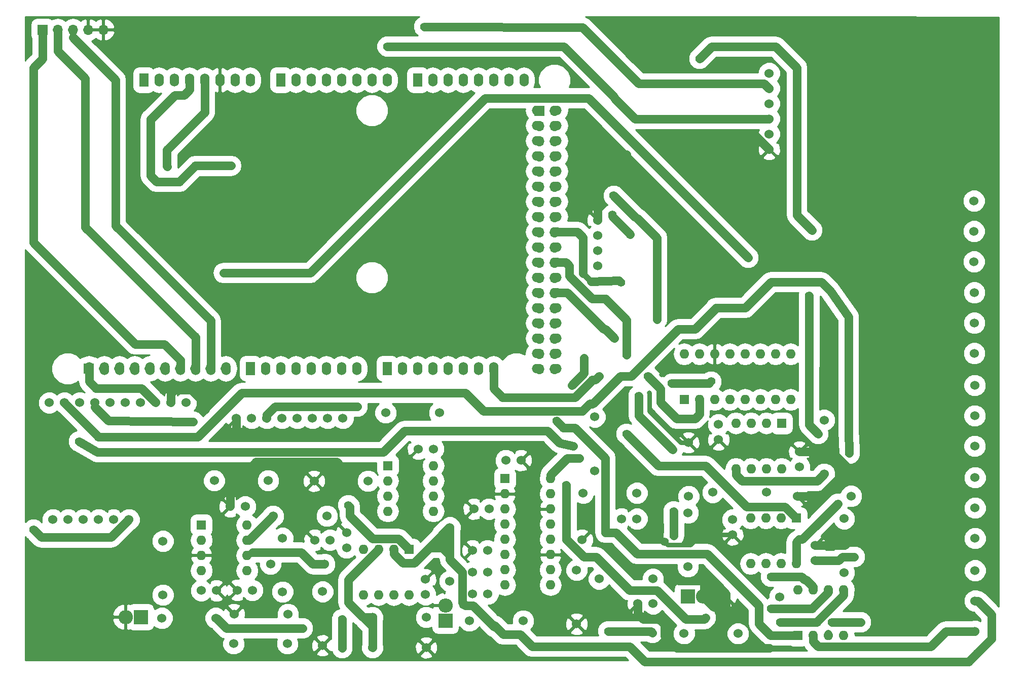
<source format=gbr>
G04 #@! TF.FileFunction,Copper,L1,Top,Signal*
%FSLAX46Y46*%
G04 Gerber Fmt 4.6, Leading zero omitted, Abs format (unit mm)*
G04 Created by KiCad (PCBNEW 4.0.7) date 06/05/18 15:50:16*
%MOMM*%
%LPD*%
G01*
G04 APERTURE LIST*
%ADD10C,0.100000*%
%ADD11C,1.524000*%
%ADD12O,1.524000X2.199640*%
%ADD13O,1.524000X2.197100*%
%ADD14O,1.998980X1.539240*%
%ADD15O,1.998980X1.536700*%
%ADD16R,1.700000X1.700000*%
%ADD17O,1.700000X1.700000*%
%ADD18R,1.524000X2.199640*%
%ADD19R,2.400000X2.400000*%
%ADD20O,2.400000X2.400000*%
%ADD21R,1.600000X1.600000*%
%ADD22O,1.600000X1.600000*%
%ADD23C,0.600000*%
%ADD24C,1.400000*%
%ADD25C,0.800000*%
%ADD26C,1.400000*%
%ADD27C,1.000000*%
%ADD28C,0.800000*%
%ADD29C,0.254000*%
G04 APERTURE END LIST*
D10*
D11*
X146862800Y-85170100D03*
X146862800Y-87710100D03*
X146862800Y-90250100D03*
X146862800Y-92790100D03*
D12*
X71019200Y-61748800D03*
X73559200Y-61748800D03*
X76099200Y-61748800D03*
X78639200Y-61748800D03*
X81179200Y-61748800D03*
X83719200Y-61748800D03*
X86259200Y-61748800D03*
X88799200Y-61748800D03*
X93879200Y-61748800D03*
X96419200Y-61748800D03*
X98959200Y-61748800D03*
X101499200Y-61748800D03*
X104039200Y-61748800D03*
X106579200Y-61748800D03*
X109119200Y-61748800D03*
X111659200Y-61748800D03*
X116739200Y-61748800D03*
X119279200Y-61748800D03*
X121819200Y-61748800D03*
D13*
X124359200Y-61748800D03*
X126899200Y-61748800D03*
X129439200Y-61748800D03*
X131979200Y-61748800D03*
X134519200Y-61748800D03*
D14*
X136810280Y-66828800D03*
X136810280Y-69368800D03*
X136810280Y-71908800D03*
X136810280Y-74448800D03*
X136810280Y-76988800D03*
X136810280Y-79528800D03*
X136810280Y-82068800D03*
X136810280Y-84608800D03*
X136810280Y-87148800D03*
X136810280Y-89688800D03*
X136810280Y-92228800D03*
X136810280Y-94768800D03*
X136810280Y-97308800D03*
X136810280Y-99848800D03*
X136810280Y-102388800D03*
X136810280Y-104928800D03*
X136810280Y-107468800D03*
X136810280Y-110008800D03*
D15*
X139845580Y-66828800D03*
X139845580Y-69368800D03*
X139845580Y-71908800D03*
X139845580Y-74448800D03*
X139845580Y-76988800D03*
X139845580Y-79528800D03*
X139845580Y-82068800D03*
X139845580Y-84608800D03*
X139845580Y-87148800D03*
X139845580Y-89688800D03*
X139845580Y-92228800D03*
X139845580Y-94768800D03*
X139845580Y-97308800D03*
X139845580Y-99848800D03*
X139845580Y-102388800D03*
X139845580Y-104928800D03*
X139845580Y-107468800D03*
X139845580Y-110008800D03*
D13*
X129439200Y-110008800D03*
X126899200Y-110008800D03*
X124359200Y-110008800D03*
X121819200Y-110008800D03*
X119279200Y-110008800D03*
X116739200Y-110008800D03*
X114199200Y-110008800D03*
X111659200Y-110008800D03*
X106579200Y-110008800D03*
X104039200Y-110008800D03*
X101499200Y-110008800D03*
X98959200Y-110008800D03*
X96419200Y-110008800D03*
X93879200Y-110008800D03*
X91339200Y-110008800D03*
X88799200Y-110008800D03*
X84735200Y-110008800D03*
X82195200Y-110008800D03*
X79655200Y-110008800D03*
X77115200Y-110008800D03*
X74575200Y-110008800D03*
X72035200Y-110008800D03*
X69495200Y-110008800D03*
X66955200Y-110008800D03*
X64415200Y-110008800D03*
X61875200Y-110008800D03*
D11*
X55231540Y-115721640D03*
X57771540Y-115721640D03*
X60311540Y-115721640D03*
X62851540Y-115721640D03*
X65391540Y-115721640D03*
X67931540Y-115721640D03*
X70471540Y-115721640D03*
X73011540Y-115721640D03*
X75551540Y-115721640D03*
X78091540Y-115721640D03*
D16*
X61870000Y-109970000D03*
D17*
X64410000Y-109970000D03*
X66950000Y-109970000D03*
X69490000Y-109970000D03*
X72030000Y-109970000D03*
X74570000Y-109970000D03*
X77110000Y-109970000D03*
X79650000Y-109970000D03*
X82190000Y-109970000D03*
X84730000Y-109970000D03*
D18*
X88809200Y-109998800D03*
D12*
X91349200Y-109998800D03*
X93889200Y-109998800D03*
X96429200Y-109998800D03*
X98969200Y-109998800D03*
X101509200Y-109998800D03*
X104049200Y-109998800D03*
X106589200Y-109998800D03*
D18*
X111669200Y-110008800D03*
D12*
X114209200Y-110008800D03*
X116749200Y-110008800D03*
X119289200Y-110008800D03*
X121829200Y-110008800D03*
X124369200Y-110008800D03*
X126909200Y-110008800D03*
X129449200Y-110008800D03*
D16*
X137079200Y-66898800D03*
D17*
X139619200Y-66898800D03*
X137079200Y-69438800D03*
X139619200Y-69438800D03*
X137079200Y-71978800D03*
X139619200Y-71978800D03*
X137079200Y-74518800D03*
X139619200Y-74518800D03*
X137079200Y-77058800D03*
X139619200Y-77058800D03*
X137079200Y-79598800D03*
X139619200Y-79598800D03*
X137079200Y-82138800D03*
X139619200Y-82138800D03*
X137079200Y-84678800D03*
X139619200Y-84678800D03*
X137079200Y-87218800D03*
X139619200Y-87218800D03*
X137079200Y-89758800D03*
X139619200Y-89758800D03*
X137079200Y-92298800D03*
X139619200Y-92298800D03*
X137079200Y-94838800D03*
X139619200Y-94838800D03*
X137079200Y-97378800D03*
X139619200Y-97378800D03*
X137079200Y-99918800D03*
X139619200Y-99918800D03*
X137079200Y-102458800D03*
X139619200Y-102458800D03*
X137079200Y-104998800D03*
X139619200Y-104998800D03*
X137079200Y-107538800D03*
X139619200Y-107538800D03*
X137079200Y-110078800D03*
X139619200Y-110078800D03*
D18*
X93879200Y-61748800D03*
D12*
X96419200Y-61748800D03*
X98959200Y-61748800D03*
X101499200Y-61748800D03*
X104039200Y-61748800D03*
X106579200Y-61748800D03*
X109119200Y-61748800D03*
X111659200Y-61748800D03*
D18*
X116739200Y-61748800D03*
D12*
X119279200Y-61748800D03*
X121819200Y-61748800D03*
X124359200Y-61748800D03*
X126899200Y-61748800D03*
X129439200Y-61748800D03*
X131979200Y-61748800D03*
X134519200Y-61748800D03*
D18*
X71019200Y-61748800D03*
D12*
X73559200Y-61748800D03*
X76099200Y-61748800D03*
X78639200Y-61748800D03*
X81179200Y-61748800D03*
X83719200Y-61748800D03*
X86259200Y-61748800D03*
X88799200Y-61748800D03*
D11*
X86500000Y-118310000D03*
X89040000Y-118310000D03*
X91580000Y-118310000D03*
X94120000Y-118310000D03*
X96660000Y-118310000D03*
X99200000Y-118310000D03*
X101740000Y-118310000D03*
X104280000Y-118310000D03*
D19*
X161890000Y-148090000D03*
D20*
X164430000Y-148090000D03*
D19*
X70520000Y-151550000D03*
D20*
X67980000Y-151550000D03*
D19*
X121412000Y-152146000D03*
D20*
X121412000Y-149606000D03*
D11*
X209690000Y-81960000D03*
X209690000Y-87040000D03*
X209690000Y-92120000D03*
X209740000Y-97280000D03*
X209740000Y-102360000D03*
X209740000Y-107440000D03*
X209800000Y-112810000D03*
X209800000Y-117890000D03*
X209800000Y-122970000D03*
X209850000Y-128230000D03*
X209850000Y-133310000D03*
X209850000Y-138390000D03*
X161900000Y-134110000D03*
X161900000Y-143110000D03*
X162010000Y-122370000D03*
X162010000Y-131370000D03*
X177240000Y-148190000D03*
X168240000Y-148190000D03*
X187990000Y-135110000D03*
X187990000Y-144110000D03*
X83040000Y-151730000D03*
X74040000Y-151730000D03*
X74220000Y-138860000D03*
X74220000Y-147860000D03*
X82788000Y-128738000D03*
X91788000Y-128738000D03*
X95012000Y-155996000D03*
X86012000Y-155996000D03*
X86090000Y-151090000D03*
X95090000Y-151090000D03*
X94194000Y-147336000D03*
X94194000Y-138336000D03*
X100878000Y-147304000D03*
X100878000Y-156304000D03*
X92186000Y-142708000D03*
X101186000Y-142708000D03*
X101616000Y-134660000D03*
X92616000Y-134660000D03*
X108474000Y-128818000D03*
X99474000Y-128818000D03*
X120412000Y-117388000D03*
X111412000Y-117388000D03*
X134382000Y-152186000D03*
X125382000Y-152186000D03*
X109204000Y-151598000D03*
X118204000Y-151598000D03*
X109204000Y-156678000D03*
X118204000Y-156678000D03*
X122134000Y-145558000D03*
X122134000Y-136558000D03*
D21*
X161290000Y-115189000D03*
D22*
X179070000Y-107569000D03*
X163830000Y-115189000D03*
X176530000Y-107569000D03*
X166370000Y-115189000D03*
X173990000Y-107569000D03*
X168910000Y-115189000D03*
X171450000Y-107569000D03*
X171450000Y-115189000D03*
X168910000Y-107569000D03*
X173990000Y-115189000D03*
X166370000Y-107569000D03*
X176530000Y-115189000D03*
X163830000Y-107569000D03*
X179070000Y-115189000D03*
X161290000Y-107569000D03*
D21*
X131318000Y-128422400D03*
D22*
X138938000Y-146202400D03*
X131318000Y-130962400D03*
X138938000Y-143662400D03*
X131318000Y-133502400D03*
X138938000Y-141122400D03*
X131318000Y-136042400D03*
X138938000Y-138582400D03*
X131318000Y-138582400D03*
X138938000Y-136042400D03*
X131318000Y-141122400D03*
X138938000Y-133502400D03*
X131318000Y-143662400D03*
X138938000Y-130962400D03*
X131318000Y-146202400D03*
X138938000Y-128422400D03*
D11*
X131495800Y-125361700D03*
X134035800Y-125361700D03*
X128689100Y-133489700D03*
X126149100Y-133489700D03*
X128460500Y-140423900D03*
X125920500Y-140423900D03*
X128498600Y-144043400D03*
X125958600Y-144043400D03*
X128498600Y-147662900D03*
X125958600Y-147662900D03*
X167015160Y-121899680D03*
X167015160Y-119359680D03*
X180512720Y-123936760D03*
X180512720Y-126476760D03*
X141696440Y-138623040D03*
X144236440Y-138623040D03*
X156083000Y-149326600D03*
X153543000Y-149326600D03*
X153377900Y-135128000D03*
X150837900Y-135128000D03*
X183170000Y-139570000D03*
X183170000Y-142110000D03*
X169370000Y-137800000D03*
X169370000Y-135260000D03*
X83167540Y-147136000D03*
X80627540Y-147136000D03*
X85420520Y-133079640D03*
X87960520Y-133079640D03*
X86614000Y-147066000D03*
X89154000Y-147066000D03*
X99568000Y-138684000D03*
X102108000Y-138684000D03*
X116840000Y-123444000D03*
X119380000Y-123444000D03*
X104902000Y-137414000D03*
X104902000Y-139954000D03*
X118061740Y-145272760D03*
X118061740Y-147812760D03*
X153381200Y-130811900D03*
X144381200Y-130811900D03*
X147062700Y-145184500D03*
X156062700Y-145184500D03*
X146344000Y-118094000D03*
X146344000Y-127094000D03*
X143318860Y-143717520D03*
X143318860Y-152717520D03*
X184656100Y-127625600D03*
X184656100Y-118625600D03*
X189160000Y-131330000D03*
X180160000Y-131330000D03*
X161260000Y-154330000D03*
X170260000Y-154330000D03*
X166049200Y-130706500D03*
X175049200Y-130706500D03*
D21*
X177535840Y-119146320D03*
D22*
X169915840Y-126766320D03*
X174995840Y-119146320D03*
X172455840Y-126766320D03*
X172455840Y-119146320D03*
X174995840Y-126766320D03*
X169915840Y-119146320D03*
X177535840Y-126766320D03*
D21*
X180000000Y-135000000D03*
D22*
X172380000Y-142620000D03*
X177460000Y-135000000D03*
X174920000Y-142620000D03*
X174920000Y-135000000D03*
X177460000Y-142620000D03*
X172380000Y-135000000D03*
X180000000Y-142620000D03*
D21*
X80637700Y-136168280D03*
D22*
X88257700Y-143788280D03*
X80637700Y-138708280D03*
X88257700Y-141248280D03*
X80637700Y-141248280D03*
X88257700Y-138708280D03*
X80637700Y-143788280D03*
X88257700Y-136168280D03*
D21*
X111760000Y-126238000D03*
D22*
X119380000Y-133858000D03*
X111760000Y-128778000D03*
X119380000Y-131318000D03*
X111760000Y-131318000D03*
X119380000Y-128778000D03*
X111760000Y-133858000D03*
X119380000Y-126238000D03*
D21*
X115316000Y-140208000D03*
D22*
X107696000Y-147828000D03*
X112776000Y-140208000D03*
X110236000Y-147828000D03*
X110236000Y-140208000D03*
X112776000Y-147828000D03*
X107696000Y-140208000D03*
X115316000Y-147828000D03*
D11*
X55840000Y-135261100D03*
X58380000Y-135261100D03*
X60920000Y-135261100D03*
X63460000Y-135261100D03*
X66000000Y-135261100D03*
X68540000Y-135261100D03*
D21*
X180319680Y-154614880D03*
D22*
X187939680Y-146994880D03*
X182859680Y-154614880D03*
X185399680Y-146994880D03*
X185399680Y-154614880D03*
X182859680Y-146994880D03*
X187939680Y-154614880D03*
X180319680Y-146994880D03*
D11*
X209850000Y-143770000D03*
X209850000Y-148850000D03*
X209850000Y-153930000D03*
X175474000Y-60626000D03*
X175474000Y-63166000D03*
X175474000Y-65706000D03*
X175474000Y-68246000D03*
X175474000Y-70786000D03*
X175474000Y-73326000D03*
D16*
X54102000Y-53340000D03*
D17*
X56642000Y-53340000D03*
X59182000Y-53340000D03*
X61722000Y-53340000D03*
X64262000Y-53340000D03*
D23*
X85600000Y-76070000D03*
D24*
X106680000Y-116332000D03*
X141599920Y-129473960D03*
X52578000Y-136906000D03*
X164846000Y-151638000D03*
X177292000Y-152400000D03*
X74930000Y-76200000D03*
X182626000Y-86868000D03*
X163830000Y-58166000D03*
X117856000Y-52832000D03*
X111683800Y-56134000D03*
X149260000Y-84270000D03*
X152270000Y-87560000D03*
D23*
X156710000Y-101840000D03*
D24*
X149500000Y-81080000D03*
X150760000Y-95590000D03*
X175768000Y-150114000D03*
X159512000Y-137922000D03*
X159512000Y-133858000D03*
X159340000Y-123580000D03*
X153670000Y-114554000D03*
X149606000Y-104902000D03*
X147066000Y-111252000D03*
D23*
X142494000Y-112776000D03*
X144526000Y-108204000D03*
D25*
X157480000Y-110998000D03*
X155448000Y-114046000D03*
D24*
X157988000Y-138938000D03*
X158750000Y-144272000D03*
X166116000Y-145542000D03*
X103632000Y-125984000D03*
X103886000Y-121158000D03*
X81280000Y-116840000D03*
X175514000Y-156718000D03*
X155702000Y-70866000D03*
X151638000Y-74168000D03*
X148590000Y-153924000D03*
X155956000Y-154178000D03*
X104140000Y-156718000D03*
X104140000Y-151892000D03*
X175768000Y-144780000D03*
X186944000Y-132588000D03*
X189708000Y-141478000D03*
X143764000Y-124968000D03*
X97536000Y-153416000D03*
X165768020Y-112151160D03*
X159174180Y-112486440D03*
X188860000Y-124170000D03*
X182118000Y-97790000D03*
X171958000Y-91440000D03*
D23*
X84328000Y-93980000D03*
D24*
X183642000Y-120904000D03*
X185928000Y-152400000D03*
X190754000Y-152400000D03*
X151638000Y-120904000D03*
X142748000Y-122936000D03*
X60198000Y-122174000D03*
X139954000Y-118744002D03*
X105156000Y-132842000D03*
X79248000Y-118872000D03*
X151638000Y-107696000D03*
X155194000Y-111252000D03*
D26*
X91580000Y-118310000D02*
X91580000Y-117716000D01*
X91580000Y-117716000D02*
X92964000Y-116332000D01*
X79632000Y-76070000D02*
X76962000Y-78740000D01*
X76962000Y-78740000D02*
X73152000Y-78740000D01*
X73152000Y-78740000D02*
X72136000Y-77724000D01*
X72136000Y-77724000D02*
X72136000Y-68252000D01*
X85600000Y-76070000D02*
X79632000Y-76070000D01*
X92964000Y-116332000D02*
X106680000Y-116332000D01*
X72136000Y-68252000D02*
X72210000Y-68252000D01*
X78639200Y-63346800D02*
X78639200Y-61748800D01*
X77724000Y-64262000D02*
X78639200Y-63346800D01*
X76200000Y-64262000D02*
X77724000Y-64262000D01*
X72210000Y-68252000D02*
X76200000Y-64262000D01*
D27*
X72136000Y-68252000D02*
X72136000Y-68252000D01*
D26*
X141599920Y-129473960D02*
X141599920Y-138526520D01*
X55372000Y-138247120D02*
X53919120Y-138247120D01*
X53919120Y-138247120D02*
X52578000Y-136906000D01*
X187939680Y-146994880D02*
X187939680Y-147848320D01*
X144551400Y-141478000D02*
X141696440Y-138623040D01*
X146558000Y-141478000D02*
X144551400Y-141478000D01*
X152146000Y-147066000D02*
X146558000Y-141478000D01*
X156718000Y-147066000D02*
X152146000Y-147066000D01*
X161544000Y-151892000D02*
X156718000Y-147066000D01*
X164592000Y-151892000D02*
X161544000Y-151892000D01*
X164846000Y-151638000D02*
X164592000Y-151892000D01*
X183388000Y-152400000D02*
X177292000Y-152400000D01*
X187939680Y-147848320D02*
X183388000Y-152400000D01*
X74879200Y-75184000D02*
X74879200Y-76149200D01*
X74879200Y-76149200D02*
X74930000Y-76200000D01*
D27*
X141599920Y-138526520D02*
X141696440Y-138623040D01*
D26*
X74879200Y-75184000D02*
X74879200Y-73456800D01*
X81179200Y-67156800D02*
X81179200Y-61748800D01*
X74879200Y-73456800D02*
X81179200Y-67156800D01*
X57891680Y-138247120D02*
X65553980Y-138247120D01*
X65553980Y-138247120D02*
X68540000Y-135261100D01*
X57891680Y-138247120D02*
X55372000Y-138247120D01*
X55372000Y-138247120D02*
X54315360Y-138247120D01*
X182626000Y-86868000D02*
X180086000Y-84328000D01*
X180086000Y-84328000D02*
X180086000Y-59690000D01*
X180086000Y-59690000D02*
X176530000Y-56134000D01*
X176530000Y-56134000D02*
X165862000Y-56134000D01*
X165862000Y-56134000D02*
X163830000Y-58166000D01*
X175474000Y-63166000D02*
X174626900Y-62318900D01*
X144272000Y-52920900D02*
X117855930Y-52865203D01*
X153670000Y-62318900D02*
X144272000Y-52920900D01*
X153670000Y-62318900D02*
X174626900Y-62318900D01*
D27*
X117856000Y-52832000D02*
X117855930Y-52832070D01*
X117855930Y-52832070D02*
X117855930Y-52865203D01*
X174626900Y-62318900D02*
X175474000Y-63166000D01*
D26*
X156972000Y-68246000D02*
X153082000Y-68246000D01*
X149606000Y-64770000D02*
X149606000Y-64592200D01*
X153082000Y-68246000D02*
X149606000Y-64770000D01*
X156972000Y-68246000D02*
X175474000Y-68246000D01*
X149606000Y-64592200D02*
X141147800Y-56134000D01*
X141147800Y-56134000D02*
X111683800Y-56134000D01*
D27*
X149260000Y-84550000D02*
X149260000Y-84270000D01*
D26*
X152270000Y-87560000D02*
X149260000Y-84550000D01*
X153470000Y-84890000D02*
X156710000Y-88130000D01*
X156710000Y-88130000D02*
X156710000Y-93980000D01*
X156710000Y-93980000D02*
X156710000Y-101840000D01*
D27*
X153240000Y-84660000D02*
X153470000Y-84890000D01*
X153080000Y-84660000D02*
X153240000Y-84660000D01*
D26*
X149500000Y-81080000D02*
X153080000Y-84660000D01*
X143002000Y-87148800D02*
X143475840Y-87148800D01*
X143475840Y-87148800D02*
X144393920Y-88066880D01*
X143002000Y-87148800D02*
X139599200Y-87148800D01*
D27*
X144393920Y-88066880D02*
X143475840Y-87148800D01*
D26*
X144393920Y-94101920D02*
X144393920Y-88066880D01*
D27*
X145735040Y-95443040D02*
X144393920Y-94101920D01*
D26*
X150424720Y-95254720D02*
X145735040Y-95443040D01*
D27*
X150760000Y-95590000D02*
X150424720Y-95254720D01*
D26*
X185399680Y-146994880D02*
X185399680Y-147340320D01*
X185399680Y-147340320D02*
X182626000Y-150114000D01*
X182626000Y-150114000D02*
X175768000Y-150114000D01*
X147828000Y-103378000D02*
X148082000Y-103378000D01*
X147828000Y-103378000D02*
X141758800Y-97308800D01*
D27*
X159512000Y-137922000D02*
X159570000Y-137974000D01*
D26*
X159570000Y-137974000D02*
X159512000Y-133858000D01*
X153670000Y-117910000D02*
X159340000Y-123580000D01*
X153670000Y-114554000D02*
X153670000Y-117910000D01*
X148082000Y-103378000D02*
X149606000Y-104902000D01*
X139599200Y-97308800D02*
X141758800Y-97308800D01*
D27*
X141758800Y-97308800D02*
X139599200Y-97308800D01*
D26*
X73011540Y-115721640D02*
X73011540Y-115701540D01*
X73011540Y-115701540D02*
X70594000Y-113284000D01*
X70594000Y-113284000D02*
X62992000Y-113284000D01*
X62992000Y-113284000D02*
X61875200Y-112167200D01*
X61875200Y-112167200D02*
X61875200Y-110008800D01*
X145923000Y-111887000D02*
X146431000Y-111887000D01*
X146431000Y-111887000D02*
X147066000Y-111252000D01*
X129439200Y-110008800D02*
X129439200Y-113355920D01*
X129439200Y-113355920D02*
X130891280Y-114808000D01*
X143002000Y-114808000D02*
X145923000Y-111887000D01*
X130891280Y-114808000D02*
X143002000Y-114808000D01*
D27*
X143256000Y-115021360D02*
X131104640Y-115021360D01*
X131104640Y-115021360D02*
X129439200Y-113355920D01*
X73011540Y-115721640D02*
X73011540Y-115701540D01*
X146349720Y-111927640D02*
X143256000Y-115021360D01*
D26*
X144526000Y-110744000D02*
X144526000Y-108204000D01*
X142494000Y-112776000D02*
X144526000Y-110744000D01*
D28*
X157480000Y-110236000D02*
X157480000Y-110998000D01*
X155448000Y-114046000D02*
X155448000Y-117094000D01*
X155448000Y-117094000D02*
X160724000Y-122370000D01*
X160724000Y-122370000D02*
X162010000Y-122370000D01*
D26*
X162560000Y-156718000D02*
X160020000Y-156718000D01*
X160020000Y-156718000D02*
X157988000Y-154686000D01*
X157988000Y-154686000D02*
X157988000Y-152654000D01*
D28*
X169370000Y-137800000D02*
X163952000Y-137800000D01*
X163952000Y-137800000D02*
X162306000Y-139446000D01*
X162306000Y-139446000D02*
X158496000Y-139446000D01*
X158496000Y-139446000D02*
X157988000Y-138938000D01*
X158750000Y-144272000D02*
X160274000Y-145796000D01*
X160274000Y-145796000D02*
X164846000Y-145796000D01*
D26*
X168240000Y-148190000D02*
X168240000Y-147666000D01*
X168240000Y-147666000D02*
X166116000Y-145542000D01*
X85420520Y-133079640D02*
X85420520Y-129971480D01*
X85420520Y-129971480D02*
X89789998Y-125602002D01*
X89789998Y-125602002D02*
X103250002Y-125602002D01*
X103250002Y-125602002D02*
X103632000Y-125984000D01*
X103886000Y-121158000D02*
X86868000Y-121158000D01*
X86868000Y-121158000D02*
X86500000Y-120790000D01*
X86500000Y-120790000D02*
X86500000Y-118310000D01*
X81280000Y-116840000D02*
X80772000Y-116332000D01*
X80772000Y-116332000D02*
X80772000Y-115316000D01*
X80772000Y-115316000D02*
X78994000Y-113538000D01*
X78994000Y-113538000D02*
X76200000Y-113538000D01*
X76200000Y-113538000D02*
X75551540Y-114186460D01*
X75551540Y-114186460D02*
X75551540Y-115721640D01*
X183170000Y-139570000D02*
X188090000Y-139570000D01*
X188090000Y-139570000D02*
X189738000Y-137922000D01*
X168240000Y-148190000D02*
X168240000Y-149190000D01*
X168240000Y-149190000D02*
X168240000Y-149056000D01*
X165396000Y-149056000D02*
X168240000Y-149056000D01*
X168240000Y-149056000D02*
X168240000Y-149056000D01*
X166624000Y-149860000D02*
X166200000Y-149860000D01*
X166200000Y-149860000D02*
X165396000Y-149056000D01*
X165396000Y-149056000D02*
X164430000Y-148090000D01*
X164592000Y-145796000D02*
X164846000Y-145796000D01*
X164846000Y-145796000D02*
X167140000Y-148090000D01*
X164592000Y-145542000D02*
X164592000Y-145796000D01*
X164592000Y-145796000D02*
X164592000Y-147928000D01*
X164592000Y-147928000D02*
X166216000Y-146304000D01*
X166216000Y-146304000D02*
X166370000Y-146304000D01*
X168240000Y-148190000D02*
X168240000Y-148174000D01*
X168240000Y-148174000D02*
X166370000Y-146304000D01*
X162560000Y-156718000D02*
X167766002Y-156718000D01*
X153543000Y-149326600D02*
X153543000Y-151003000D01*
X153543000Y-151003000D02*
X154432000Y-151892000D01*
X154432000Y-151892000D02*
X157226000Y-151892000D01*
X157226000Y-151892000D02*
X157988000Y-152654000D01*
X164430000Y-148090000D02*
X167140000Y-148090000D01*
X167140000Y-148090000D02*
X168140000Y-148090000D01*
X168140000Y-148090000D02*
X168240000Y-148190000D01*
X168240000Y-148190000D02*
X168240000Y-149056000D01*
X168240000Y-149056000D02*
X168240000Y-151800000D01*
X168240000Y-151800000D02*
X166878000Y-153162000D01*
X166878000Y-153162000D02*
X166878000Y-155829998D01*
X166878000Y-155829998D02*
X167766002Y-156718000D01*
X167766002Y-156718000D02*
X175514000Y-156718000D01*
X189865000Y-127889000D02*
X188341000Y-127889000D01*
X188341000Y-127889000D02*
X187960000Y-127508000D01*
X187960000Y-127508000D02*
X188468000Y-127508000D01*
X188468000Y-127508000D02*
X188976000Y-127000000D01*
X180160000Y-131330000D02*
X184138000Y-131330000D01*
X184138000Y-131330000D02*
X187960000Y-127508000D01*
X187960000Y-127508000D02*
X187960000Y-125984000D01*
X183170000Y-139570000D02*
X188090000Y-139570000D01*
X188090000Y-139570000D02*
X189738000Y-137922000D01*
X189738000Y-137922000D02*
X193294000Y-134366000D01*
X193294000Y-134366000D02*
X193294000Y-131318000D01*
X193294000Y-131318000D02*
X189865000Y-127889000D01*
X189865000Y-127889000D02*
X188976000Y-127000000D01*
X188976000Y-127000000D02*
X187960000Y-125984000D01*
X187960000Y-125984000D02*
X185912760Y-123936760D01*
X185912760Y-123936760D02*
X180512720Y-123936760D01*
X146862800Y-85170100D02*
X146862800Y-78943200D01*
X172760000Y-70612000D02*
X175474000Y-73326000D01*
X155956000Y-70612000D02*
X172760000Y-70612000D01*
D27*
X155702000Y-70866000D02*
X155956000Y-70612000D01*
D26*
X146862800Y-78943200D02*
X151638000Y-74168000D01*
D27*
X185399680Y-154614880D02*
X185399680Y-154198320D01*
D26*
X155702000Y-153924000D02*
X148590000Y-153924000D01*
X155956000Y-154178000D02*
X155702000Y-153924000D01*
X104140000Y-156718000D02*
X104130694Y-156708694D01*
X104130694Y-156708694D02*
X104130694Y-151901306D01*
X104130694Y-151901306D02*
X104140000Y-151892000D01*
X181610000Y-145288000D02*
X181356000Y-145288000D01*
X182859680Y-146537680D02*
X181610000Y-145288000D01*
X181356000Y-145288000D02*
X180848000Y-144780000D01*
X180848000Y-144780000D02*
X175768000Y-144780000D01*
D27*
X182859680Y-146994880D02*
X182859680Y-146537680D01*
D26*
X186944000Y-132588000D02*
X185674000Y-133858000D01*
X185674000Y-133858000D02*
X183134000Y-136398000D01*
X183170000Y-142110000D02*
X187074000Y-142110000D01*
X187706000Y-141478000D02*
X189708000Y-141478000D01*
X187074000Y-142110000D02*
X187706000Y-141478000D01*
X180000000Y-139024000D02*
X180000000Y-142620000D01*
X180474000Y-138550000D02*
X180000000Y-139024000D01*
X180982000Y-138550000D02*
X180474000Y-138550000D01*
X183134000Y-136398000D02*
X180982000Y-138550000D01*
D27*
X83040000Y-151730000D02*
X83150000Y-151730000D01*
D26*
X83150000Y-151730000D02*
X84836000Y-153416000D01*
X84836000Y-153416000D02*
X93980000Y-153416000D01*
D27*
X138938000Y-128422400D02*
X138938000Y-128016000D01*
X138938000Y-128016000D02*
X139700000Y-127254000D01*
X139700000Y-127254000D02*
X139700000Y-127000000D01*
X138938000Y-128422400D02*
X138938000Y-127762000D01*
D26*
X138938000Y-127762000D02*
X139700000Y-127000000D01*
X139700000Y-127000000D02*
X141732000Y-124968000D01*
X141732000Y-124968000D02*
X143764000Y-124968000D01*
X93980000Y-153416000D02*
X97536000Y-153416000D01*
D27*
X165768020Y-112151160D02*
X165432740Y-112486440D01*
D26*
X165432740Y-112486440D02*
X159174180Y-112486440D01*
X145415000Y-115951000D02*
X145923000Y-115951000D01*
X145923000Y-115951000D02*
X150622000Y-111252000D01*
X142494000Y-117094000D02*
X144272000Y-117094000D01*
X144272000Y-117094000D02*
X145415000Y-115951000D01*
X145415000Y-115951000D02*
X145542000Y-115824000D01*
X166520000Y-99822000D02*
X171450000Y-99822000D01*
X57771540Y-115721640D02*
X63461900Y-121412000D01*
X80010000Y-121412000D02*
X63461900Y-121412000D01*
X87376000Y-114046000D02*
X80010000Y-121412000D01*
X124714000Y-114046000D02*
X87376000Y-114046000D01*
X127762000Y-117094000D02*
X124714000Y-114046000D01*
X142494000Y-117094000D02*
X127762000Y-117094000D01*
X188860000Y-124170000D02*
X188722000Y-120360370D01*
X188722000Y-120360370D02*
X188722000Y-101346000D01*
X188722000Y-101346000D02*
X185590000Y-96930000D01*
D27*
X145542000Y-115824000D02*
X146050000Y-115824000D01*
D26*
X146050000Y-115824000D02*
X150622000Y-111252000D01*
X152400000Y-111252000D02*
X160274000Y-103378000D01*
X160274000Y-103378000D02*
X163068000Y-103378000D01*
X163068000Y-103378000D02*
X166520000Y-99926000D01*
D27*
X166520000Y-99926000D02*
X166520000Y-99822000D01*
D26*
X150622000Y-111252000D02*
X152400000Y-111252000D01*
X171450000Y-99822000D02*
X175768000Y-95504000D01*
X175768000Y-95504000D02*
X184164000Y-95504000D01*
X184164000Y-95504000D02*
X185590000Y-96930000D01*
X168656000Y-88138000D02*
X171958000Y-91440000D01*
X182135630Y-102615751D02*
X182135630Y-102615473D01*
X182135630Y-97807630D02*
X182135630Y-102615751D01*
X182118000Y-97790000D02*
X182135630Y-97807630D01*
X84328000Y-93980000D02*
X98806000Y-93980000D01*
X168656000Y-88138000D02*
X145288000Y-64770000D01*
X145288000Y-64770000D02*
X128016000Y-64770000D01*
X128016000Y-64770000D02*
X115570000Y-77216000D01*
X100584000Y-92202000D02*
X115570000Y-77216000D01*
X98806000Y-93980000D02*
X100584000Y-92202000D01*
D27*
X168656000Y-88138000D02*
X168656000Y-88138000D01*
D26*
X182118000Y-119380000D02*
X182135630Y-102615473D01*
X183642000Y-120904000D02*
X182118000Y-119380000D01*
X182135630Y-102615473D02*
X182140000Y-98460000D01*
X190754000Y-152400000D02*
X185928000Y-152400000D01*
X112776000Y-140208000D02*
X112776000Y-140970000D01*
X112776000Y-140970000D02*
X112776000Y-140208000D01*
X122134000Y-136558000D02*
X122134000Y-136692000D01*
X122134000Y-136692000D02*
X118872000Y-139954000D01*
X118872000Y-139954000D02*
X120904000Y-139954000D01*
X120904000Y-139954000D02*
X121158000Y-140208000D01*
X122134000Y-141946000D02*
X122134000Y-141184000D01*
X122134000Y-141184000D02*
X121158000Y-140208000D01*
X121158000Y-140208000D02*
X120396000Y-139446000D01*
X121920000Y-139446000D02*
X120396000Y-139446000D01*
X120396000Y-139446000D02*
X119380000Y-139446000D01*
X119380000Y-139446000D02*
X118872000Y-139954000D01*
X118872000Y-139954000D02*
X118872000Y-139820000D01*
X122134000Y-136558000D02*
X122014000Y-136558000D01*
X122014000Y-136558000D02*
X120650000Y-137922000D01*
X120650000Y-137922000D02*
X120650000Y-138176000D01*
X120650000Y-138176000D02*
X121920000Y-139446000D01*
X121920000Y-139446000D02*
X122134000Y-139660000D01*
X163068000Y-159004000D02*
X154686000Y-159004000D01*
X154686000Y-159004000D02*
X152146000Y-156464000D01*
X125984000Y-149606000D02*
X124714000Y-149606000D01*
X124714000Y-149606000D02*
X124206000Y-149098000D01*
X124206000Y-149098000D02*
X124206000Y-144018000D01*
X124206000Y-144018000D02*
X122134000Y-141946000D01*
X122134000Y-141946000D02*
X122134000Y-139660000D01*
X122134000Y-139660000D02*
X122134000Y-136558000D01*
X136652000Y-156464000D02*
X135890000Y-156464000D01*
X135890000Y-156464000D02*
X133858000Y-154432000D01*
X133858000Y-154432000D02*
X131064000Y-154432000D01*
X131064000Y-154432000D02*
X129540000Y-152908000D01*
X129540000Y-152908000D02*
X129540000Y-153162000D01*
X187706000Y-159004000D02*
X163068000Y-159004000D01*
X210185000Y-157607000D02*
X208788000Y-159004000D01*
X208788000Y-159004000D02*
X187706000Y-159004000D01*
X209850000Y-148850000D02*
X210318000Y-148850000D01*
X210318000Y-148850000D02*
X212598000Y-151130000D01*
X212598000Y-155194000D02*
X210185000Y-157607000D01*
X212598000Y-151130000D02*
X212598000Y-155194000D01*
D27*
X122134000Y-136558000D02*
X122134000Y-141946000D01*
X124206000Y-144018000D02*
X124206000Y-149606000D01*
X122134000Y-141946000D02*
X124206000Y-144018000D01*
D26*
X152146000Y-156464000D02*
X147320000Y-156464000D01*
D27*
X125984000Y-149606000D02*
X124206000Y-149606000D01*
D26*
X129540000Y-153162000D02*
X125984000Y-149606000D01*
X147320000Y-156464000D02*
X136652000Y-156464000D01*
X112776000Y-140970000D02*
X114300000Y-142494000D01*
X114300000Y-142494000D02*
X116198000Y-142494000D01*
X116198000Y-142494000D02*
X118872000Y-139820000D01*
X118872000Y-139820000D02*
X122134000Y-136558000D01*
X112776000Y-140208000D02*
X112776000Y-140970000D01*
X182859680Y-154614880D02*
X182859680Y-155681680D01*
X204972000Y-153930000D02*
X209850000Y-153930000D01*
X202438000Y-156464000D02*
X204972000Y-153930000D01*
X183642000Y-156464000D02*
X202438000Y-156464000D01*
X182859680Y-155681680D02*
X183642000Y-156464000D01*
X169915840Y-126766320D02*
X169915840Y-127751840D01*
X169915840Y-127751840D02*
X170942000Y-128778000D01*
X170942000Y-128778000D02*
X183503700Y-128778000D01*
X183503700Y-128778000D02*
X184656100Y-127625600D01*
X60198000Y-122174000D02*
X63246000Y-123952000D01*
X178096000Y-133096000D02*
X180000000Y-135000000D01*
X171704000Y-133096000D02*
X178096000Y-133096000D01*
X164846000Y-126238000D02*
X171704000Y-133096000D01*
X156972000Y-126238000D02*
X164846000Y-126238000D01*
X151638000Y-120904000D02*
X156972000Y-126238000D01*
X140462000Y-122428000D02*
X142748000Y-122936000D01*
X138430000Y-120396000D02*
X140462000Y-122428000D01*
X114554000Y-120396000D02*
X138430000Y-120396000D01*
X110998000Y-123952000D02*
X114554000Y-120396000D01*
X63246000Y-123952000D02*
X110998000Y-123952000D01*
X60198000Y-122174000D02*
X63246000Y-123952000D01*
D27*
X88257700Y-141248280D02*
X88621720Y-141248280D01*
X88621720Y-141248280D02*
X89154000Y-140716000D01*
D26*
X89154000Y-140716000D02*
X97282000Y-140716000D01*
X97282000Y-140716000D02*
X99274000Y-142708000D01*
X99274000Y-142708000D02*
X101186000Y-142708000D01*
D27*
X88257700Y-138708280D02*
X88567720Y-138708280D01*
D26*
X88567720Y-138708280D02*
X92616000Y-134660000D01*
X155448000Y-140970000D02*
X165100000Y-140970000D01*
X175696880Y-154614880D02*
X180319680Y-154614880D01*
X173736000Y-152654000D02*
X175696880Y-154614880D01*
X173736000Y-149606000D02*
X173736000Y-152654000D01*
X165100000Y-140970000D02*
X173736000Y-149606000D01*
X148082000Y-137414000D02*
X148082000Y-124968000D01*
X148082000Y-124968000D02*
X146558000Y-123444000D01*
X141097998Y-119888000D02*
X139954000Y-118744002D01*
X143002000Y-119888000D02*
X141097998Y-119888000D01*
X146558000Y-123444000D02*
X143002000Y-119888000D01*
X154178000Y-140970000D02*
X153416000Y-140970000D01*
X153416000Y-140970000D02*
X151638000Y-139192000D01*
X151638000Y-139192000D02*
X149860000Y-137414000D01*
X149860000Y-137414000D02*
X148082000Y-137414000D01*
X155448000Y-140970000D02*
X154178000Y-140970000D01*
X107950000Y-151598000D02*
X107950000Y-151892000D01*
X107950000Y-151892000D02*
X109204000Y-153146000D01*
X109204000Y-151598000D02*
X107950000Y-151598000D01*
X107950000Y-151598000D02*
X107656000Y-151598000D01*
X105156000Y-145288000D02*
X110236000Y-140208000D01*
X105156000Y-149098000D02*
X105156000Y-145288000D01*
X107656000Y-151598000D02*
X105156000Y-149098000D01*
X109204000Y-151598000D02*
X109204000Y-153146000D01*
X109204000Y-153146000D02*
X109204000Y-156678000D01*
D27*
X62851540Y-115721640D02*
X62851540Y-116421540D01*
D26*
X62851540Y-116421540D02*
X65136419Y-118706419D01*
X109220000Y-138430000D02*
X113538000Y-138430000D01*
X105410000Y-134620000D02*
X109220000Y-138430000D01*
X105410000Y-133096000D02*
X105410000Y-134620000D01*
D27*
X105156000Y-132842000D02*
X105410000Y-133096000D01*
D26*
X65136419Y-118706419D02*
X79248000Y-118872000D01*
X113538000Y-138430000D02*
X115316000Y-140208000D01*
X79655200Y-110008800D02*
X79655200Y-104801200D01*
X79655200Y-104801200D02*
X61214000Y-86360000D01*
X56642000Y-56896000D02*
X56642000Y-53340000D01*
X61214000Y-61468000D02*
X56642000Y-56896000D01*
X61214000Y-86360000D02*
X61214000Y-61468000D01*
X77115200Y-110008800D02*
X77115200Y-108611200D01*
X77115200Y-108611200D02*
X74422000Y-105918000D01*
X74422000Y-105918000D02*
X73024400Y-105918000D01*
X54102000Y-53340000D02*
X54102000Y-58166000D01*
X52578000Y-88900000D02*
X57912000Y-94234000D01*
X52578000Y-59690000D02*
X52578000Y-88900000D01*
X54102000Y-58166000D02*
X52578000Y-59690000D01*
X57912000Y-94234000D02*
X69596000Y-105918000D01*
X69596000Y-105918000D02*
X73024400Y-105918000D01*
X142130000Y-94544000D02*
X142130000Y-92854000D01*
X141504800Y-92228800D02*
X139599200Y-92228800D01*
X142130000Y-92854000D02*
X141504800Y-92228800D01*
D27*
X148220000Y-98290000D02*
X148220000Y-98436000D01*
D26*
X151638000Y-101854000D02*
X151638000Y-107696000D01*
X148220000Y-98436000D02*
X151638000Y-101854000D01*
X157358080Y-115702080D02*
X157358080Y-113416080D01*
X163830000Y-117602000D02*
X163068000Y-118364000D01*
X163068000Y-118364000D02*
X160020000Y-118364000D01*
X160020000Y-118364000D02*
X157358080Y-115702080D01*
X163830000Y-115189000D02*
X163830000Y-117602000D01*
X157358080Y-113416080D02*
X155194000Y-111252000D01*
D27*
X139599200Y-92228800D02*
X140698800Y-92228800D01*
X142130000Y-94544000D02*
X142130000Y-94490000D01*
D26*
X142130000Y-94490000D02*
X145930000Y-98290000D01*
X145930000Y-98290000D02*
X148220000Y-98290000D01*
D27*
X139599200Y-92228800D02*
X140308800Y-92228800D01*
D26*
X82195200Y-110008800D02*
X82195200Y-102007200D01*
X82195200Y-102007200D02*
X66294000Y-86106000D01*
D27*
X59182000Y-54610000D02*
X59182000Y-53340000D01*
D26*
X66294000Y-61722000D02*
X59182000Y-54610000D01*
X66294000Y-86106000D02*
X66294000Y-61722000D01*
D29*
G36*
X51286116Y-90191884D02*
X68304116Y-107209884D01*
X68896837Y-107605928D01*
X69596000Y-107745000D01*
X72008299Y-107745000D01*
X71312311Y-107883441D01*
X70765200Y-108249008D01*
X70218089Y-107883441D01*
X69495200Y-107739649D01*
X68772311Y-107883441D01*
X68225200Y-108249008D01*
X67678089Y-107883441D01*
X66955200Y-107739649D01*
X66232311Y-107883441D01*
X65685200Y-108249008D01*
X65138089Y-107883441D01*
X64415200Y-107739649D01*
X63692311Y-107883441D01*
X63295032Y-108148894D01*
X63167056Y-108061452D01*
X62732932Y-107973540D01*
X62598089Y-107883441D01*
X61875200Y-107739649D01*
X61152311Y-107883441D01*
X61021388Y-107970921D01*
X61020000Y-107970921D01*
X60602359Y-108049506D01*
X60366509Y-108201271D01*
X59865331Y-107699217D01*
X58863800Y-107283344D01*
X57779358Y-107282398D01*
X56777102Y-107696522D01*
X56009617Y-108462669D01*
X55593744Y-109464200D01*
X55592798Y-110548642D01*
X56006922Y-111550898D01*
X56773069Y-112318383D01*
X57774600Y-112734256D01*
X58859042Y-112735202D01*
X59861298Y-112321078D01*
X60048200Y-112134502D01*
X60048200Y-112167200D01*
X60187272Y-112866363D01*
X60524415Y-113370932D01*
X60583316Y-113459084D01*
X61147694Y-114023462D01*
X60688934Y-113832968D01*
X59937443Y-113832313D01*
X59242905Y-114119290D01*
X59041655Y-114320189D01*
X58842970Y-114121157D01*
X58148934Y-113832968D01*
X57397443Y-113832313D01*
X56702905Y-114119290D01*
X56501655Y-114320189D01*
X56302970Y-114121157D01*
X55608934Y-113832968D01*
X54857443Y-113832313D01*
X54162905Y-114119290D01*
X53631057Y-114650210D01*
X53342868Y-115344246D01*
X53342213Y-116095737D01*
X53629190Y-116790275D01*
X54160110Y-117322123D01*
X54854146Y-117610312D01*
X55605637Y-117610967D01*
X56300175Y-117323990D01*
X56501425Y-117123091D01*
X56700110Y-117322123D01*
X56850846Y-117384714D01*
X59819648Y-120353516D01*
X59164440Y-120624242D01*
X58650048Y-121137736D01*
X58371318Y-121808993D01*
X58370684Y-122535818D01*
X58648242Y-123207560D01*
X59161736Y-123721952D01*
X59383720Y-123814128D01*
X62325428Y-125530124D01*
X62443235Y-125570703D01*
X62546837Y-125639928D01*
X62777276Y-125685765D01*
X62999424Y-125762285D01*
X63123795Y-125754692D01*
X63246000Y-125779000D01*
X109810921Y-125779000D01*
X109810921Y-127038000D01*
X109889506Y-127455641D01*
X110106964Y-127793581D01*
X110099336Y-127804996D01*
X110076350Y-127749365D01*
X109545430Y-127217517D01*
X108851394Y-126929328D01*
X108099903Y-126928673D01*
X107405365Y-127215650D01*
X106873517Y-127746570D01*
X106585328Y-128440606D01*
X106584673Y-129192097D01*
X106871650Y-129886635D01*
X107402570Y-130418483D01*
X108096606Y-130706672D01*
X108848097Y-130707327D01*
X109542635Y-130420350D01*
X110074483Y-129889430D01*
X110119458Y-129781118D01*
X110297783Y-130048000D01*
X109941932Y-130580569D01*
X109795248Y-131318000D01*
X109941932Y-132055431D01*
X110297783Y-132588000D01*
X109941932Y-133120569D01*
X109795248Y-133858000D01*
X109941932Y-134595431D01*
X110359653Y-135220595D01*
X110984817Y-135638316D01*
X111722248Y-135785000D01*
X111797752Y-135785000D01*
X112535183Y-135638316D01*
X113160347Y-135220595D01*
X113578068Y-134595431D01*
X113724752Y-133858000D01*
X113578068Y-133120569D01*
X113222217Y-132588000D01*
X113578068Y-132055431D01*
X113724752Y-131318000D01*
X113578068Y-130580569D01*
X113222217Y-130048000D01*
X113578068Y-129515431D01*
X113724752Y-128778000D01*
X113578068Y-128040569D01*
X113410418Y-127789663D01*
X113618548Y-127485056D01*
X113709079Y-127038000D01*
X113709079Y-125438000D01*
X113630494Y-125020359D01*
X113383669Y-124636781D01*
X113094540Y-124439228D01*
X115310768Y-122223000D01*
X115439392Y-122223000D01*
X115591002Y-122374610D01*
X115210569Y-122417130D01*
X114941636Y-123118853D01*
X114961712Y-123870075D01*
X115210569Y-124470870D01*
X115591005Y-124513390D01*
X116660395Y-123444000D01*
X116646253Y-123429858D01*
X116825858Y-123250253D01*
X116840000Y-123264395D01*
X116854143Y-123250253D01*
X117033748Y-123429858D01*
X117019605Y-123444000D01*
X117033748Y-123458143D01*
X116854143Y-123637748D01*
X116840000Y-123623605D01*
X115770610Y-124692995D01*
X115813130Y-125073431D01*
X116514853Y-125342364D01*
X117266075Y-125322288D01*
X117839861Y-125084618D01*
X117561932Y-125500569D01*
X117415248Y-126238000D01*
X117561932Y-126975431D01*
X117917783Y-127508000D01*
X117561932Y-128040569D01*
X117415248Y-128778000D01*
X117561932Y-129515431D01*
X117917783Y-130048000D01*
X117561932Y-130580569D01*
X117415248Y-131318000D01*
X117561932Y-132055431D01*
X117917783Y-132588000D01*
X117561932Y-133120569D01*
X117415248Y-133858000D01*
X117561932Y-134595431D01*
X117979653Y-135220595D01*
X118604817Y-135638316D01*
X119342248Y-135785000D01*
X119417752Y-135785000D01*
X120155183Y-135638316D01*
X120780347Y-135220595D01*
X121198068Y-134595431D01*
X121344752Y-133858000D01*
X121206817Y-133164553D01*
X124250736Y-133164553D01*
X124270812Y-133915775D01*
X124519669Y-134516570D01*
X124900105Y-134559090D01*
X125969495Y-133489700D01*
X124900105Y-132420310D01*
X124519669Y-132462830D01*
X124250736Y-133164553D01*
X121206817Y-133164553D01*
X121198068Y-133120569D01*
X120842217Y-132588000D01*
X121198068Y-132055431D01*
X121344752Y-131318000D01*
X121198068Y-130580569D01*
X120842217Y-130048000D01*
X121198068Y-129515431D01*
X121344752Y-128778000D01*
X121198068Y-128040569D01*
X120918657Y-127622400D01*
X129368921Y-127622400D01*
X129368921Y-129222400D01*
X129447506Y-129640041D01*
X129667986Y-129982678D01*
X129438730Y-130536170D01*
X129677659Y-130835400D01*
X131191000Y-130835400D01*
X131191000Y-130815400D01*
X131445000Y-130815400D01*
X131445000Y-130835400D01*
X132958341Y-130835400D01*
X133197270Y-130536170D01*
X132965945Y-129977683D01*
X133176548Y-129669456D01*
X133267079Y-129222400D01*
X133267079Y-127622400D01*
X133188494Y-127204759D01*
X133064809Y-127012546D01*
X133710653Y-127260064D01*
X134461875Y-127239988D01*
X135062670Y-126991131D01*
X135105190Y-126610695D01*
X134035800Y-125541305D01*
X134021658Y-125555448D01*
X133842053Y-125375843D01*
X133856195Y-125361700D01*
X134215405Y-125361700D01*
X135284795Y-126431090D01*
X135665231Y-126388570D01*
X135934164Y-125686847D01*
X135914088Y-124935625D01*
X135665231Y-124334830D01*
X135284795Y-124292310D01*
X134215405Y-125361700D01*
X133856195Y-125361700D01*
X133842053Y-125347558D01*
X134021658Y-125167953D01*
X134035800Y-125182095D01*
X135105190Y-124112705D01*
X135062670Y-123732269D01*
X134360947Y-123463336D01*
X133609725Y-123483412D01*
X133008930Y-123732269D01*
X132966410Y-124112702D01*
X132765470Y-123911762D01*
X132741470Y-123935762D01*
X132567230Y-123761217D01*
X131873194Y-123473028D01*
X131121703Y-123472373D01*
X130427165Y-123759350D01*
X129895317Y-124290270D01*
X129607128Y-124984306D01*
X129606473Y-125735797D01*
X129893450Y-126430335D01*
X130048269Y-126585425D01*
X129716781Y-126798731D01*
X129459452Y-127175344D01*
X129368921Y-127622400D01*
X120918657Y-127622400D01*
X120842217Y-127508000D01*
X121198068Y-126975431D01*
X121344752Y-126238000D01*
X121198068Y-125500569D01*
X120780347Y-124875405D01*
X120684221Y-124811175D01*
X120980483Y-124515430D01*
X121268672Y-123821394D01*
X121269327Y-123069903D01*
X120982350Y-122375365D01*
X120830251Y-122223000D01*
X137673232Y-122223000D01*
X139170116Y-123719884D01*
X139302925Y-123808624D01*
X139413323Y-123924064D01*
X139596452Y-124004753D01*
X139762838Y-124115928D01*
X139919497Y-124147089D01*
X139953958Y-124162274D01*
X137646116Y-126470116D01*
X137250072Y-127062838D01*
X137129031Y-127671351D01*
X137119932Y-127684969D01*
X136973248Y-128422400D01*
X137119932Y-129159831D01*
X137475783Y-129692400D01*
X137119932Y-130224969D01*
X136973248Y-130962400D01*
X137119932Y-131699831D01*
X137501377Y-132270704D01*
X137307759Y-132474941D01*
X137058730Y-133076170D01*
X137297659Y-133375400D01*
X138811000Y-133375400D01*
X138811000Y-133355400D01*
X139065000Y-133355400D01*
X139065000Y-133375400D01*
X139085000Y-133375400D01*
X139085000Y-133629400D01*
X139065000Y-133629400D01*
X139065000Y-133649400D01*
X138811000Y-133649400D01*
X138811000Y-133629400D01*
X137297659Y-133629400D01*
X137058730Y-133928630D01*
X137307759Y-134529859D01*
X137501377Y-134734096D01*
X137119932Y-135304969D01*
X136973248Y-136042400D01*
X137119932Y-136779831D01*
X137475783Y-137312400D01*
X137119932Y-137844969D01*
X136973248Y-138582400D01*
X137119932Y-139319831D01*
X137501377Y-139890704D01*
X137307759Y-140094941D01*
X137058730Y-140696170D01*
X137297659Y-140995400D01*
X138811000Y-140995400D01*
X138811000Y-140975400D01*
X139065000Y-140975400D01*
X139065000Y-140995400D01*
X140578341Y-140995400D01*
X140817270Y-140696170D01*
X140619010Y-140217513D01*
X140625010Y-140223523D01*
X140775746Y-140286114D01*
X142501130Y-142011498D01*
X142250225Y-142115170D01*
X141718377Y-142646090D01*
X141430188Y-143340126D01*
X141429533Y-144091617D01*
X141716510Y-144786155D01*
X142247430Y-145318003D01*
X142941466Y-145606192D01*
X143692957Y-145606847D01*
X144387495Y-145319870D01*
X144919343Y-144788950D01*
X145207532Y-144094914D01*
X145208187Y-143343423D01*
X145192311Y-143305000D01*
X145801232Y-143305000D01*
X146053729Y-143557497D01*
X145994065Y-143582150D01*
X145462217Y-144113070D01*
X145174028Y-144807106D01*
X145173373Y-145558597D01*
X145460350Y-146253135D01*
X145991270Y-146784983D01*
X146685306Y-147073172D01*
X147436797Y-147073827D01*
X148131335Y-146786850D01*
X148663183Y-146255930D01*
X148689290Y-146193058D01*
X150854116Y-148357884D01*
X151446837Y-148753928D01*
X151718769Y-148808019D01*
X151644636Y-149001453D01*
X151664712Y-149752675D01*
X151913569Y-150353470D01*
X152294005Y-150395990D01*
X153363395Y-149326600D01*
X153349253Y-149312458D01*
X153528858Y-149132853D01*
X153543000Y-149146995D01*
X153557143Y-149132853D01*
X153736748Y-149312458D01*
X153722605Y-149326600D01*
X153736748Y-149340743D01*
X153557143Y-149520348D01*
X153543000Y-149506205D01*
X152473610Y-150575595D01*
X152516130Y-150956031D01*
X153217853Y-151224964D01*
X153969075Y-151204888D01*
X154569870Y-150956031D01*
X154612390Y-150575598D01*
X154813330Y-150776538D01*
X154837330Y-150752538D01*
X155011570Y-150927083D01*
X155705606Y-151215272D01*
X156457097Y-151215927D01*
X157151635Y-150928950D01*
X157574778Y-150506546D01*
X159993451Y-152925219D01*
X159659517Y-153258570D01*
X159371328Y-153952606D01*
X159370673Y-154704097D01*
X159657650Y-155398635D01*
X160188570Y-155930483D01*
X160882606Y-156218672D01*
X161634097Y-156219327D01*
X162328635Y-155932350D01*
X162860483Y-155401430D01*
X163148672Y-154707394D01*
X163148674Y-154704097D01*
X168370673Y-154704097D01*
X168657650Y-155398635D01*
X169188570Y-155930483D01*
X169882606Y-156218672D01*
X170634097Y-156219327D01*
X171328635Y-155932350D01*
X171860483Y-155401430D01*
X172148672Y-154707394D01*
X172149327Y-153955903D01*
X171862350Y-153261365D01*
X171331430Y-152729517D01*
X170637394Y-152441328D01*
X169885903Y-152440673D01*
X169191365Y-152727650D01*
X168659517Y-153258570D01*
X168371328Y-153952606D01*
X168370673Y-154704097D01*
X163148674Y-154704097D01*
X163149327Y-153955903D01*
X163051441Y-153719000D01*
X164592000Y-153719000D01*
X165291163Y-153579928D01*
X165875698Y-153189354D01*
X165879560Y-153187758D01*
X165882544Y-153184780D01*
X165883884Y-153183884D01*
X166137329Y-152930439D01*
X166393952Y-152674264D01*
X166672682Y-152003007D01*
X166673316Y-151276182D01*
X166395758Y-150604440D01*
X165882264Y-150090048D01*
X165715387Y-150020755D01*
X165752331Y-150004784D01*
X166301029Y-149438995D01*
X167170610Y-149438995D01*
X167213130Y-149819431D01*
X167914853Y-150088364D01*
X168666075Y-150068288D01*
X169266870Y-149819431D01*
X169309390Y-149438995D01*
X168240000Y-148369605D01*
X167170610Y-149438995D01*
X166301029Y-149438995D01*
X166384431Y-149352996D01*
X166525691Y-149011956D01*
X166610569Y-149216870D01*
X166991005Y-149259390D01*
X168060395Y-148190000D01*
X166991005Y-147120610D01*
X166610569Y-147163130D01*
X166568799Y-147272119D01*
X166384431Y-146827004D01*
X165752331Y-146175216D01*
X164918918Y-145814936D01*
X164557000Y-146048212D01*
X164557000Y-147963000D01*
X164577000Y-147963000D01*
X164577000Y-148217000D01*
X164557000Y-148217000D01*
X164557000Y-148237000D01*
X164303000Y-148237000D01*
X164303000Y-148217000D01*
X164283000Y-148217000D01*
X164283000Y-147963000D01*
X164303000Y-147963000D01*
X164303000Y-146048212D01*
X163941082Y-145814936D01*
X163678816Y-145928312D01*
X163537056Y-145831452D01*
X163090000Y-145740921D01*
X160690000Y-145740921D01*
X160272359Y-145819506D01*
X159888781Y-146066331D01*
X159631452Y-146442944D01*
X159540921Y-146890000D01*
X159540921Y-147305153D01*
X158009884Y-145774116D01*
X157960204Y-145740921D01*
X157895097Y-145697418D01*
X157951372Y-145561894D01*
X157952027Y-144810403D01*
X157665050Y-144115865D01*
X157134130Y-143584017D01*
X156440094Y-143295828D01*
X155688603Y-143295173D01*
X154994065Y-143582150D01*
X154462217Y-144113070D01*
X154174028Y-144807106D01*
X154173652Y-145239000D01*
X152902768Y-145239000D01*
X147849884Y-140186116D01*
X147826136Y-140170248D01*
X147257163Y-139790072D01*
X146558000Y-139651000D01*
X145856119Y-139651000D01*
X145865871Y-139649910D01*
X146134804Y-138948187D01*
X146114728Y-138196965D01*
X145865871Y-137596170D01*
X145485435Y-137553650D01*
X144416045Y-138623040D01*
X144430188Y-138637183D01*
X144362269Y-138705101D01*
X144154379Y-138497211D01*
X144222298Y-138429293D01*
X144236440Y-138443435D01*
X145305830Y-137374045D01*
X145263310Y-136993609D01*
X144561587Y-136724676D01*
X143810365Y-136744752D01*
X143426920Y-136903580D01*
X143426920Y-132461028D01*
X144003806Y-132700572D01*
X144755297Y-132701227D01*
X145449835Y-132414250D01*
X145981683Y-131883330D01*
X146255000Y-131225110D01*
X146255000Y-137414000D01*
X146394072Y-138113163D01*
X146790116Y-138705884D01*
X147382837Y-139101928D01*
X148082000Y-139241000D01*
X149103232Y-139241000D01*
X152124116Y-142261884D01*
X152716837Y-142657928D01*
X153416000Y-142797000D01*
X160011272Y-142797000D01*
X160010673Y-143484097D01*
X160297650Y-144178635D01*
X160828570Y-144710483D01*
X161522606Y-144998672D01*
X162274097Y-144999327D01*
X162968635Y-144712350D01*
X163500483Y-144181430D01*
X163788672Y-143487394D01*
X163789274Y-142797000D01*
X164343232Y-142797000D01*
X167856798Y-146310566D01*
X167813925Y-146311712D01*
X167213130Y-146560569D01*
X167170610Y-146941005D01*
X168240000Y-148010395D01*
X168254143Y-147996253D01*
X168433748Y-148175858D01*
X168419605Y-148190000D01*
X169488995Y-149259390D01*
X169869431Y-149216870D01*
X170117034Y-148570802D01*
X171909000Y-150362768D01*
X171909000Y-152654000D01*
X172048072Y-153353163D01*
X172387507Y-153861163D01*
X172444116Y-153945884D01*
X174404996Y-155906764D01*
X174997717Y-156302808D01*
X175696880Y-156441880D01*
X179026452Y-156441880D01*
X179072624Y-156473428D01*
X179519680Y-156563959D01*
X181119680Y-156563959D01*
X181274625Y-156534804D01*
X181405102Y-156730075D01*
X181567796Y-156973564D01*
X181771232Y-157177000D01*
X155442768Y-157177000D01*
X154016768Y-155751000D01*
X154980058Y-155751000D01*
X155590993Y-156004682D01*
X156317818Y-156005316D01*
X156989560Y-155727758D01*
X157503952Y-155214264D01*
X157782682Y-154543007D01*
X157783316Y-153816182D01*
X157505758Y-153144440D01*
X156992264Y-152630048D01*
X156988368Y-152628430D01*
X156946519Y-152600468D01*
X156401163Y-152236072D01*
X155702000Y-152097000D01*
X148590448Y-152097000D01*
X148228182Y-152096684D01*
X147556440Y-152374242D01*
X147042048Y-152887736D01*
X146763318Y-153558993D01*
X146762684Y-154285818D01*
X146907789Y-154637000D01*
X136646768Y-154637000D01*
X135976283Y-153966515D01*
X142249470Y-153966515D01*
X142291990Y-154346951D01*
X142993713Y-154615884D01*
X143744935Y-154595808D01*
X144345730Y-154346951D01*
X144388250Y-153966515D01*
X143318860Y-152897125D01*
X142249470Y-153966515D01*
X135976283Y-153966515D01*
X135624528Y-153614760D01*
X135982483Y-153257430D01*
X136270672Y-152563394D01*
X136270821Y-152392373D01*
X141420496Y-152392373D01*
X141440572Y-153143595D01*
X141689429Y-153744390D01*
X142069865Y-153786910D01*
X143139255Y-152717520D01*
X143498465Y-152717520D01*
X144567855Y-153786910D01*
X144948291Y-153744390D01*
X145217224Y-153042667D01*
X145197148Y-152291445D01*
X144948291Y-151690650D01*
X144567855Y-151648130D01*
X143498465Y-152717520D01*
X143139255Y-152717520D01*
X142069865Y-151648130D01*
X141689429Y-151690650D01*
X141420496Y-152392373D01*
X136270821Y-152392373D01*
X136271327Y-151811903D01*
X136129447Y-151468525D01*
X142249470Y-151468525D01*
X143318860Y-152537915D01*
X144388250Y-151468525D01*
X144345730Y-151088089D01*
X143644007Y-150819156D01*
X142892785Y-150839232D01*
X142291990Y-151088089D01*
X142249470Y-151468525D01*
X136129447Y-151468525D01*
X135984350Y-151117365D01*
X135453430Y-150585517D01*
X134759394Y-150297328D01*
X134007903Y-150296673D01*
X133313365Y-150583650D01*
X132781517Y-151114570D01*
X132493328Y-151808606D01*
X132492673Y-152560097D01*
X132511227Y-152605000D01*
X131820768Y-152605000D01*
X130831884Y-151616116D01*
X130239163Y-151220072D01*
X130167607Y-151205839D01*
X128513682Y-149551914D01*
X128872697Y-149552227D01*
X129567235Y-149265250D01*
X130099083Y-148734330D01*
X130387272Y-148040294D01*
X130387413Y-147878878D01*
X130542817Y-147982716D01*
X131280248Y-148129400D01*
X131355752Y-148129400D01*
X132093183Y-147982716D01*
X132718347Y-147564995D01*
X133136068Y-146939831D01*
X133282752Y-146202400D01*
X133136068Y-145464969D01*
X132780217Y-144932400D01*
X133136068Y-144399831D01*
X133282752Y-143662400D01*
X136973248Y-143662400D01*
X137119932Y-144399831D01*
X137475783Y-144932400D01*
X137119932Y-145464969D01*
X136973248Y-146202400D01*
X137119932Y-146939831D01*
X137537653Y-147564995D01*
X138162817Y-147982716D01*
X138900248Y-148129400D01*
X138975752Y-148129400D01*
X139713183Y-147982716D01*
X140338347Y-147564995D01*
X140756068Y-146939831D01*
X140902752Y-146202400D01*
X140756068Y-145464969D01*
X140400217Y-144932400D01*
X140756068Y-144399831D01*
X140902752Y-143662400D01*
X140756068Y-142924969D01*
X140374623Y-142354096D01*
X140568241Y-142149859D01*
X140817270Y-141548630D01*
X140578341Y-141249400D01*
X139065000Y-141249400D01*
X139065000Y-141269400D01*
X138811000Y-141269400D01*
X138811000Y-141249400D01*
X137297659Y-141249400D01*
X137058730Y-141548630D01*
X137307759Y-142149859D01*
X137501377Y-142354096D01*
X137119932Y-142924969D01*
X136973248Y-143662400D01*
X133282752Y-143662400D01*
X133136068Y-142924969D01*
X132780217Y-142392400D01*
X133136068Y-141859831D01*
X133282752Y-141122400D01*
X133136068Y-140384969D01*
X132780217Y-139852400D01*
X133136068Y-139319831D01*
X133282752Y-138582400D01*
X133136068Y-137844969D01*
X132780217Y-137312400D01*
X133136068Y-136779831D01*
X133282752Y-136042400D01*
X133136068Y-135304969D01*
X132780217Y-134772400D01*
X133136068Y-134239831D01*
X133282752Y-133502400D01*
X133136068Y-132764969D01*
X132754623Y-132194096D01*
X132948241Y-131989859D01*
X133197270Y-131388630D01*
X132958341Y-131089400D01*
X131445000Y-131089400D01*
X131445000Y-131109400D01*
X131191000Y-131109400D01*
X131191000Y-131089400D01*
X129677659Y-131089400D01*
X129438730Y-131388630D01*
X129622299Y-131831818D01*
X129066494Y-131601028D01*
X128315003Y-131600373D01*
X127620465Y-131887350D01*
X127443587Y-132063919D01*
X127419430Y-132039762D01*
X127218490Y-132240702D01*
X127175970Y-131860269D01*
X126474247Y-131591336D01*
X125723025Y-131611412D01*
X125122230Y-131860269D01*
X125079710Y-132240705D01*
X126149100Y-133310095D01*
X126163243Y-133295953D01*
X126342848Y-133475558D01*
X126328705Y-133489700D01*
X126342848Y-133503843D01*
X126163243Y-133683448D01*
X126149100Y-133669305D01*
X125079710Y-134738695D01*
X125122230Y-135119131D01*
X125823953Y-135388064D01*
X126575175Y-135367988D01*
X127175970Y-135119131D01*
X127218490Y-134738698D01*
X127419430Y-134939638D01*
X127443430Y-134915638D01*
X127617670Y-135090183D01*
X128311706Y-135378372D01*
X129063197Y-135379027D01*
X129598137Y-135157994D01*
X129499932Y-135304969D01*
X129353248Y-136042400D01*
X129499932Y-136779831D01*
X129855783Y-137312400D01*
X129499932Y-137844969D01*
X129353248Y-138582400D01*
X129389418Y-138764241D01*
X128837894Y-138535228D01*
X128086403Y-138534573D01*
X127391865Y-138821550D01*
X127214987Y-138998119D01*
X127190830Y-138973962D01*
X126989890Y-139174902D01*
X126947370Y-138794469D01*
X126245647Y-138525536D01*
X125494425Y-138545612D01*
X124893630Y-138794469D01*
X124851110Y-139174905D01*
X125920500Y-140244295D01*
X125934643Y-140230153D01*
X126114248Y-140409758D01*
X126100105Y-140423900D01*
X126114248Y-140438043D01*
X125934643Y-140617648D01*
X125920500Y-140603505D01*
X124851110Y-141672895D01*
X124893630Y-142053331D01*
X125365653Y-142234232D01*
X125111340Y-142339572D01*
X123961000Y-141189232D01*
X123961000Y-140098753D01*
X124022136Y-140098753D01*
X124042212Y-140849975D01*
X124291069Y-141450770D01*
X124671505Y-141493290D01*
X125740895Y-140423900D01*
X124671505Y-139354510D01*
X124291069Y-139397030D01*
X124022136Y-140098753D01*
X123961000Y-140098753D01*
X123961000Y-137083917D01*
X124022672Y-136935394D01*
X124023327Y-136183903D01*
X123736350Y-135489365D01*
X123205430Y-134957517D01*
X122511394Y-134669328D01*
X121759903Y-134668673D01*
X121065365Y-134955650D01*
X120819621Y-135200965D01*
X120722116Y-135266116D01*
X119358116Y-136630116D01*
X119116475Y-136991757D01*
X117159626Y-138948606D01*
X116939669Y-138606781D01*
X116563056Y-138349452D01*
X116116000Y-138258921D01*
X115950689Y-138258921D01*
X114829884Y-137138116D01*
X114704847Y-137054569D01*
X114237163Y-136742072D01*
X113538000Y-136603000D01*
X109976768Y-136603000D01*
X107237000Y-133863232D01*
X107237000Y-133096000D01*
X107097928Y-132396837D01*
X106707354Y-131812302D01*
X106705758Y-131808440D01*
X106702780Y-131805456D01*
X106701884Y-131804116D01*
X106700555Y-131803228D01*
X106192264Y-131294048D01*
X105521007Y-131015318D01*
X104794182Y-131014684D01*
X104122440Y-131292242D01*
X103608048Y-131805736D01*
X103329318Y-132476993D01*
X103328684Y-133203818D01*
X103583000Y-133819310D01*
X103583000Y-134620000D01*
X103722072Y-135319163D01*
X103998815Y-135733337D01*
X103875130Y-135784569D01*
X103832610Y-136165005D01*
X104902000Y-137234395D01*
X104916143Y-137220253D01*
X105095748Y-137399858D01*
X105081605Y-137414000D01*
X105095748Y-137428143D01*
X104916143Y-137607748D01*
X104902000Y-137593605D01*
X104887858Y-137607748D01*
X104708253Y-137428143D01*
X104722395Y-137414000D01*
X103653005Y-136344610D01*
X103272569Y-136387130D01*
X103029535Y-137021275D01*
X102485394Y-136795328D01*
X101733903Y-136794673D01*
X101039365Y-137081650D01*
X100862487Y-137258219D01*
X100838330Y-137234062D01*
X100637390Y-137435002D01*
X100594870Y-137054569D01*
X99893147Y-136785636D01*
X99141925Y-136805712D01*
X98541130Y-137054569D01*
X98498610Y-137435005D01*
X99568000Y-138504395D01*
X99582143Y-138490253D01*
X99761748Y-138669858D01*
X99747605Y-138684000D01*
X99761748Y-138698143D01*
X99582143Y-138877748D01*
X99568000Y-138863605D01*
X99553858Y-138877748D01*
X99374253Y-138698143D01*
X99388395Y-138684000D01*
X98319005Y-137614610D01*
X97938569Y-137657130D01*
X97669636Y-138358853D01*
X97685951Y-138969351D01*
X97282000Y-138889000D01*
X96009754Y-138889000D01*
X96082672Y-138713394D01*
X96083327Y-137961903D01*
X95796350Y-137267365D01*
X95265430Y-136735517D01*
X94571394Y-136447328D01*
X93819903Y-136446673D01*
X93126648Y-136733120D01*
X93536006Y-136323762D01*
X93684635Y-136262350D01*
X94216483Y-135731430D01*
X94504672Y-135037394D01*
X94504674Y-135034097D01*
X99726673Y-135034097D01*
X100013650Y-135728635D01*
X100544570Y-136260483D01*
X101238606Y-136548672D01*
X101990097Y-136549327D01*
X102684635Y-136262350D01*
X103216483Y-135731430D01*
X103504672Y-135037394D01*
X103505327Y-134285903D01*
X103218350Y-133591365D01*
X102687430Y-133059517D01*
X101993394Y-132771328D01*
X101241903Y-132770673D01*
X100547365Y-133057650D01*
X100015517Y-133588570D01*
X99727328Y-134282606D01*
X99726673Y-135034097D01*
X94504674Y-135034097D01*
X94505327Y-134285903D01*
X94218350Y-133591365D01*
X93687430Y-133059517D01*
X92993394Y-132771328D01*
X92241903Y-132770673D01*
X91547365Y-133057650D01*
X91015517Y-133588570D01*
X90952926Y-133739306D01*
X89749571Y-134942661D01*
X89658047Y-134805685D01*
X89207090Y-134504365D01*
X89561003Y-134151070D01*
X89849192Y-133457034D01*
X89849847Y-132705543D01*
X89562870Y-132011005D01*
X89031950Y-131479157D01*
X88337914Y-131190968D01*
X87586423Y-131190313D01*
X86891885Y-131477290D01*
X86715007Y-131653859D01*
X86690850Y-131629702D01*
X86489910Y-131830642D01*
X86447390Y-131450209D01*
X85745667Y-131181276D01*
X84994445Y-131201352D01*
X84393650Y-131450209D01*
X84351130Y-131830645D01*
X85420520Y-132900035D01*
X85434663Y-132885893D01*
X85614268Y-133065498D01*
X85600125Y-133079640D01*
X85614268Y-133093783D01*
X85434663Y-133273388D01*
X85420520Y-133259245D01*
X84351130Y-134328635D01*
X84393650Y-134709071D01*
X85095373Y-134978004D01*
X85846595Y-134957928D01*
X86447390Y-134709071D01*
X86489910Y-134328638D01*
X86690850Y-134529578D01*
X86714850Y-134505578D01*
X86889090Y-134680123D01*
X86985411Y-134720119D01*
X86857353Y-134805685D01*
X86439632Y-135430849D01*
X86292948Y-136168280D01*
X86439632Y-136905711D01*
X86795483Y-137438280D01*
X86439632Y-137970849D01*
X86292948Y-138708280D01*
X86439632Y-139445711D01*
X86795483Y-139978280D01*
X86439632Y-140510849D01*
X86292948Y-141248280D01*
X86439632Y-141985711D01*
X86795483Y-142518280D01*
X86439632Y-143050849D01*
X86292948Y-143788280D01*
X86439632Y-144525711D01*
X86857353Y-145150875D01*
X86884619Y-145169093D01*
X86187925Y-145187712D01*
X85587130Y-145436569D01*
X85544610Y-145817005D01*
X86614000Y-146886395D01*
X86628143Y-146872253D01*
X86807748Y-147051858D01*
X86793605Y-147066000D01*
X86807748Y-147080143D01*
X86628143Y-147259748D01*
X86614000Y-147245605D01*
X85544610Y-148314995D01*
X85587130Y-148695431D01*
X86288853Y-148964364D01*
X87040075Y-148944288D01*
X87640870Y-148695431D01*
X87683390Y-148314998D01*
X87884330Y-148515938D01*
X87908330Y-148491938D01*
X88082570Y-148666483D01*
X88776606Y-148954672D01*
X89528097Y-148955327D01*
X90222635Y-148668350D01*
X90754483Y-148137430D01*
X90931927Y-147710097D01*
X92304673Y-147710097D01*
X92591650Y-148404635D01*
X93122570Y-148936483D01*
X93816606Y-149224672D01*
X94568097Y-149225327D01*
X95262635Y-148938350D01*
X95794483Y-148407430D01*
X96082672Y-147713394D01*
X96082702Y-147678097D01*
X98988673Y-147678097D01*
X99275650Y-148372635D01*
X99806570Y-148904483D01*
X100500606Y-149192672D01*
X101252097Y-149193327D01*
X101946635Y-148906350D01*
X102478483Y-148375430D01*
X102766672Y-147681394D01*
X102767327Y-146929903D01*
X102480350Y-146235365D01*
X101949430Y-145703517D01*
X101255394Y-145415328D01*
X100503903Y-145414673D01*
X99809365Y-145701650D01*
X99277517Y-146232570D01*
X98989328Y-146926606D01*
X98988673Y-147678097D01*
X96082702Y-147678097D01*
X96083327Y-146961903D01*
X95796350Y-146267365D01*
X95265430Y-145735517D01*
X94571394Y-145447328D01*
X93819903Y-145446673D01*
X93125365Y-145733650D01*
X92593517Y-146264570D01*
X92305328Y-146958606D01*
X92304673Y-147710097D01*
X90931927Y-147710097D01*
X91042672Y-147443394D01*
X91043327Y-146691903D01*
X90756350Y-145997365D01*
X90225430Y-145465517D01*
X89585089Y-145199624D01*
X89658047Y-145150875D01*
X90075768Y-144525711D01*
X90222452Y-143788280D01*
X90075768Y-143050849D01*
X89736434Y-142543000D01*
X90297143Y-142543000D01*
X90296673Y-143082097D01*
X90583650Y-143776635D01*
X91114570Y-144308483D01*
X91808606Y-144596672D01*
X92560097Y-144597327D01*
X93254635Y-144310350D01*
X93786483Y-143779430D01*
X94074672Y-143085394D01*
X94075145Y-142543000D01*
X96525232Y-142543000D01*
X97982116Y-143999884D01*
X98574837Y-144395928D01*
X99274000Y-144535000D01*
X100660083Y-144535000D01*
X100808606Y-144596672D01*
X101560097Y-144597327D01*
X102254635Y-144310350D01*
X102786483Y-143779430D01*
X103074672Y-143085394D01*
X103075327Y-142333903D01*
X102788350Y-141639365D01*
X102257430Y-141107517D01*
X101563394Y-140819328D01*
X100811903Y-140818673D01*
X100661060Y-140881000D01*
X100030768Y-140881000D01*
X99719397Y-140569629D01*
X99994075Y-140562288D01*
X100594870Y-140313431D01*
X100637390Y-139932998D01*
X100838330Y-140133938D01*
X100862330Y-140109938D01*
X101036570Y-140284483D01*
X101730606Y-140572672D01*
X102482097Y-140573327D01*
X103021850Y-140350306D01*
X103299650Y-141022635D01*
X103830570Y-141554483D01*
X104524606Y-141842672D01*
X105276097Y-141843327D01*
X105970635Y-141556350D01*
X106165742Y-141361584D01*
X106336638Y-141523594D01*
X103864116Y-143996116D01*
X103468072Y-144588837D01*
X103329000Y-145288000D01*
X103329000Y-149098000D01*
X103468072Y-149797163D01*
X103675244Y-150107217D01*
X103106440Y-150342242D01*
X102592048Y-150855736D01*
X102457140Y-151180631D01*
X102442766Y-151202143D01*
X102437763Y-151227297D01*
X102313318Y-151526993D01*
X102313032Y-151854358D01*
X102303694Y-151901306D01*
X102303694Y-155254359D01*
X102126995Y-155234610D01*
X101057605Y-156304000D01*
X102126995Y-157373390D01*
X102420434Y-157340593D01*
X102437697Y-157382372D01*
X102442766Y-157407857D01*
X102457076Y-157429273D01*
X102590242Y-157751560D01*
X102838779Y-158000532D01*
X102838810Y-158000578D01*
X102847561Y-158009329D01*
X103103736Y-158265952D01*
X103774993Y-158544682D01*
X104501818Y-158545316D01*
X105173560Y-158267758D01*
X105687952Y-157754264D01*
X105966682Y-157083007D01*
X105967316Y-156356182D01*
X105957694Y-156332895D01*
X105957694Y-152483462D01*
X106364116Y-152889884D01*
X106540356Y-153007644D01*
X106601507Y-153099163D01*
X106658116Y-153183884D01*
X107377000Y-153902768D01*
X107377000Y-156152083D01*
X107315328Y-156300606D01*
X107314673Y-157052097D01*
X107601650Y-157746635D01*
X108132570Y-158278483D01*
X108826606Y-158566672D01*
X109578097Y-158567327D01*
X110272635Y-158280350D01*
X110626607Y-157926995D01*
X117134610Y-157926995D01*
X117177130Y-158307431D01*
X117878853Y-158576364D01*
X118630075Y-158556288D01*
X119230870Y-158307431D01*
X119273390Y-157926995D01*
X118204000Y-156857605D01*
X117134610Y-157926995D01*
X110626607Y-157926995D01*
X110804483Y-157749430D01*
X111092672Y-157055394D01*
X111093284Y-156352853D01*
X116305636Y-156352853D01*
X116325712Y-157104075D01*
X116574569Y-157704870D01*
X116955005Y-157747390D01*
X118024395Y-156678000D01*
X118383605Y-156678000D01*
X119452995Y-157747390D01*
X119833431Y-157704870D01*
X120102364Y-157003147D01*
X120082288Y-156251925D01*
X119833431Y-155651130D01*
X119452995Y-155608610D01*
X118383605Y-156678000D01*
X118024395Y-156678000D01*
X116955005Y-155608610D01*
X116574569Y-155651130D01*
X116305636Y-156352853D01*
X111093284Y-156352853D01*
X111093327Y-156303903D01*
X111031000Y-156153060D01*
X111031000Y-155429005D01*
X117134610Y-155429005D01*
X118204000Y-156498395D01*
X119273390Y-155429005D01*
X119230870Y-155048569D01*
X118529147Y-154779636D01*
X117777925Y-154799712D01*
X117177130Y-155048569D01*
X117134610Y-155429005D01*
X111031000Y-155429005D01*
X111031000Y-152123917D01*
X111092672Y-151975394D01*
X111093327Y-151223903D01*
X110806350Y-150529365D01*
X110275430Y-149997517D01*
X109581394Y-149709328D01*
X108829903Y-149708673D01*
X108679060Y-149771000D01*
X108412768Y-149771000D01*
X108311992Y-149670224D01*
X108433431Y-149646068D01*
X108966000Y-149290217D01*
X109498569Y-149646068D01*
X110236000Y-149792752D01*
X110973431Y-149646068D01*
X111506000Y-149290217D01*
X112038569Y-149646068D01*
X112776000Y-149792752D01*
X113513431Y-149646068D01*
X114046000Y-149290217D01*
X114578569Y-149646068D01*
X115316000Y-149792752D01*
X116053431Y-149646068D01*
X116678595Y-149228347D01*
X116729574Y-149152051D01*
X116990310Y-149413243D01*
X117684346Y-149701432D01*
X118435837Y-149702087D01*
X119130375Y-149415110D01*
X119251254Y-149294442D01*
X119370212Y-149479000D01*
X121285000Y-149479000D01*
X121285000Y-149459000D01*
X121539000Y-149459000D01*
X121539000Y-149479000D01*
X121559000Y-149479000D01*
X121559000Y-149733000D01*
X121539000Y-149733000D01*
X121539000Y-149753000D01*
X121285000Y-149753000D01*
X121285000Y-149733000D01*
X119370212Y-149733000D01*
X119215702Y-149972716D01*
X118581394Y-149709328D01*
X117829903Y-149708673D01*
X117135365Y-149995650D01*
X116603517Y-150526570D01*
X116315328Y-151220606D01*
X116314673Y-151972097D01*
X116601650Y-152666635D01*
X117132570Y-153198483D01*
X117826606Y-153486672D01*
X118578097Y-153487327D01*
X119062921Y-153287002D01*
X119062921Y-153346000D01*
X119141506Y-153763641D01*
X119388331Y-154147219D01*
X119764944Y-154404548D01*
X120212000Y-154495079D01*
X122612000Y-154495079D01*
X123029641Y-154416494D01*
X123413219Y-154169669D01*
X123670548Y-153793056D01*
X123761079Y-153346000D01*
X123761079Y-153209690D01*
X123779650Y-153254635D01*
X124310570Y-153786483D01*
X125004606Y-154074672D01*
X125756097Y-154075327D01*
X126450635Y-153788350D01*
X126982483Y-153257430D01*
X127002780Y-153208548D01*
X128248116Y-154453884D01*
X128840837Y-154849928D01*
X128912393Y-154864161D01*
X129772116Y-155723884D01*
X130364837Y-156119928D01*
X131064000Y-156259000D01*
X133101232Y-156259000D01*
X134598116Y-157755884D01*
X135190837Y-158151928D01*
X135890000Y-158291000D01*
X151389232Y-158291000D01*
X151896232Y-158798000D01*
X51212000Y-158798000D01*
X51212000Y-152038917D01*
X65704942Y-152038917D01*
X66025569Y-152812996D01*
X66657669Y-153464784D01*
X67491082Y-153825064D01*
X67853000Y-153591788D01*
X67853000Y-151677000D01*
X65938697Y-151677000D01*
X65704942Y-152038917D01*
X51212000Y-152038917D01*
X51212000Y-151061083D01*
X65704942Y-151061083D01*
X65938697Y-151423000D01*
X67853000Y-151423000D01*
X67853000Y-149508212D01*
X68107000Y-149508212D01*
X68107000Y-151423000D01*
X68127000Y-151423000D01*
X68127000Y-151677000D01*
X68107000Y-151677000D01*
X68107000Y-153591788D01*
X68468918Y-153825064D01*
X68731184Y-153711688D01*
X68872944Y-153808548D01*
X69320000Y-153899079D01*
X71720000Y-153899079D01*
X72137641Y-153820494D01*
X72521219Y-153573669D01*
X72778548Y-153197056D01*
X72788132Y-153149729D01*
X72968570Y-153330483D01*
X73662606Y-153618672D01*
X74414097Y-153619327D01*
X75108635Y-153332350D01*
X75640483Y-152801430D01*
X75928672Y-152107394D01*
X75928674Y-152104097D01*
X81150673Y-152104097D01*
X81437650Y-152798635D01*
X81968570Y-153330483D01*
X82307416Y-153471184D01*
X83544116Y-154707884D01*
X84136837Y-155103928D01*
X84321767Y-155140713D01*
X84123328Y-155618606D01*
X84122673Y-156370097D01*
X84409650Y-157064635D01*
X84940570Y-157596483D01*
X85634606Y-157884672D01*
X86386097Y-157885327D01*
X87080635Y-157598350D01*
X87612483Y-157067430D01*
X87900672Y-156373394D01*
X87901327Y-155621903D01*
X87744768Y-155243000D01*
X93279293Y-155243000D01*
X93123328Y-155618606D01*
X93122673Y-156370097D01*
X93409650Y-157064635D01*
X93940570Y-157596483D01*
X94634606Y-157884672D01*
X95386097Y-157885327D01*
X96080635Y-157598350D01*
X96126069Y-157552995D01*
X99808610Y-157552995D01*
X99851130Y-157933431D01*
X100552853Y-158202364D01*
X101304075Y-158182288D01*
X101904870Y-157933431D01*
X101947390Y-157552995D01*
X100878000Y-156483605D01*
X99808610Y-157552995D01*
X96126069Y-157552995D01*
X96612483Y-157067430D01*
X96900672Y-156373394D01*
X96901015Y-155978853D01*
X98979636Y-155978853D01*
X98999712Y-156730075D01*
X99248569Y-157330870D01*
X99629005Y-157373390D01*
X100698395Y-156304000D01*
X99629005Y-155234610D01*
X99248569Y-155277130D01*
X98979636Y-155978853D01*
X96901015Y-155978853D01*
X96901327Y-155621903D01*
X96744768Y-155243000D01*
X97535552Y-155243000D01*
X97897818Y-155243316D01*
X98353565Y-155055005D01*
X99808610Y-155055005D01*
X100878000Y-156124395D01*
X101947390Y-155055005D01*
X101904870Y-154674569D01*
X101203147Y-154405636D01*
X100451925Y-154425712D01*
X99851130Y-154674569D01*
X99808610Y-155055005D01*
X98353565Y-155055005D01*
X98569560Y-154965758D01*
X99083952Y-154452264D01*
X99362682Y-153781007D01*
X99363316Y-153054182D01*
X99085758Y-152382440D01*
X98572264Y-151868048D01*
X97901007Y-151589318D01*
X97174182Y-151588684D01*
X97173417Y-151589000D01*
X96928177Y-151589000D01*
X96978672Y-151467394D01*
X96979327Y-150715903D01*
X96692350Y-150021365D01*
X96161430Y-149489517D01*
X95467394Y-149201328D01*
X94715903Y-149200673D01*
X94021365Y-149487650D01*
X93489517Y-150018570D01*
X93201328Y-150712606D01*
X93200673Y-151464097D01*
X93252282Y-151589000D01*
X87921735Y-151589000D01*
X87988364Y-151415147D01*
X87968288Y-150663925D01*
X87719431Y-150063130D01*
X87338995Y-150020610D01*
X86269605Y-151090000D01*
X86283748Y-151104143D01*
X86104143Y-151283748D01*
X86090000Y-151269605D01*
X86075858Y-151283748D01*
X85896253Y-151104143D01*
X85910395Y-151090000D01*
X84841005Y-150020610D01*
X84460569Y-150063130D01*
X84345329Y-150363825D01*
X84111430Y-150129517D01*
X83417394Y-149841328D01*
X83046812Y-149841005D01*
X85020610Y-149841005D01*
X86090000Y-150910395D01*
X87159390Y-149841005D01*
X87116870Y-149460569D01*
X86415147Y-149191636D01*
X85663925Y-149211712D01*
X85063130Y-149460569D01*
X85020610Y-149841005D01*
X83046812Y-149841005D01*
X82665903Y-149840673D01*
X81971365Y-150127650D01*
X81439517Y-150658570D01*
X81151328Y-151352606D01*
X81150673Y-152104097D01*
X75928674Y-152104097D01*
X75929327Y-151355903D01*
X75642350Y-150661365D01*
X75111430Y-150129517D01*
X74417394Y-149841328D01*
X73665903Y-149840673D01*
X72971365Y-150127650D01*
X72850031Y-150248772D01*
X72790494Y-149932359D01*
X72543669Y-149548781D01*
X72167056Y-149291452D01*
X71720000Y-149200921D01*
X69320000Y-149200921D01*
X68902359Y-149279506D01*
X68732431Y-149388851D01*
X68468918Y-149274936D01*
X68107000Y-149508212D01*
X67853000Y-149508212D01*
X67491082Y-149274936D01*
X66657669Y-149635216D01*
X66025569Y-150287004D01*
X65704942Y-151061083D01*
X51212000Y-151061083D01*
X51212000Y-148234097D01*
X72330673Y-148234097D01*
X72617650Y-148928635D01*
X73148570Y-149460483D01*
X73842606Y-149748672D01*
X74594097Y-149749327D01*
X75288635Y-149462350D01*
X75820483Y-148931430D01*
X76108672Y-148237394D01*
X76109327Y-147485903D01*
X75822350Y-146791365D01*
X75291430Y-146259517D01*
X74597394Y-145971328D01*
X73845903Y-145970673D01*
X73151365Y-146257650D01*
X72619517Y-146788570D01*
X72331328Y-147482606D01*
X72330673Y-148234097D01*
X51212000Y-148234097D01*
X51212000Y-143788280D01*
X78672948Y-143788280D01*
X78819632Y-144525711D01*
X79237353Y-145150875D01*
X79714190Y-145469487D01*
X79558905Y-145533650D01*
X79027057Y-146064570D01*
X78738868Y-146758606D01*
X78738213Y-147510097D01*
X79025190Y-148204635D01*
X79556110Y-148736483D01*
X80250146Y-149024672D01*
X81001637Y-149025327D01*
X81696175Y-148738350D01*
X81873053Y-148561781D01*
X81897210Y-148585938D01*
X82098150Y-148384998D01*
X82140670Y-148765431D01*
X82842393Y-149034364D01*
X83593615Y-149014288D01*
X84194410Y-148765431D01*
X84236930Y-148384995D01*
X83167540Y-147315605D01*
X83153398Y-147329748D01*
X82973793Y-147150143D01*
X82987935Y-147136000D01*
X83347145Y-147136000D01*
X84416535Y-148205390D01*
X84796971Y-148162870D01*
X84901062Y-147891266D01*
X84984569Y-148092870D01*
X85365005Y-148135390D01*
X86434395Y-147066000D01*
X85365005Y-145996610D01*
X84984569Y-146039130D01*
X84880478Y-146310734D01*
X84796971Y-146109130D01*
X84416535Y-146066610D01*
X83347145Y-147136000D01*
X82987935Y-147136000D01*
X82973793Y-147121858D01*
X83153398Y-146942253D01*
X83167540Y-146956395D01*
X84236930Y-145887005D01*
X84194410Y-145506569D01*
X83492687Y-145237636D01*
X82741465Y-145257712D01*
X82140670Y-145506569D01*
X82098150Y-145887002D01*
X81897210Y-145686062D01*
X81873210Y-145710062D01*
X81698970Y-145535517D01*
X81553063Y-145474931D01*
X82038047Y-145150875D01*
X82455768Y-144525711D01*
X82602452Y-143788280D01*
X82455768Y-143050849D01*
X82074323Y-142479976D01*
X82267941Y-142275739D01*
X82516970Y-141674510D01*
X82278041Y-141375280D01*
X80764700Y-141375280D01*
X80764700Y-141395280D01*
X80510700Y-141395280D01*
X80510700Y-141375280D01*
X78997359Y-141375280D01*
X78758430Y-141674510D01*
X79007459Y-142275739D01*
X79201077Y-142479976D01*
X78819632Y-143050849D01*
X78672948Y-143788280D01*
X51212000Y-143788280D01*
X51212000Y-138123639D01*
X51541736Y-138453952D01*
X51542502Y-138454270D01*
X52627236Y-139539004D01*
X53219957Y-139935048D01*
X53919120Y-140074120D01*
X65553980Y-140074120D01*
X66253143Y-139935048D01*
X66845864Y-139539004D01*
X67150771Y-139234097D01*
X72330673Y-139234097D01*
X72617650Y-139928635D01*
X73148570Y-140460483D01*
X73842606Y-140748672D01*
X74594097Y-140749327D01*
X75288635Y-140462350D01*
X75820483Y-139931430D01*
X76108672Y-139237394D01*
X76109133Y-138708280D01*
X78672948Y-138708280D01*
X78819632Y-139445711D01*
X79201077Y-140016584D01*
X79007459Y-140220821D01*
X78758430Y-140822050D01*
X78997359Y-141121280D01*
X80510700Y-141121280D01*
X80510700Y-141101280D01*
X80764700Y-141101280D01*
X80764700Y-141121280D01*
X82278041Y-141121280D01*
X82516970Y-140822050D01*
X82267941Y-140220821D01*
X82074323Y-140016584D01*
X82455768Y-139445711D01*
X82602452Y-138708280D01*
X82455768Y-137970849D01*
X82288118Y-137719943D01*
X82496248Y-137415336D01*
X82586779Y-136968280D01*
X82586779Y-135368280D01*
X82508194Y-134950639D01*
X82261369Y-134567061D01*
X81884756Y-134309732D01*
X81437700Y-134219201D01*
X79837700Y-134219201D01*
X79420059Y-134297786D01*
X79036481Y-134544611D01*
X78779152Y-134921224D01*
X78688621Y-135368280D01*
X78688621Y-136968280D01*
X78767206Y-137385921D01*
X78984664Y-137723861D01*
X78819632Y-137970849D01*
X78672948Y-138708280D01*
X76109133Y-138708280D01*
X76109327Y-138485903D01*
X75822350Y-137791365D01*
X75291430Y-137259517D01*
X74597394Y-136971328D01*
X73845903Y-136970673D01*
X73151365Y-137257650D01*
X72619517Y-137788570D01*
X72331328Y-138482606D01*
X72330673Y-139234097D01*
X67150771Y-139234097D01*
X69460006Y-136924862D01*
X69608635Y-136863450D01*
X70140483Y-136332530D01*
X70428672Y-135638494D01*
X70429327Y-134887003D01*
X70142350Y-134192465D01*
X69611430Y-133660617D01*
X68917394Y-133372428D01*
X68165903Y-133371773D01*
X67471365Y-133658750D01*
X67294487Y-133835319D01*
X67270330Y-133811162D01*
X67069390Y-134012102D01*
X67026870Y-133631669D01*
X66325147Y-133362736D01*
X65573925Y-133382812D01*
X64973130Y-133631669D01*
X64930610Y-134012102D01*
X64729670Y-133811162D01*
X64705670Y-133835162D01*
X64531430Y-133660617D01*
X63837394Y-133372428D01*
X63085903Y-133371773D01*
X62391365Y-133658750D01*
X62190115Y-133859649D01*
X61991430Y-133660617D01*
X61297394Y-133372428D01*
X60545903Y-133371773D01*
X59851365Y-133658750D01*
X59650115Y-133859649D01*
X59451430Y-133660617D01*
X58757394Y-133372428D01*
X58005903Y-133371773D01*
X57311365Y-133658750D01*
X57110115Y-133859649D01*
X56911430Y-133660617D01*
X56217394Y-133372428D01*
X55465903Y-133371773D01*
X54771365Y-133658750D01*
X54239517Y-134189670D01*
X53951328Y-134883706D01*
X53950673Y-135635197D01*
X53992715Y-135736947D01*
X53870439Y-135614671D01*
X53614264Y-135358048D01*
X52943007Y-135079318D01*
X52216182Y-135078684D01*
X51544440Y-135356242D01*
X51212000Y-135688102D01*
X51212000Y-132754493D01*
X83522156Y-132754493D01*
X83542232Y-133505715D01*
X83791089Y-134106510D01*
X84171525Y-134149030D01*
X85240915Y-133079640D01*
X84171525Y-132010250D01*
X83791089Y-132052770D01*
X83522156Y-132754493D01*
X51212000Y-132754493D01*
X51212000Y-129112097D01*
X80898673Y-129112097D01*
X81185650Y-129806635D01*
X81716570Y-130338483D01*
X82410606Y-130626672D01*
X83162097Y-130627327D01*
X83856635Y-130340350D01*
X84388483Y-129809430D01*
X84676672Y-129115394D01*
X84676674Y-129112097D01*
X89898673Y-129112097D01*
X90185650Y-129806635D01*
X90716570Y-130338483D01*
X91410606Y-130626672D01*
X92162097Y-130627327D01*
X92856635Y-130340350D01*
X93130467Y-130066995D01*
X98404610Y-130066995D01*
X98447130Y-130447431D01*
X99148853Y-130716364D01*
X99900075Y-130696288D01*
X100500870Y-130447431D01*
X100543390Y-130066995D01*
X99474000Y-128997605D01*
X98404610Y-130066995D01*
X93130467Y-130066995D01*
X93388483Y-129809430D01*
X93676672Y-129115394D01*
X93677214Y-128492853D01*
X97575636Y-128492853D01*
X97595712Y-129244075D01*
X97844569Y-129844870D01*
X98225005Y-129887390D01*
X99294395Y-128818000D01*
X99653605Y-128818000D01*
X100722995Y-129887390D01*
X101103431Y-129844870D01*
X101372364Y-129143147D01*
X101352288Y-128391925D01*
X101103431Y-127791130D01*
X100722995Y-127748610D01*
X99653605Y-128818000D01*
X99294395Y-128818000D01*
X98225005Y-127748610D01*
X97844569Y-127791130D01*
X97575636Y-128492853D01*
X93677214Y-128492853D01*
X93677327Y-128363903D01*
X93390350Y-127669365D01*
X93290166Y-127569005D01*
X98404610Y-127569005D01*
X99474000Y-128638395D01*
X100543390Y-127569005D01*
X100500870Y-127188569D01*
X99799147Y-126919636D01*
X99047925Y-126939712D01*
X98447130Y-127188569D01*
X98404610Y-127569005D01*
X93290166Y-127569005D01*
X92859430Y-127137517D01*
X92165394Y-126849328D01*
X91413903Y-126848673D01*
X90719365Y-127135650D01*
X90187517Y-127666570D01*
X89899328Y-128360606D01*
X89898673Y-129112097D01*
X84676674Y-129112097D01*
X84677327Y-128363903D01*
X84390350Y-127669365D01*
X83859430Y-127137517D01*
X83165394Y-126849328D01*
X82413903Y-126848673D01*
X81719365Y-127135650D01*
X81187517Y-127666570D01*
X80899328Y-128360606D01*
X80898673Y-129112097D01*
X51212000Y-129112097D01*
X51212000Y-90080962D01*
X51286116Y-90191884D01*
X51286116Y-90191884D01*
G37*
X51286116Y-90191884D02*
X68304116Y-107209884D01*
X68896837Y-107605928D01*
X69596000Y-107745000D01*
X72008299Y-107745000D01*
X71312311Y-107883441D01*
X70765200Y-108249008D01*
X70218089Y-107883441D01*
X69495200Y-107739649D01*
X68772311Y-107883441D01*
X68225200Y-108249008D01*
X67678089Y-107883441D01*
X66955200Y-107739649D01*
X66232311Y-107883441D01*
X65685200Y-108249008D01*
X65138089Y-107883441D01*
X64415200Y-107739649D01*
X63692311Y-107883441D01*
X63295032Y-108148894D01*
X63167056Y-108061452D01*
X62732932Y-107973540D01*
X62598089Y-107883441D01*
X61875200Y-107739649D01*
X61152311Y-107883441D01*
X61021388Y-107970921D01*
X61020000Y-107970921D01*
X60602359Y-108049506D01*
X60366509Y-108201271D01*
X59865331Y-107699217D01*
X58863800Y-107283344D01*
X57779358Y-107282398D01*
X56777102Y-107696522D01*
X56009617Y-108462669D01*
X55593744Y-109464200D01*
X55592798Y-110548642D01*
X56006922Y-111550898D01*
X56773069Y-112318383D01*
X57774600Y-112734256D01*
X58859042Y-112735202D01*
X59861298Y-112321078D01*
X60048200Y-112134502D01*
X60048200Y-112167200D01*
X60187272Y-112866363D01*
X60524415Y-113370932D01*
X60583316Y-113459084D01*
X61147694Y-114023462D01*
X60688934Y-113832968D01*
X59937443Y-113832313D01*
X59242905Y-114119290D01*
X59041655Y-114320189D01*
X58842970Y-114121157D01*
X58148934Y-113832968D01*
X57397443Y-113832313D01*
X56702905Y-114119290D01*
X56501655Y-114320189D01*
X56302970Y-114121157D01*
X55608934Y-113832968D01*
X54857443Y-113832313D01*
X54162905Y-114119290D01*
X53631057Y-114650210D01*
X53342868Y-115344246D01*
X53342213Y-116095737D01*
X53629190Y-116790275D01*
X54160110Y-117322123D01*
X54854146Y-117610312D01*
X55605637Y-117610967D01*
X56300175Y-117323990D01*
X56501425Y-117123091D01*
X56700110Y-117322123D01*
X56850846Y-117384714D01*
X59819648Y-120353516D01*
X59164440Y-120624242D01*
X58650048Y-121137736D01*
X58371318Y-121808993D01*
X58370684Y-122535818D01*
X58648242Y-123207560D01*
X59161736Y-123721952D01*
X59383720Y-123814128D01*
X62325428Y-125530124D01*
X62443235Y-125570703D01*
X62546837Y-125639928D01*
X62777276Y-125685765D01*
X62999424Y-125762285D01*
X63123795Y-125754692D01*
X63246000Y-125779000D01*
X109810921Y-125779000D01*
X109810921Y-127038000D01*
X109889506Y-127455641D01*
X110106964Y-127793581D01*
X110099336Y-127804996D01*
X110076350Y-127749365D01*
X109545430Y-127217517D01*
X108851394Y-126929328D01*
X108099903Y-126928673D01*
X107405365Y-127215650D01*
X106873517Y-127746570D01*
X106585328Y-128440606D01*
X106584673Y-129192097D01*
X106871650Y-129886635D01*
X107402570Y-130418483D01*
X108096606Y-130706672D01*
X108848097Y-130707327D01*
X109542635Y-130420350D01*
X110074483Y-129889430D01*
X110119458Y-129781118D01*
X110297783Y-130048000D01*
X109941932Y-130580569D01*
X109795248Y-131318000D01*
X109941932Y-132055431D01*
X110297783Y-132588000D01*
X109941932Y-133120569D01*
X109795248Y-133858000D01*
X109941932Y-134595431D01*
X110359653Y-135220595D01*
X110984817Y-135638316D01*
X111722248Y-135785000D01*
X111797752Y-135785000D01*
X112535183Y-135638316D01*
X113160347Y-135220595D01*
X113578068Y-134595431D01*
X113724752Y-133858000D01*
X113578068Y-133120569D01*
X113222217Y-132588000D01*
X113578068Y-132055431D01*
X113724752Y-131318000D01*
X113578068Y-130580569D01*
X113222217Y-130048000D01*
X113578068Y-129515431D01*
X113724752Y-128778000D01*
X113578068Y-128040569D01*
X113410418Y-127789663D01*
X113618548Y-127485056D01*
X113709079Y-127038000D01*
X113709079Y-125438000D01*
X113630494Y-125020359D01*
X113383669Y-124636781D01*
X113094540Y-124439228D01*
X115310768Y-122223000D01*
X115439392Y-122223000D01*
X115591002Y-122374610D01*
X115210569Y-122417130D01*
X114941636Y-123118853D01*
X114961712Y-123870075D01*
X115210569Y-124470870D01*
X115591005Y-124513390D01*
X116660395Y-123444000D01*
X116646253Y-123429858D01*
X116825858Y-123250253D01*
X116840000Y-123264395D01*
X116854143Y-123250253D01*
X117033748Y-123429858D01*
X117019605Y-123444000D01*
X117033748Y-123458143D01*
X116854143Y-123637748D01*
X116840000Y-123623605D01*
X115770610Y-124692995D01*
X115813130Y-125073431D01*
X116514853Y-125342364D01*
X117266075Y-125322288D01*
X117839861Y-125084618D01*
X117561932Y-125500569D01*
X117415248Y-126238000D01*
X117561932Y-126975431D01*
X117917783Y-127508000D01*
X117561932Y-128040569D01*
X117415248Y-128778000D01*
X117561932Y-129515431D01*
X117917783Y-130048000D01*
X117561932Y-130580569D01*
X117415248Y-131318000D01*
X117561932Y-132055431D01*
X117917783Y-132588000D01*
X117561932Y-133120569D01*
X117415248Y-133858000D01*
X117561932Y-134595431D01*
X117979653Y-135220595D01*
X118604817Y-135638316D01*
X119342248Y-135785000D01*
X119417752Y-135785000D01*
X120155183Y-135638316D01*
X120780347Y-135220595D01*
X121198068Y-134595431D01*
X121344752Y-133858000D01*
X121206817Y-133164553D01*
X124250736Y-133164553D01*
X124270812Y-133915775D01*
X124519669Y-134516570D01*
X124900105Y-134559090D01*
X125969495Y-133489700D01*
X124900105Y-132420310D01*
X124519669Y-132462830D01*
X124250736Y-133164553D01*
X121206817Y-133164553D01*
X121198068Y-133120569D01*
X120842217Y-132588000D01*
X121198068Y-132055431D01*
X121344752Y-131318000D01*
X121198068Y-130580569D01*
X120842217Y-130048000D01*
X121198068Y-129515431D01*
X121344752Y-128778000D01*
X121198068Y-128040569D01*
X120918657Y-127622400D01*
X129368921Y-127622400D01*
X129368921Y-129222400D01*
X129447506Y-129640041D01*
X129667986Y-129982678D01*
X129438730Y-130536170D01*
X129677659Y-130835400D01*
X131191000Y-130835400D01*
X131191000Y-130815400D01*
X131445000Y-130815400D01*
X131445000Y-130835400D01*
X132958341Y-130835400D01*
X133197270Y-130536170D01*
X132965945Y-129977683D01*
X133176548Y-129669456D01*
X133267079Y-129222400D01*
X133267079Y-127622400D01*
X133188494Y-127204759D01*
X133064809Y-127012546D01*
X133710653Y-127260064D01*
X134461875Y-127239988D01*
X135062670Y-126991131D01*
X135105190Y-126610695D01*
X134035800Y-125541305D01*
X134021658Y-125555448D01*
X133842053Y-125375843D01*
X133856195Y-125361700D01*
X134215405Y-125361700D01*
X135284795Y-126431090D01*
X135665231Y-126388570D01*
X135934164Y-125686847D01*
X135914088Y-124935625D01*
X135665231Y-124334830D01*
X135284795Y-124292310D01*
X134215405Y-125361700D01*
X133856195Y-125361700D01*
X133842053Y-125347558D01*
X134021658Y-125167953D01*
X134035800Y-125182095D01*
X135105190Y-124112705D01*
X135062670Y-123732269D01*
X134360947Y-123463336D01*
X133609725Y-123483412D01*
X133008930Y-123732269D01*
X132966410Y-124112702D01*
X132765470Y-123911762D01*
X132741470Y-123935762D01*
X132567230Y-123761217D01*
X131873194Y-123473028D01*
X131121703Y-123472373D01*
X130427165Y-123759350D01*
X129895317Y-124290270D01*
X129607128Y-124984306D01*
X129606473Y-125735797D01*
X129893450Y-126430335D01*
X130048269Y-126585425D01*
X129716781Y-126798731D01*
X129459452Y-127175344D01*
X129368921Y-127622400D01*
X120918657Y-127622400D01*
X120842217Y-127508000D01*
X121198068Y-126975431D01*
X121344752Y-126238000D01*
X121198068Y-125500569D01*
X120780347Y-124875405D01*
X120684221Y-124811175D01*
X120980483Y-124515430D01*
X121268672Y-123821394D01*
X121269327Y-123069903D01*
X120982350Y-122375365D01*
X120830251Y-122223000D01*
X137673232Y-122223000D01*
X139170116Y-123719884D01*
X139302925Y-123808624D01*
X139413323Y-123924064D01*
X139596452Y-124004753D01*
X139762838Y-124115928D01*
X139919497Y-124147089D01*
X139953958Y-124162274D01*
X137646116Y-126470116D01*
X137250072Y-127062838D01*
X137129031Y-127671351D01*
X137119932Y-127684969D01*
X136973248Y-128422400D01*
X137119932Y-129159831D01*
X137475783Y-129692400D01*
X137119932Y-130224969D01*
X136973248Y-130962400D01*
X137119932Y-131699831D01*
X137501377Y-132270704D01*
X137307759Y-132474941D01*
X137058730Y-133076170D01*
X137297659Y-133375400D01*
X138811000Y-133375400D01*
X138811000Y-133355400D01*
X139065000Y-133355400D01*
X139065000Y-133375400D01*
X139085000Y-133375400D01*
X139085000Y-133629400D01*
X139065000Y-133629400D01*
X139065000Y-133649400D01*
X138811000Y-133649400D01*
X138811000Y-133629400D01*
X137297659Y-133629400D01*
X137058730Y-133928630D01*
X137307759Y-134529859D01*
X137501377Y-134734096D01*
X137119932Y-135304969D01*
X136973248Y-136042400D01*
X137119932Y-136779831D01*
X137475783Y-137312400D01*
X137119932Y-137844969D01*
X136973248Y-138582400D01*
X137119932Y-139319831D01*
X137501377Y-139890704D01*
X137307759Y-140094941D01*
X137058730Y-140696170D01*
X137297659Y-140995400D01*
X138811000Y-140995400D01*
X138811000Y-140975400D01*
X139065000Y-140975400D01*
X139065000Y-140995400D01*
X140578341Y-140995400D01*
X140817270Y-140696170D01*
X140619010Y-140217513D01*
X140625010Y-140223523D01*
X140775746Y-140286114D01*
X142501130Y-142011498D01*
X142250225Y-142115170D01*
X141718377Y-142646090D01*
X141430188Y-143340126D01*
X141429533Y-144091617D01*
X141716510Y-144786155D01*
X142247430Y-145318003D01*
X142941466Y-145606192D01*
X143692957Y-145606847D01*
X144387495Y-145319870D01*
X144919343Y-144788950D01*
X145207532Y-144094914D01*
X145208187Y-143343423D01*
X145192311Y-143305000D01*
X145801232Y-143305000D01*
X146053729Y-143557497D01*
X145994065Y-143582150D01*
X145462217Y-144113070D01*
X145174028Y-144807106D01*
X145173373Y-145558597D01*
X145460350Y-146253135D01*
X145991270Y-146784983D01*
X146685306Y-147073172D01*
X147436797Y-147073827D01*
X148131335Y-146786850D01*
X148663183Y-146255930D01*
X148689290Y-146193058D01*
X150854116Y-148357884D01*
X151446837Y-148753928D01*
X151718769Y-148808019D01*
X151644636Y-149001453D01*
X151664712Y-149752675D01*
X151913569Y-150353470D01*
X152294005Y-150395990D01*
X153363395Y-149326600D01*
X153349253Y-149312458D01*
X153528858Y-149132853D01*
X153543000Y-149146995D01*
X153557143Y-149132853D01*
X153736748Y-149312458D01*
X153722605Y-149326600D01*
X153736748Y-149340743D01*
X153557143Y-149520348D01*
X153543000Y-149506205D01*
X152473610Y-150575595D01*
X152516130Y-150956031D01*
X153217853Y-151224964D01*
X153969075Y-151204888D01*
X154569870Y-150956031D01*
X154612390Y-150575598D01*
X154813330Y-150776538D01*
X154837330Y-150752538D01*
X155011570Y-150927083D01*
X155705606Y-151215272D01*
X156457097Y-151215927D01*
X157151635Y-150928950D01*
X157574778Y-150506546D01*
X159993451Y-152925219D01*
X159659517Y-153258570D01*
X159371328Y-153952606D01*
X159370673Y-154704097D01*
X159657650Y-155398635D01*
X160188570Y-155930483D01*
X160882606Y-156218672D01*
X161634097Y-156219327D01*
X162328635Y-155932350D01*
X162860483Y-155401430D01*
X163148672Y-154707394D01*
X163148674Y-154704097D01*
X168370673Y-154704097D01*
X168657650Y-155398635D01*
X169188570Y-155930483D01*
X169882606Y-156218672D01*
X170634097Y-156219327D01*
X171328635Y-155932350D01*
X171860483Y-155401430D01*
X172148672Y-154707394D01*
X172149327Y-153955903D01*
X171862350Y-153261365D01*
X171331430Y-152729517D01*
X170637394Y-152441328D01*
X169885903Y-152440673D01*
X169191365Y-152727650D01*
X168659517Y-153258570D01*
X168371328Y-153952606D01*
X168370673Y-154704097D01*
X163148674Y-154704097D01*
X163149327Y-153955903D01*
X163051441Y-153719000D01*
X164592000Y-153719000D01*
X165291163Y-153579928D01*
X165875698Y-153189354D01*
X165879560Y-153187758D01*
X165882544Y-153184780D01*
X165883884Y-153183884D01*
X166137329Y-152930439D01*
X166393952Y-152674264D01*
X166672682Y-152003007D01*
X166673316Y-151276182D01*
X166395758Y-150604440D01*
X165882264Y-150090048D01*
X165715387Y-150020755D01*
X165752331Y-150004784D01*
X166301029Y-149438995D01*
X167170610Y-149438995D01*
X167213130Y-149819431D01*
X167914853Y-150088364D01*
X168666075Y-150068288D01*
X169266870Y-149819431D01*
X169309390Y-149438995D01*
X168240000Y-148369605D01*
X167170610Y-149438995D01*
X166301029Y-149438995D01*
X166384431Y-149352996D01*
X166525691Y-149011956D01*
X166610569Y-149216870D01*
X166991005Y-149259390D01*
X168060395Y-148190000D01*
X166991005Y-147120610D01*
X166610569Y-147163130D01*
X166568799Y-147272119D01*
X166384431Y-146827004D01*
X165752331Y-146175216D01*
X164918918Y-145814936D01*
X164557000Y-146048212D01*
X164557000Y-147963000D01*
X164577000Y-147963000D01*
X164577000Y-148217000D01*
X164557000Y-148217000D01*
X164557000Y-148237000D01*
X164303000Y-148237000D01*
X164303000Y-148217000D01*
X164283000Y-148217000D01*
X164283000Y-147963000D01*
X164303000Y-147963000D01*
X164303000Y-146048212D01*
X163941082Y-145814936D01*
X163678816Y-145928312D01*
X163537056Y-145831452D01*
X163090000Y-145740921D01*
X160690000Y-145740921D01*
X160272359Y-145819506D01*
X159888781Y-146066331D01*
X159631452Y-146442944D01*
X159540921Y-146890000D01*
X159540921Y-147305153D01*
X158009884Y-145774116D01*
X157960204Y-145740921D01*
X157895097Y-145697418D01*
X157951372Y-145561894D01*
X157952027Y-144810403D01*
X157665050Y-144115865D01*
X157134130Y-143584017D01*
X156440094Y-143295828D01*
X155688603Y-143295173D01*
X154994065Y-143582150D01*
X154462217Y-144113070D01*
X154174028Y-144807106D01*
X154173652Y-145239000D01*
X152902768Y-145239000D01*
X147849884Y-140186116D01*
X147826136Y-140170248D01*
X147257163Y-139790072D01*
X146558000Y-139651000D01*
X145856119Y-139651000D01*
X145865871Y-139649910D01*
X146134804Y-138948187D01*
X146114728Y-138196965D01*
X145865871Y-137596170D01*
X145485435Y-137553650D01*
X144416045Y-138623040D01*
X144430188Y-138637183D01*
X144362269Y-138705101D01*
X144154379Y-138497211D01*
X144222298Y-138429293D01*
X144236440Y-138443435D01*
X145305830Y-137374045D01*
X145263310Y-136993609D01*
X144561587Y-136724676D01*
X143810365Y-136744752D01*
X143426920Y-136903580D01*
X143426920Y-132461028D01*
X144003806Y-132700572D01*
X144755297Y-132701227D01*
X145449835Y-132414250D01*
X145981683Y-131883330D01*
X146255000Y-131225110D01*
X146255000Y-137414000D01*
X146394072Y-138113163D01*
X146790116Y-138705884D01*
X147382837Y-139101928D01*
X148082000Y-139241000D01*
X149103232Y-139241000D01*
X152124116Y-142261884D01*
X152716837Y-142657928D01*
X153416000Y-142797000D01*
X160011272Y-142797000D01*
X160010673Y-143484097D01*
X160297650Y-144178635D01*
X160828570Y-144710483D01*
X161522606Y-144998672D01*
X162274097Y-144999327D01*
X162968635Y-144712350D01*
X163500483Y-144181430D01*
X163788672Y-143487394D01*
X163789274Y-142797000D01*
X164343232Y-142797000D01*
X167856798Y-146310566D01*
X167813925Y-146311712D01*
X167213130Y-146560569D01*
X167170610Y-146941005D01*
X168240000Y-148010395D01*
X168254143Y-147996253D01*
X168433748Y-148175858D01*
X168419605Y-148190000D01*
X169488995Y-149259390D01*
X169869431Y-149216870D01*
X170117034Y-148570802D01*
X171909000Y-150362768D01*
X171909000Y-152654000D01*
X172048072Y-153353163D01*
X172387507Y-153861163D01*
X172444116Y-153945884D01*
X174404996Y-155906764D01*
X174997717Y-156302808D01*
X175696880Y-156441880D01*
X179026452Y-156441880D01*
X179072624Y-156473428D01*
X179519680Y-156563959D01*
X181119680Y-156563959D01*
X181274625Y-156534804D01*
X181405102Y-156730075D01*
X181567796Y-156973564D01*
X181771232Y-157177000D01*
X155442768Y-157177000D01*
X154016768Y-155751000D01*
X154980058Y-155751000D01*
X155590993Y-156004682D01*
X156317818Y-156005316D01*
X156989560Y-155727758D01*
X157503952Y-155214264D01*
X157782682Y-154543007D01*
X157783316Y-153816182D01*
X157505758Y-153144440D01*
X156992264Y-152630048D01*
X156988368Y-152628430D01*
X156946519Y-152600468D01*
X156401163Y-152236072D01*
X155702000Y-152097000D01*
X148590448Y-152097000D01*
X148228182Y-152096684D01*
X147556440Y-152374242D01*
X147042048Y-152887736D01*
X146763318Y-153558993D01*
X146762684Y-154285818D01*
X146907789Y-154637000D01*
X136646768Y-154637000D01*
X135976283Y-153966515D01*
X142249470Y-153966515D01*
X142291990Y-154346951D01*
X142993713Y-154615884D01*
X143744935Y-154595808D01*
X144345730Y-154346951D01*
X144388250Y-153966515D01*
X143318860Y-152897125D01*
X142249470Y-153966515D01*
X135976283Y-153966515D01*
X135624528Y-153614760D01*
X135982483Y-153257430D01*
X136270672Y-152563394D01*
X136270821Y-152392373D01*
X141420496Y-152392373D01*
X141440572Y-153143595D01*
X141689429Y-153744390D01*
X142069865Y-153786910D01*
X143139255Y-152717520D01*
X143498465Y-152717520D01*
X144567855Y-153786910D01*
X144948291Y-153744390D01*
X145217224Y-153042667D01*
X145197148Y-152291445D01*
X144948291Y-151690650D01*
X144567855Y-151648130D01*
X143498465Y-152717520D01*
X143139255Y-152717520D01*
X142069865Y-151648130D01*
X141689429Y-151690650D01*
X141420496Y-152392373D01*
X136270821Y-152392373D01*
X136271327Y-151811903D01*
X136129447Y-151468525D01*
X142249470Y-151468525D01*
X143318860Y-152537915D01*
X144388250Y-151468525D01*
X144345730Y-151088089D01*
X143644007Y-150819156D01*
X142892785Y-150839232D01*
X142291990Y-151088089D01*
X142249470Y-151468525D01*
X136129447Y-151468525D01*
X135984350Y-151117365D01*
X135453430Y-150585517D01*
X134759394Y-150297328D01*
X134007903Y-150296673D01*
X133313365Y-150583650D01*
X132781517Y-151114570D01*
X132493328Y-151808606D01*
X132492673Y-152560097D01*
X132511227Y-152605000D01*
X131820768Y-152605000D01*
X130831884Y-151616116D01*
X130239163Y-151220072D01*
X130167607Y-151205839D01*
X128513682Y-149551914D01*
X128872697Y-149552227D01*
X129567235Y-149265250D01*
X130099083Y-148734330D01*
X130387272Y-148040294D01*
X130387413Y-147878878D01*
X130542817Y-147982716D01*
X131280248Y-148129400D01*
X131355752Y-148129400D01*
X132093183Y-147982716D01*
X132718347Y-147564995D01*
X133136068Y-146939831D01*
X133282752Y-146202400D01*
X133136068Y-145464969D01*
X132780217Y-144932400D01*
X133136068Y-144399831D01*
X133282752Y-143662400D01*
X136973248Y-143662400D01*
X137119932Y-144399831D01*
X137475783Y-144932400D01*
X137119932Y-145464969D01*
X136973248Y-146202400D01*
X137119932Y-146939831D01*
X137537653Y-147564995D01*
X138162817Y-147982716D01*
X138900248Y-148129400D01*
X138975752Y-148129400D01*
X139713183Y-147982716D01*
X140338347Y-147564995D01*
X140756068Y-146939831D01*
X140902752Y-146202400D01*
X140756068Y-145464969D01*
X140400217Y-144932400D01*
X140756068Y-144399831D01*
X140902752Y-143662400D01*
X140756068Y-142924969D01*
X140374623Y-142354096D01*
X140568241Y-142149859D01*
X140817270Y-141548630D01*
X140578341Y-141249400D01*
X139065000Y-141249400D01*
X139065000Y-141269400D01*
X138811000Y-141269400D01*
X138811000Y-141249400D01*
X137297659Y-141249400D01*
X137058730Y-141548630D01*
X137307759Y-142149859D01*
X137501377Y-142354096D01*
X137119932Y-142924969D01*
X136973248Y-143662400D01*
X133282752Y-143662400D01*
X133136068Y-142924969D01*
X132780217Y-142392400D01*
X133136068Y-141859831D01*
X133282752Y-141122400D01*
X133136068Y-140384969D01*
X132780217Y-139852400D01*
X133136068Y-139319831D01*
X133282752Y-138582400D01*
X133136068Y-137844969D01*
X132780217Y-137312400D01*
X133136068Y-136779831D01*
X133282752Y-136042400D01*
X133136068Y-135304969D01*
X132780217Y-134772400D01*
X133136068Y-134239831D01*
X133282752Y-133502400D01*
X133136068Y-132764969D01*
X132754623Y-132194096D01*
X132948241Y-131989859D01*
X133197270Y-131388630D01*
X132958341Y-131089400D01*
X131445000Y-131089400D01*
X131445000Y-131109400D01*
X131191000Y-131109400D01*
X131191000Y-131089400D01*
X129677659Y-131089400D01*
X129438730Y-131388630D01*
X129622299Y-131831818D01*
X129066494Y-131601028D01*
X128315003Y-131600373D01*
X127620465Y-131887350D01*
X127443587Y-132063919D01*
X127419430Y-132039762D01*
X127218490Y-132240702D01*
X127175970Y-131860269D01*
X126474247Y-131591336D01*
X125723025Y-131611412D01*
X125122230Y-131860269D01*
X125079710Y-132240705D01*
X126149100Y-133310095D01*
X126163243Y-133295953D01*
X126342848Y-133475558D01*
X126328705Y-133489700D01*
X126342848Y-133503843D01*
X126163243Y-133683448D01*
X126149100Y-133669305D01*
X125079710Y-134738695D01*
X125122230Y-135119131D01*
X125823953Y-135388064D01*
X126575175Y-135367988D01*
X127175970Y-135119131D01*
X127218490Y-134738698D01*
X127419430Y-134939638D01*
X127443430Y-134915638D01*
X127617670Y-135090183D01*
X128311706Y-135378372D01*
X129063197Y-135379027D01*
X129598137Y-135157994D01*
X129499932Y-135304969D01*
X129353248Y-136042400D01*
X129499932Y-136779831D01*
X129855783Y-137312400D01*
X129499932Y-137844969D01*
X129353248Y-138582400D01*
X129389418Y-138764241D01*
X128837894Y-138535228D01*
X128086403Y-138534573D01*
X127391865Y-138821550D01*
X127214987Y-138998119D01*
X127190830Y-138973962D01*
X126989890Y-139174902D01*
X126947370Y-138794469D01*
X126245647Y-138525536D01*
X125494425Y-138545612D01*
X124893630Y-138794469D01*
X124851110Y-139174905D01*
X125920500Y-140244295D01*
X125934643Y-140230153D01*
X126114248Y-140409758D01*
X126100105Y-140423900D01*
X126114248Y-140438043D01*
X125934643Y-140617648D01*
X125920500Y-140603505D01*
X124851110Y-141672895D01*
X124893630Y-142053331D01*
X125365653Y-142234232D01*
X125111340Y-142339572D01*
X123961000Y-141189232D01*
X123961000Y-140098753D01*
X124022136Y-140098753D01*
X124042212Y-140849975D01*
X124291069Y-141450770D01*
X124671505Y-141493290D01*
X125740895Y-140423900D01*
X124671505Y-139354510D01*
X124291069Y-139397030D01*
X124022136Y-140098753D01*
X123961000Y-140098753D01*
X123961000Y-137083917D01*
X124022672Y-136935394D01*
X124023327Y-136183903D01*
X123736350Y-135489365D01*
X123205430Y-134957517D01*
X122511394Y-134669328D01*
X121759903Y-134668673D01*
X121065365Y-134955650D01*
X120819621Y-135200965D01*
X120722116Y-135266116D01*
X119358116Y-136630116D01*
X119116475Y-136991757D01*
X117159626Y-138948606D01*
X116939669Y-138606781D01*
X116563056Y-138349452D01*
X116116000Y-138258921D01*
X115950689Y-138258921D01*
X114829884Y-137138116D01*
X114704847Y-137054569D01*
X114237163Y-136742072D01*
X113538000Y-136603000D01*
X109976768Y-136603000D01*
X107237000Y-133863232D01*
X107237000Y-133096000D01*
X107097928Y-132396837D01*
X106707354Y-131812302D01*
X106705758Y-131808440D01*
X106702780Y-131805456D01*
X106701884Y-131804116D01*
X106700555Y-131803228D01*
X106192264Y-131294048D01*
X105521007Y-131015318D01*
X104794182Y-131014684D01*
X104122440Y-131292242D01*
X103608048Y-131805736D01*
X103329318Y-132476993D01*
X103328684Y-133203818D01*
X103583000Y-133819310D01*
X103583000Y-134620000D01*
X103722072Y-135319163D01*
X103998815Y-135733337D01*
X103875130Y-135784569D01*
X103832610Y-136165005D01*
X104902000Y-137234395D01*
X104916143Y-137220253D01*
X105095748Y-137399858D01*
X105081605Y-137414000D01*
X105095748Y-137428143D01*
X104916143Y-137607748D01*
X104902000Y-137593605D01*
X104887858Y-137607748D01*
X104708253Y-137428143D01*
X104722395Y-137414000D01*
X103653005Y-136344610D01*
X103272569Y-136387130D01*
X103029535Y-137021275D01*
X102485394Y-136795328D01*
X101733903Y-136794673D01*
X101039365Y-137081650D01*
X100862487Y-137258219D01*
X100838330Y-137234062D01*
X100637390Y-137435002D01*
X100594870Y-137054569D01*
X99893147Y-136785636D01*
X99141925Y-136805712D01*
X98541130Y-137054569D01*
X98498610Y-137435005D01*
X99568000Y-138504395D01*
X99582143Y-138490253D01*
X99761748Y-138669858D01*
X99747605Y-138684000D01*
X99761748Y-138698143D01*
X99582143Y-138877748D01*
X99568000Y-138863605D01*
X99553858Y-138877748D01*
X99374253Y-138698143D01*
X99388395Y-138684000D01*
X98319005Y-137614610D01*
X97938569Y-137657130D01*
X97669636Y-138358853D01*
X97685951Y-138969351D01*
X97282000Y-138889000D01*
X96009754Y-138889000D01*
X96082672Y-138713394D01*
X96083327Y-137961903D01*
X95796350Y-137267365D01*
X95265430Y-136735517D01*
X94571394Y-136447328D01*
X93819903Y-136446673D01*
X93126648Y-136733120D01*
X93536006Y-136323762D01*
X93684635Y-136262350D01*
X94216483Y-135731430D01*
X94504672Y-135037394D01*
X94504674Y-135034097D01*
X99726673Y-135034097D01*
X100013650Y-135728635D01*
X100544570Y-136260483D01*
X101238606Y-136548672D01*
X101990097Y-136549327D01*
X102684635Y-136262350D01*
X103216483Y-135731430D01*
X103504672Y-135037394D01*
X103505327Y-134285903D01*
X103218350Y-133591365D01*
X102687430Y-133059517D01*
X101993394Y-132771328D01*
X101241903Y-132770673D01*
X100547365Y-133057650D01*
X100015517Y-133588570D01*
X99727328Y-134282606D01*
X99726673Y-135034097D01*
X94504674Y-135034097D01*
X94505327Y-134285903D01*
X94218350Y-133591365D01*
X93687430Y-133059517D01*
X92993394Y-132771328D01*
X92241903Y-132770673D01*
X91547365Y-133057650D01*
X91015517Y-133588570D01*
X90952926Y-133739306D01*
X89749571Y-134942661D01*
X89658047Y-134805685D01*
X89207090Y-134504365D01*
X89561003Y-134151070D01*
X89849192Y-133457034D01*
X89849847Y-132705543D01*
X89562870Y-132011005D01*
X89031950Y-131479157D01*
X88337914Y-131190968D01*
X87586423Y-131190313D01*
X86891885Y-131477290D01*
X86715007Y-131653859D01*
X86690850Y-131629702D01*
X86489910Y-131830642D01*
X86447390Y-131450209D01*
X85745667Y-131181276D01*
X84994445Y-131201352D01*
X84393650Y-131450209D01*
X84351130Y-131830645D01*
X85420520Y-132900035D01*
X85434663Y-132885893D01*
X85614268Y-133065498D01*
X85600125Y-133079640D01*
X85614268Y-133093783D01*
X85434663Y-133273388D01*
X85420520Y-133259245D01*
X84351130Y-134328635D01*
X84393650Y-134709071D01*
X85095373Y-134978004D01*
X85846595Y-134957928D01*
X86447390Y-134709071D01*
X86489910Y-134328638D01*
X86690850Y-134529578D01*
X86714850Y-134505578D01*
X86889090Y-134680123D01*
X86985411Y-134720119D01*
X86857353Y-134805685D01*
X86439632Y-135430849D01*
X86292948Y-136168280D01*
X86439632Y-136905711D01*
X86795483Y-137438280D01*
X86439632Y-137970849D01*
X86292948Y-138708280D01*
X86439632Y-139445711D01*
X86795483Y-139978280D01*
X86439632Y-140510849D01*
X86292948Y-141248280D01*
X86439632Y-141985711D01*
X86795483Y-142518280D01*
X86439632Y-143050849D01*
X86292948Y-143788280D01*
X86439632Y-144525711D01*
X86857353Y-145150875D01*
X86884619Y-145169093D01*
X86187925Y-145187712D01*
X85587130Y-145436569D01*
X85544610Y-145817005D01*
X86614000Y-146886395D01*
X86628143Y-146872253D01*
X86807748Y-147051858D01*
X86793605Y-147066000D01*
X86807748Y-147080143D01*
X86628143Y-147259748D01*
X86614000Y-147245605D01*
X85544610Y-148314995D01*
X85587130Y-148695431D01*
X86288853Y-148964364D01*
X87040075Y-148944288D01*
X87640870Y-148695431D01*
X87683390Y-148314998D01*
X87884330Y-148515938D01*
X87908330Y-148491938D01*
X88082570Y-148666483D01*
X88776606Y-148954672D01*
X89528097Y-148955327D01*
X90222635Y-148668350D01*
X90754483Y-148137430D01*
X90931927Y-147710097D01*
X92304673Y-147710097D01*
X92591650Y-148404635D01*
X93122570Y-148936483D01*
X93816606Y-149224672D01*
X94568097Y-149225327D01*
X95262635Y-148938350D01*
X95794483Y-148407430D01*
X96082672Y-147713394D01*
X96082702Y-147678097D01*
X98988673Y-147678097D01*
X99275650Y-148372635D01*
X99806570Y-148904483D01*
X100500606Y-149192672D01*
X101252097Y-149193327D01*
X101946635Y-148906350D01*
X102478483Y-148375430D01*
X102766672Y-147681394D01*
X102767327Y-146929903D01*
X102480350Y-146235365D01*
X101949430Y-145703517D01*
X101255394Y-145415328D01*
X100503903Y-145414673D01*
X99809365Y-145701650D01*
X99277517Y-146232570D01*
X98989328Y-146926606D01*
X98988673Y-147678097D01*
X96082702Y-147678097D01*
X96083327Y-146961903D01*
X95796350Y-146267365D01*
X95265430Y-145735517D01*
X94571394Y-145447328D01*
X93819903Y-145446673D01*
X93125365Y-145733650D01*
X92593517Y-146264570D01*
X92305328Y-146958606D01*
X92304673Y-147710097D01*
X90931927Y-147710097D01*
X91042672Y-147443394D01*
X91043327Y-146691903D01*
X90756350Y-145997365D01*
X90225430Y-145465517D01*
X89585089Y-145199624D01*
X89658047Y-145150875D01*
X90075768Y-144525711D01*
X90222452Y-143788280D01*
X90075768Y-143050849D01*
X89736434Y-142543000D01*
X90297143Y-142543000D01*
X90296673Y-143082097D01*
X90583650Y-143776635D01*
X91114570Y-144308483D01*
X91808606Y-144596672D01*
X92560097Y-144597327D01*
X93254635Y-144310350D01*
X93786483Y-143779430D01*
X94074672Y-143085394D01*
X94075145Y-142543000D01*
X96525232Y-142543000D01*
X97982116Y-143999884D01*
X98574837Y-144395928D01*
X99274000Y-144535000D01*
X100660083Y-144535000D01*
X100808606Y-144596672D01*
X101560097Y-144597327D01*
X102254635Y-144310350D01*
X102786483Y-143779430D01*
X103074672Y-143085394D01*
X103075327Y-142333903D01*
X102788350Y-141639365D01*
X102257430Y-141107517D01*
X101563394Y-140819328D01*
X100811903Y-140818673D01*
X100661060Y-140881000D01*
X100030768Y-140881000D01*
X99719397Y-140569629D01*
X99994075Y-140562288D01*
X100594870Y-140313431D01*
X100637390Y-139932998D01*
X100838330Y-140133938D01*
X100862330Y-140109938D01*
X101036570Y-140284483D01*
X101730606Y-140572672D01*
X102482097Y-140573327D01*
X103021850Y-140350306D01*
X103299650Y-141022635D01*
X103830570Y-141554483D01*
X104524606Y-141842672D01*
X105276097Y-141843327D01*
X105970635Y-141556350D01*
X106165742Y-141361584D01*
X106336638Y-141523594D01*
X103864116Y-143996116D01*
X103468072Y-144588837D01*
X103329000Y-145288000D01*
X103329000Y-149098000D01*
X103468072Y-149797163D01*
X103675244Y-150107217D01*
X103106440Y-150342242D01*
X102592048Y-150855736D01*
X102457140Y-151180631D01*
X102442766Y-151202143D01*
X102437763Y-151227297D01*
X102313318Y-151526993D01*
X102313032Y-151854358D01*
X102303694Y-151901306D01*
X102303694Y-155254359D01*
X102126995Y-155234610D01*
X101057605Y-156304000D01*
X102126995Y-157373390D01*
X102420434Y-157340593D01*
X102437697Y-157382372D01*
X102442766Y-157407857D01*
X102457076Y-157429273D01*
X102590242Y-157751560D01*
X102838779Y-158000532D01*
X102838810Y-158000578D01*
X102847561Y-158009329D01*
X103103736Y-158265952D01*
X103774993Y-158544682D01*
X104501818Y-158545316D01*
X105173560Y-158267758D01*
X105687952Y-157754264D01*
X105966682Y-157083007D01*
X105967316Y-156356182D01*
X105957694Y-156332895D01*
X105957694Y-152483462D01*
X106364116Y-152889884D01*
X106540356Y-153007644D01*
X106601507Y-153099163D01*
X106658116Y-153183884D01*
X107377000Y-153902768D01*
X107377000Y-156152083D01*
X107315328Y-156300606D01*
X107314673Y-157052097D01*
X107601650Y-157746635D01*
X108132570Y-158278483D01*
X108826606Y-158566672D01*
X109578097Y-158567327D01*
X110272635Y-158280350D01*
X110626607Y-157926995D01*
X117134610Y-157926995D01*
X117177130Y-158307431D01*
X117878853Y-158576364D01*
X118630075Y-158556288D01*
X119230870Y-158307431D01*
X119273390Y-157926995D01*
X118204000Y-156857605D01*
X117134610Y-157926995D01*
X110626607Y-157926995D01*
X110804483Y-157749430D01*
X111092672Y-157055394D01*
X111093284Y-156352853D01*
X116305636Y-156352853D01*
X116325712Y-157104075D01*
X116574569Y-157704870D01*
X116955005Y-157747390D01*
X118024395Y-156678000D01*
X118383605Y-156678000D01*
X119452995Y-157747390D01*
X119833431Y-157704870D01*
X120102364Y-157003147D01*
X120082288Y-156251925D01*
X119833431Y-155651130D01*
X119452995Y-155608610D01*
X118383605Y-156678000D01*
X118024395Y-156678000D01*
X116955005Y-155608610D01*
X116574569Y-155651130D01*
X116305636Y-156352853D01*
X111093284Y-156352853D01*
X111093327Y-156303903D01*
X111031000Y-156153060D01*
X111031000Y-155429005D01*
X117134610Y-155429005D01*
X118204000Y-156498395D01*
X119273390Y-155429005D01*
X119230870Y-155048569D01*
X118529147Y-154779636D01*
X117777925Y-154799712D01*
X117177130Y-155048569D01*
X117134610Y-155429005D01*
X111031000Y-155429005D01*
X111031000Y-152123917D01*
X111092672Y-151975394D01*
X111093327Y-151223903D01*
X110806350Y-150529365D01*
X110275430Y-149997517D01*
X109581394Y-149709328D01*
X108829903Y-149708673D01*
X108679060Y-149771000D01*
X108412768Y-149771000D01*
X108311992Y-149670224D01*
X108433431Y-149646068D01*
X108966000Y-149290217D01*
X109498569Y-149646068D01*
X110236000Y-149792752D01*
X110973431Y-149646068D01*
X111506000Y-149290217D01*
X112038569Y-149646068D01*
X112776000Y-149792752D01*
X113513431Y-149646068D01*
X114046000Y-149290217D01*
X114578569Y-149646068D01*
X115316000Y-149792752D01*
X116053431Y-149646068D01*
X116678595Y-149228347D01*
X116729574Y-149152051D01*
X116990310Y-149413243D01*
X117684346Y-149701432D01*
X118435837Y-149702087D01*
X119130375Y-149415110D01*
X119251254Y-149294442D01*
X119370212Y-149479000D01*
X121285000Y-149479000D01*
X121285000Y-149459000D01*
X121539000Y-149459000D01*
X121539000Y-149479000D01*
X121559000Y-149479000D01*
X121559000Y-149733000D01*
X121539000Y-149733000D01*
X121539000Y-149753000D01*
X121285000Y-149753000D01*
X121285000Y-149733000D01*
X119370212Y-149733000D01*
X119215702Y-149972716D01*
X118581394Y-149709328D01*
X117829903Y-149708673D01*
X117135365Y-149995650D01*
X116603517Y-150526570D01*
X116315328Y-151220606D01*
X116314673Y-151972097D01*
X116601650Y-152666635D01*
X117132570Y-153198483D01*
X117826606Y-153486672D01*
X118578097Y-153487327D01*
X119062921Y-153287002D01*
X119062921Y-153346000D01*
X119141506Y-153763641D01*
X119388331Y-154147219D01*
X119764944Y-154404548D01*
X120212000Y-154495079D01*
X122612000Y-154495079D01*
X123029641Y-154416494D01*
X123413219Y-154169669D01*
X123670548Y-153793056D01*
X123761079Y-153346000D01*
X123761079Y-153209690D01*
X123779650Y-153254635D01*
X124310570Y-153786483D01*
X125004606Y-154074672D01*
X125756097Y-154075327D01*
X126450635Y-153788350D01*
X126982483Y-153257430D01*
X127002780Y-153208548D01*
X128248116Y-154453884D01*
X128840837Y-154849928D01*
X128912393Y-154864161D01*
X129772116Y-155723884D01*
X130364837Y-156119928D01*
X131064000Y-156259000D01*
X133101232Y-156259000D01*
X134598116Y-157755884D01*
X135190837Y-158151928D01*
X135890000Y-158291000D01*
X151389232Y-158291000D01*
X151896232Y-158798000D01*
X51212000Y-158798000D01*
X51212000Y-152038917D01*
X65704942Y-152038917D01*
X66025569Y-152812996D01*
X66657669Y-153464784D01*
X67491082Y-153825064D01*
X67853000Y-153591788D01*
X67853000Y-151677000D01*
X65938697Y-151677000D01*
X65704942Y-152038917D01*
X51212000Y-152038917D01*
X51212000Y-151061083D01*
X65704942Y-151061083D01*
X65938697Y-151423000D01*
X67853000Y-151423000D01*
X67853000Y-149508212D01*
X68107000Y-149508212D01*
X68107000Y-151423000D01*
X68127000Y-151423000D01*
X68127000Y-151677000D01*
X68107000Y-151677000D01*
X68107000Y-153591788D01*
X68468918Y-153825064D01*
X68731184Y-153711688D01*
X68872944Y-153808548D01*
X69320000Y-153899079D01*
X71720000Y-153899079D01*
X72137641Y-153820494D01*
X72521219Y-153573669D01*
X72778548Y-153197056D01*
X72788132Y-153149729D01*
X72968570Y-153330483D01*
X73662606Y-153618672D01*
X74414097Y-153619327D01*
X75108635Y-153332350D01*
X75640483Y-152801430D01*
X75928672Y-152107394D01*
X75928674Y-152104097D01*
X81150673Y-152104097D01*
X81437650Y-152798635D01*
X81968570Y-153330483D01*
X82307416Y-153471184D01*
X83544116Y-154707884D01*
X84136837Y-155103928D01*
X84321767Y-155140713D01*
X84123328Y-155618606D01*
X84122673Y-156370097D01*
X84409650Y-157064635D01*
X84940570Y-157596483D01*
X85634606Y-157884672D01*
X86386097Y-157885327D01*
X87080635Y-157598350D01*
X87612483Y-157067430D01*
X87900672Y-156373394D01*
X87901327Y-155621903D01*
X87744768Y-155243000D01*
X93279293Y-155243000D01*
X93123328Y-155618606D01*
X93122673Y-156370097D01*
X93409650Y-157064635D01*
X93940570Y-157596483D01*
X94634606Y-157884672D01*
X95386097Y-157885327D01*
X96080635Y-157598350D01*
X96126069Y-157552995D01*
X99808610Y-157552995D01*
X99851130Y-157933431D01*
X100552853Y-158202364D01*
X101304075Y-158182288D01*
X101904870Y-157933431D01*
X101947390Y-157552995D01*
X100878000Y-156483605D01*
X99808610Y-157552995D01*
X96126069Y-157552995D01*
X96612483Y-157067430D01*
X96900672Y-156373394D01*
X96901015Y-155978853D01*
X98979636Y-155978853D01*
X98999712Y-156730075D01*
X99248569Y-157330870D01*
X99629005Y-157373390D01*
X100698395Y-156304000D01*
X99629005Y-155234610D01*
X99248569Y-155277130D01*
X98979636Y-155978853D01*
X96901015Y-155978853D01*
X96901327Y-155621903D01*
X96744768Y-155243000D01*
X97535552Y-155243000D01*
X97897818Y-155243316D01*
X98353565Y-155055005D01*
X99808610Y-155055005D01*
X100878000Y-156124395D01*
X101947390Y-155055005D01*
X101904870Y-154674569D01*
X101203147Y-154405636D01*
X100451925Y-154425712D01*
X99851130Y-154674569D01*
X99808610Y-155055005D01*
X98353565Y-155055005D01*
X98569560Y-154965758D01*
X99083952Y-154452264D01*
X99362682Y-153781007D01*
X99363316Y-153054182D01*
X99085758Y-152382440D01*
X98572264Y-151868048D01*
X97901007Y-151589318D01*
X97174182Y-151588684D01*
X97173417Y-151589000D01*
X96928177Y-151589000D01*
X96978672Y-151467394D01*
X96979327Y-150715903D01*
X96692350Y-150021365D01*
X96161430Y-149489517D01*
X95467394Y-149201328D01*
X94715903Y-149200673D01*
X94021365Y-149487650D01*
X93489517Y-150018570D01*
X93201328Y-150712606D01*
X93200673Y-151464097D01*
X93252282Y-151589000D01*
X87921735Y-151589000D01*
X87988364Y-151415147D01*
X87968288Y-150663925D01*
X87719431Y-150063130D01*
X87338995Y-150020610D01*
X86269605Y-151090000D01*
X86283748Y-151104143D01*
X86104143Y-151283748D01*
X86090000Y-151269605D01*
X86075858Y-151283748D01*
X85896253Y-151104143D01*
X85910395Y-151090000D01*
X84841005Y-150020610D01*
X84460569Y-150063130D01*
X84345329Y-150363825D01*
X84111430Y-150129517D01*
X83417394Y-149841328D01*
X83046812Y-149841005D01*
X85020610Y-149841005D01*
X86090000Y-150910395D01*
X87159390Y-149841005D01*
X87116870Y-149460569D01*
X86415147Y-149191636D01*
X85663925Y-149211712D01*
X85063130Y-149460569D01*
X85020610Y-149841005D01*
X83046812Y-149841005D01*
X82665903Y-149840673D01*
X81971365Y-150127650D01*
X81439517Y-150658570D01*
X81151328Y-151352606D01*
X81150673Y-152104097D01*
X75928674Y-152104097D01*
X75929327Y-151355903D01*
X75642350Y-150661365D01*
X75111430Y-150129517D01*
X74417394Y-149841328D01*
X73665903Y-149840673D01*
X72971365Y-150127650D01*
X72850031Y-150248772D01*
X72790494Y-149932359D01*
X72543669Y-149548781D01*
X72167056Y-149291452D01*
X71720000Y-149200921D01*
X69320000Y-149200921D01*
X68902359Y-149279506D01*
X68732431Y-149388851D01*
X68468918Y-149274936D01*
X68107000Y-149508212D01*
X67853000Y-149508212D01*
X67491082Y-149274936D01*
X66657669Y-149635216D01*
X66025569Y-150287004D01*
X65704942Y-151061083D01*
X51212000Y-151061083D01*
X51212000Y-148234097D01*
X72330673Y-148234097D01*
X72617650Y-148928635D01*
X73148570Y-149460483D01*
X73842606Y-149748672D01*
X74594097Y-149749327D01*
X75288635Y-149462350D01*
X75820483Y-148931430D01*
X76108672Y-148237394D01*
X76109327Y-147485903D01*
X75822350Y-146791365D01*
X75291430Y-146259517D01*
X74597394Y-145971328D01*
X73845903Y-145970673D01*
X73151365Y-146257650D01*
X72619517Y-146788570D01*
X72331328Y-147482606D01*
X72330673Y-148234097D01*
X51212000Y-148234097D01*
X51212000Y-143788280D01*
X78672948Y-143788280D01*
X78819632Y-144525711D01*
X79237353Y-145150875D01*
X79714190Y-145469487D01*
X79558905Y-145533650D01*
X79027057Y-146064570D01*
X78738868Y-146758606D01*
X78738213Y-147510097D01*
X79025190Y-148204635D01*
X79556110Y-148736483D01*
X80250146Y-149024672D01*
X81001637Y-149025327D01*
X81696175Y-148738350D01*
X81873053Y-148561781D01*
X81897210Y-148585938D01*
X82098150Y-148384998D01*
X82140670Y-148765431D01*
X82842393Y-149034364D01*
X83593615Y-149014288D01*
X84194410Y-148765431D01*
X84236930Y-148384995D01*
X83167540Y-147315605D01*
X83153398Y-147329748D01*
X82973793Y-147150143D01*
X82987935Y-147136000D01*
X83347145Y-147136000D01*
X84416535Y-148205390D01*
X84796971Y-148162870D01*
X84901062Y-147891266D01*
X84984569Y-148092870D01*
X85365005Y-148135390D01*
X86434395Y-147066000D01*
X85365005Y-145996610D01*
X84984569Y-146039130D01*
X84880478Y-146310734D01*
X84796971Y-146109130D01*
X84416535Y-146066610D01*
X83347145Y-147136000D01*
X82987935Y-147136000D01*
X82973793Y-147121858D01*
X83153398Y-146942253D01*
X83167540Y-146956395D01*
X84236930Y-145887005D01*
X84194410Y-145506569D01*
X83492687Y-145237636D01*
X82741465Y-145257712D01*
X82140670Y-145506569D01*
X82098150Y-145887002D01*
X81897210Y-145686062D01*
X81873210Y-145710062D01*
X81698970Y-145535517D01*
X81553063Y-145474931D01*
X82038047Y-145150875D01*
X82455768Y-144525711D01*
X82602452Y-143788280D01*
X82455768Y-143050849D01*
X82074323Y-142479976D01*
X82267941Y-142275739D01*
X82516970Y-141674510D01*
X82278041Y-141375280D01*
X80764700Y-141375280D01*
X80764700Y-141395280D01*
X80510700Y-141395280D01*
X80510700Y-141375280D01*
X78997359Y-141375280D01*
X78758430Y-141674510D01*
X79007459Y-142275739D01*
X79201077Y-142479976D01*
X78819632Y-143050849D01*
X78672948Y-143788280D01*
X51212000Y-143788280D01*
X51212000Y-138123639D01*
X51541736Y-138453952D01*
X51542502Y-138454270D01*
X52627236Y-139539004D01*
X53219957Y-139935048D01*
X53919120Y-140074120D01*
X65553980Y-140074120D01*
X66253143Y-139935048D01*
X66845864Y-139539004D01*
X67150771Y-139234097D01*
X72330673Y-139234097D01*
X72617650Y-139928635D01*
X73148570Y-140460483D01*
X73842606Y-140748672D01*
X74594097Y-140749327D01*
X75288635Y-140462350D01*
X75820483Y-139931430D01*
X76108672Y-139237394D01*
X76109133Y-138708280D01*
X78672948Y-138708280D01*
X78819632Y-139445711D01*
X79201077Y-140016584D01*
X79007459Y-140220821D01*
X78758430Y-140822050D01*
X78997359Y-141121280D01*
X80510700Y-141121280D01*
X80510700Y-141101280D01*
X80764700Y-141101280D01*
X80764700Y-141121280D01*
X82278041Y-141121280D01*
X82516970Y-140822050D01*
X82267941Y-140220821D01*
X82074323Y-140016584D01*
X82455768Y-139445711D01*
X82602452Y-138708280D01*
X82455768Y-137970849D01*
X82288118Y-137719943D01*
X82496248Y-137415336D01*
X82586779Y-136968280D01*
X82586779Y-135368280D01*
X82508194Y-134950639D01*
X82261369Y-134567061D01*
X81884756Y-134309732D01*
X81437700Y-134219201D01*
X79837700Y-134219201D01*
X79420059Y-134297786D01*
X79036481Y-134544611D01*
X78779152Y-134921224D01*
X78688621Y-135368280D01*
X78688621Y-136968280D01*
X78767206Y-137385921D01*
X78984664Y-137723861D01*
X78819632Y-137970849D01*
X78672948Y-138708280D01*
X76109133Y-138708280D01*
X76109327Y-138485903D01*
X75822350Y-137791365D01*
X75291430Y-137259517D01*
X74597394Y-136971328D01*
X73845903Y-136970673D01*
X73151365Y-137257650D01*
X72619517Y-137788570D01*
X72331328Y-138482606D01*
X72330673Y-139234097D01*
X67150771Y-139234097D01*
X69460006Y-136924862D01*
X69608635Y-136863450D01*
X70140483Y-136332530D01*
X70428672Y-135638494D01*
X70429327Y-134887003D01*
X70142350Y-134192465D01*
X69611430Y-133660617D01*
X68917394Y-133372428D01*
X68165903Y-133371773D01*
X67471365Y-133658750D01*
X67294487Y-133835319D01*
X67270330Y-133811162D01*
X67069390Y-134012102D01*
X67026870Y-133631669D01*
X66325147Y-133362736D01*
X65573925Y-133382812D01*
X64973130Y-133631669D01*
X64930610Y-134012102D01*
X64729670Y-133811162D01*
X64705670Y-133835162D01*
X64531430Y-133660617D01*
X63837394Y-133372428D01*
X63085903Y-133371773D01*
X62391365Y-133658750D01*
X62190115Y-133859649D01*
X61991430Y-133660617D01*
X61297394Y-133372428D01*
X60545903Y-133371773D01*
X59851365Y-133658750D01*
X59650115Y-133859649D01*
X59451430Y-133660617D01*
X58757394Y-133372428D01*
X58005903Y-133371773D01*
X57311365Y-133658750D01*
X57110115Y-133859649D01*
X56911430Y-133660617D01*
X56217394Y-133372428D01*
X55465903Y-133371773D01*
X54771365Y-133658750D01*
X54239517Y-134189670D01*
X53951328Y-134883706D01*
X53950673Y-135635197D01*
X53992715Y-135736947D01*
X53870439Y-135614671D01*
X53614264Y-135358048D01*
X52943007Y-135079318D01*
X52216182Y-135078684D01*
X51544440Y-135356242D01*
X51212000Y-135688102D01*
X51212000Y-132754493D01*
X83522156Y-132754493D01*
X83542232Y-133505715D01*
X83791089Y-134106510D01*
X84171525Y-134149030D01*
X85240915Y-133079640D01*
X84171525Y-132010250D01*
X83791089Y-132052770D01*
X83522156Y-132754493D01*
X51212000Y-132754493D01*
X51212000Y-129112097D01*
X80898673Y-129112097D01*
X81185650Y-129806635D01*
X81716570Y-130338483D01*
X82410606Y-130626672D01*
X83162097Y-130627327D01*
X83856635Y-130340350D01*
X84388483Y-129809430D01*
X84676672Y-129115394D01*
X84676674Y-129112097D01*
X89898673Y-129112097D01*
X90185650Y-129806635D01*
X90716570Y-130338483D01*
X91410606Y-130626672D01*
X92162097Y-130627327D01*
X92856635Y-130340350D01*
X93130467Y-130066995D01*
X98404610Y-130066995D01*
X98447130Y-130447431D01*
X99148853Y-130716364D01*
X99900075Y-130696288D01*
X100500870Y-130447431D01*
X100543390Y-130066995D01*
X99474000Y-128997605D01*
X98404610Y-130066995D01*
X93130467Y-130066995D01*
X93388483Y-129809430D01*
X93676672Y-129115394D01*
X93677214Y-128492853D01*
X97575636Y-128492853D01*
X97595712Y-129244075D01*
X97844569Y-129844870D01*
X98225005Y-129887390D01*
X99294395Y-128818000D01*
X99653605Y-128818000D01*
X100722995Y-129887390D01*
X101103431Y-129844870D01*
X101372364Y-129143147D01*
X101352288Y-128391925D01*
X101103431Y-127791130D01*
X100722995Y-127748610D01*
X99653605Y-128818000D01*
X99294395Y-128818000D01*
X98225005Y-127748610D01*
X97844569Y-127791130D01*
X97575636Y-128492853D01*
X93677214Y-128492853D01*
X93677327Y-128363903D01*
X93390350Y-127669365D01*
X93290166Y-127569005D01*
X98404610Y-127569005D01*
X99474000Y-128638395D01*
X100543390Y-127569005D01*
X100500870Y-127188569D01*
X99799147Y-126919636D01*
X99047925Y-126939712D01*
X98447130Y-127188569D01*
X98404610Y-127569005D01*
X93290166Y-127569005D01*
X92859430Y-127137517D01*
X92165394Y-126849328D01*
X91413903Y-126848673D01*
X90719365Y-127135650D01*
X90187517Y-127666570D01*
X89899328Y-128360606D01*
X89898673Y-129112097D01*
X84676674Y-129112097D01*
X84677327Y-128363903D01*
X84390350Y-127669365D01*
X83859430Y-127137517D01*
X83165394Y-126849328D01*
X82413903Y-126848673D01*
X81719365Y-127135650D01*
X81187517Y-127666570D01*
X80899328Y-128360606D01*
X80898673Y-129112097D01*
X51212000Y-129112097D01*
X51212000Y-90080962D01*
X51286116Y-90191884D01*
G36*
X200000000Y-51212000D02*
X213846700Y-51212000D01*
X213846700Y-149794932D01*
X211609884Y-147558116D01*
X211542953Y-147513394D01*
X211017163Y-147162072D01*
X210429171Y-147045113D01*
X210227394Y-146961328D01*
X209475903Y-146960673D01*
X208781365Y-147247650D01*
X208249517Y-147778570D01*
X207961328Y-148472606D01*
X207960673Y-149224097D01*
X208247650Y-149918635D01*
X208778570Y-150450483D01*
X209472606Y-150738672D01*
X209623035Y-150738803D01*
X210771000Y-151886768D01*
X210771000Y-152267053D01*
X210227394Y-152041328D01*
X209475903Y-152040673D01*
X209325060Y-152103000D01*
X204972000Y-152103000D01*
X204272837Y-152242072D01*
X203680116Y-152638116D01*
X201681232Y-154637000D01*
X189866680Y-154637000D01*
X189866680Y-154577128D01*
X189797035Y-154227000D01*
X190753552Y-154227000D01*
X191115818Y-154227316D01*
X191787560Y-153949758D01*
X192301952Y-153436264D01*
X192580682Y-152765007D01*
X192581316Y-152038182D01*
X192303758Y-151366440D01*
X191790264Y-150852048D01*
X191119007Y-150573318D01*
X190392182Y-150572684D01*
X190391417Y-150573000D01*
X187798768Y-150573000D01*
X189231564Y-149140204D01*
X189627609Y-148547482D01*
X189766680Y-147848320D01*
X189766680Y-147535366D01*
X189866680Y-147032632D01*
X189866680Y-146957128D01*
X189719996Y-146219697D01*
X189302275Y-145594533D01*
X189227026Y-145544253D01*
X189590483Y-145181430D01*
X189878672Y-144487394D01*
X189878971Y-144144097D01*
X207960673Y-144144097D01*
X208247650Y-144838635D01*
X208778570Y-145370483D01*
X209472606Y-145658672D01*
X210224097Y-145659327D01*
X210918635Y-145372350D01*
X211450483Y-144841430D01*
X211738672Y-144147394D01*
X211739327Y-143395903D01*
X211452350Y-142701365D01*
X210921430Y-142169517D01*
X210227394Y-141881328D01*
X209475903Y-141880673D01*
X208781365Y-142167650D01*
X208249517Y-142698570D01*
X207961328Y-143392606D01*
X207960673Y-144144097D01*
X189878971Y-144144097D01*
X189879327Y-143735903D01*
X189701282Y-143305000D01*
X189707552Y-143305000D01*
X190069818Y-143305316D01*
X190741560Y-143027758D01*
X191255952Y-142514264D01*
X191534682Y-141843007D01*
X191535316Y-141116182D01*
X191257758Y-140444440D01*
X190744264Y-139930048D01*
X190073007Y-139651318D01*
X189346182Y-139650684D01*
X189345417Y-139651000D01*
X187706000Y-139651000D01*
X187006837Y-139790072D01*
X186437864Y-140170248D01*
X186414116Y-140186116D01*
X186317232Y-140283000D01*
X184919721Y-140283000D01*
X185068364Y-139895147D01*
X185048288Y-139143925D01*
X184890959Y-138764097D01*
X207960673Y-138764097D01*
X208247650Y-139458635D01*
X208778570Y-139990483D01*
X209472606Y-140278672D01*
X210224097Y-140279327D01*
X210918635Y-139992350D01*
X211450483Y-139461430D01*
X211738672Y-138767394D01*
X211739327Y-138015903D01*
X211452350Y-137321365D01*
X210921430Y-136789517D01*
X210227394Y-136501328D01*
X209475903Y-136500673D01*
X208781365Y-136787650D01*
X208249517Y-137318570D01*
X207961328Y-138012606D01*
X207960673Y-138764097D01*
X184890959Y-138764097D01*
X184799431Y-138543130D01*
X184418995Y-138500610D01*
X183349605Y-139570000D01*
X183363748Y-139584143D01*
X183184143Y-139763748D01*
X183170000Y-139749605D01*
X183155858Y-139763748D01*
X182976253Y-139584143D01*
X182990395Y-139570000D01*
X182976253Y-139555858D01*
X183155858Y-139376253D01*
X183170000Y-139390395D01*
X184239390Y-138321005D01*
X184196870Y-137940569D01*
X184181203Y-137934565D01*
X186255927Y-135859841D01*
X186387650Y-136178635D01*
X186918570Y-136710483D01*
X187612606Y-136998672D01*
X188364097Y-136999327D01*
X189058635Y-136712350D01*
X189590483Y-136181430D01*
X189878672Y-135487394D01*
X189879327Y-134735903D01*
X189592350Y-134041365D01*
X189235706Y-133684097D01*
X207960673Y-133684097D01*
X208247650Y-134378635D01*
X208778570Y-134910483D01*
X209472606Y-135198672D01*
X210224097Y-135199327D01*
X210918635Y-134912350D01*
X211450483Y-134381430D01*
X211738672Y-133687394D01*
X211739327Y-132935903D01*
X211452350Y-132241365D01*
X210921430Y-131709517D01*
X210227394Y-131421328D01*
X209475903Y-131420673D01*
X208781365Y-131707650D01*
X208249517Y-132238570D01*
X207961328Y-132932606D01*
X207960673Y-133684097D01*
X189235706Y-133684097D01*
X189061430Y-133509517D01*
X188616342Y-133324700D01*
X188678345Y-133175379D01*
X188782606Y-133218672D01*
X189534097Y-133219327D01*
X190228635Y-132932350D01*
X190760483Y-132401430D01*
X191048672Y-131707394D01*
X191049327Y-130955903D01*
X190762350Y-130261365D01*
X190231430Y-129729517D01*
X189537394Y-129441328D01*
X188785903Y-129440673D01*
X188091365Y-129727650D01*
X187559517Y-130258570D01*
X187344618Y-130776105D01*
X187309007Y-130761318D01*
X186582182Y-130760684D01*
X185910440Y-131038242D01*
X185396048Y-131551736D01*
X185395730Y-131552502D01*
X181949079Y-134999153D01*
X181949079Y-134200000D01*
X181870494Y-133782359D01*
X181623669Y-133398781D01*
X181247056Y-133141452D01*
X180911488Y-133073498D01*
X181186870Y-132959431D01*
X181229390Y-132578995D01*
X180160000Y-131509605D01*
X180145858Y-131523748D01*
X179966253Y-131344143D01*
X179980395Y-131330000D01*
X179966253Y-131315858D01*
X180145858Y-131136253D01*
X180160000Y-131150395D01*
X180174143Y-131136253D01*
X180353748Y-131315858D01*
X180339605Y-131330000D01*
X181408995Y-132399390D01*
X181789431Y-132356870D01*
X182058364Y-131655147D01*
X182038288Y-130903925D01*
X181914469Y-130605000D01*
X183503700Y-130605000D01*
X184202863Y-130465928D01*
X184795584Y-130069884D01*
X185576106Y-129289362D01*
X185724735Y-129227950D01*
X186256583Y-128697030D01*
X186295172Y-128604097D01*
X207960673Y-128604097D01*
X208247650Y-129298635D01*
X208778570Y-129830483D01*
X209472606Y-130118672D01*
X210224097Y-130119327D01*
X210918635Y-129832350D01*
X211450483Y-129301430D01*
X211738672Y-128607394D01*
X211739327Y-127855903D01*
X211452350Y-127161365D01*
X210921430Y-126629517D01*
X210227394Y-126341328D01*
X209475903Y-126340673D01*
X208781365Y-126627650D01*
X208249517Y-127158570D01*
X207961328Y-127852606D01*
X207960673Y-128604097D01*
X186295172Y-128604097D01*
X186544772Y-128002994D01*
X186545427Y-127251503D01*
X186258450Y-126556965D01*
X185727530Y-126025117D01*
X185033494Y-125736928D01*
X184282003Y-125736273D01*
X183587465Y-126023250D01*
X183055617Y-126554170D01*
X182993026Y-126704906D01*
X182746932Y-126951000D01*
X182361178Y-126951000D01*
X182401392Y-126854154D01*
X182402047Y-126102663D01*
X182115070Y-125408125D01*
X181938501Y-125231247D01*
X181962658Y-125207090D01*
X181761718Y-125006150D01*
X182142151Y-124963630D01*
X182411084Y-124261907D01*
X182391008Y-123510685D01*
X182142151Y-122909890D01*
X181761715Y-122867370D01*
X180692325Y-123936760D01*
X180706468Y-123950903D01*
X180526863Y-124130508D01*
X180512720Y-124116365D01*
X180498578Y-124130508D01*
X180318973Y-123950903D01*
X180333115Y-123936760D01*
X179263725Y-122867370D01*
X178883289Y-122909890D01*
X178614356Y-123611613D01*
X178634432Y-124362835D01*
X178883289Y-124963630D01*
X179263722Y-125006150D01*
X179062782Y-125207090D01*
X179086782Y-125231090D01*
X178919733Y-125397847D01*
X178898435Y-125365973D01*
X178273271Y-124948252D01*
X177535840Y-124801568D01*
X176798409Y-124948252D01*
X176265840Y-125304103D01*
X175733271Y-124948252D01*
X174995840Y-124801568D01*
X174258409Y-124948252D01*
X173725840Y-125304103D01*
X173193271Y-124948252D01*
X172455840Y-124801568D01*
X171718409Y-124948252D01*
X171185840Y-125304103D01*
X170653271Y-124948252D01*
X169915840Y-124801568D01*
X169178409Y-124948252D01*
X168553245Y-125365973D01*
X168135524Y-125991137D01*
X167988840Y-126728568D01*
X167988840Y-126797072D01*
X166137884Y-124946116D01*
X166033363Y-124876277D01*
X165545163Y-124550072D01*
X164846000Y-124411000D01*
X160973185Y-124411000D01*
X161121986Y-124052647D01*
X161684853Y-124268364D01*
X162436075Y-124248288D01*
X163036870Y-123999431D01*
X163079390Y-123618995D01*
X162010000Y-122549605D01*
X161995858Y-122563748D01*
X161816253Y-122384143D01*
X161830395Y-122370000D01*
X162189605Y-122370000D01*
X163258995Y-123439390D01*
X163639431Y-123396870D01*
X163734550Y-123148675D01*
X165945770Y-123148675D01*
X165988290Y-123529111D01*
X166690013Y-123798044D01*
X167441235Y-123777968D01*
X168042030Y-123529111D01*
X168084550Y-123148675D01*
X167015160Y-122079285D01*
X165945770Y-123148675D01*
X163734550Y-123148675D01*
X163908364Y-122695147D01*
X163888288Y-121943925D01*
X163639431Y-121343130D01*
X163258995Y-121300610D01*
X162189605Y-122370000D01*
X161830395Y-122370000D01*
X160761005Y-121300610D01*
X160380569Y-121343130D01*
X160188378Y-121844610D01*
X159464773Y-121121005D01*
X160940610Y-121121005D01*
X162010000Y-122190395D01*
X163079390Y-121121005D01*
X163036870Y-120740569D01*
X162335147Y-120471636D01*
X161583925Y-120491712D01*
X160983130Y-120740569D01*
X160940610Y-121121005D01*
X159464773Y-121121005D01*
X155497000Y-117153232D01*
X155497000Y-114554000D01*
X155497316Y-114192182D01*
X155459928Y-114101696D01*
X155531080Y-114172848D01*
X155531080Y-115702080D01*
X155670152Y-116401243D01*
X156014772Y-116917002D01*
X156066196Y-116993964D01*
X158728116Y-119655884D01*
X159320837Y-120051928D01*
X160020000Y-120191000D01*
X163068000Y-120191000D01*
X163767163Y-120051928D01*
X164359884Y-119655884D01*
X165121884Y-118893884D01*
X165231014Y-118730559D01*
X165126488Y-118982286D01*
X165125833Y-119733777D01*
X165412810Y-120428315D01*
X165589379Y-120605193D01*
X165565222Y-120629350D01*
X165766162Y-120830290D01*
X165385729Y-120872810D01*
X165116796Y-121574533D01*
X165136872Y-122325755D01*
X165385729Y-122926550D01*
X165766165Y-122969070D01*
X166835555Y-121899680D01*
X166821413Y-121885538D01*
X167001018Y-121705933D01*
X167015160Y-121720075D01*
X167029303Y-121705933D01*
X167208908Y-121885538D01*
X167194765Y-121899680D01*
X168264155Y-122969070D01*
X168644591Y-122926550D01*
X168736104Y-122687765D01*
X179443330Y-122687765D01*
X180512720Y-123757155D01*
X181582110Y-122687765D01*
X181539590Y-122307329D01*
X180837867Y-122038396D01*
X180086645Y-122058472D01*
X179485850Y-122307329D01*
X179443330Y-122687765D01*
X168736104Y-122687765D01*
X168913524Y-122224827D01*
X168893448Y-121473605D01*
X168644591Y-120872810D01*
X168264158Y-120830290D01*
X168465098Y-120629350D01*
X168441098Y-120605350D01*
X168531894Y-120514713D01*
X168553245Y-120546667D01*
X169178409Y-120964388D01*
X169915840Y-121111072D01*
X170653271Y-120964388D01*
X171185840Y-120608537D01*
X171718409Y-120964388D01*
X172455840Y-121111072D01*
X173193271Y-120964388D01*
X173725840Y-120608537D01*
X174258409Y-120964388D01*
X174995840Y-121111072D01*
X175733271Y-120964388D01*
X175984177Y-120796738D01*
X176288784Y-121004868D01*
X176735840Y-121095399D01*
X178335840Y-121095399D01*
X178753481Y-121016814D01*
X179137059Y-120769989D01*
X179394388Y-120393376D01*
X179484919Y-119946320D01*
X179484919Y-118346320D01*
X179406334Y-117928679D01*
X179159509Y-117545101D01*
X178782896Y-117287772D01*
X178335840Y-117197241D01*
X176735840Y-117197241D01*
X176318199Y-117275826D01*
X175980259Y-117493284D01*
X175733271Y-117328252D01*
X174995840Y-117181568D01*
X174258409Y-117328252D01*
X173725840Y-117684103D01*
X173193271Y-117328252D01*
X172455840Y-117181568D01*
X171718409Y-117328252D01*
X171185840Y-117684103D01*
X170653271Y-117328252D01*
X169915840Y-117181568D01*
X169178409Y-117328252D01*
X168553245Y-117745973D01*
X168360840Y-118033927D01*
X168086590Y-117759197D01*
X167392554Y-117471008D01*
X166641063Y-117470353D01*
X165946525Y-117757330D01*
X165546715Y-118156443D01*
X165657000Y-117602000D01*
X165657000Y-117011928D01*
X166370000Y-117153752D01*
X167107431Y-117007068D01*
X167640000Y-116651217D01*
X168172569Y-117007068D01*
X168910000Y-117153752D01*
X169647431Y-117007068D01*
X170180000Y-116651217D01*
X170712569Y-117007068D01*
X171450000Y-117153752D01*
X172187431Y-117007068D01*
X172720000Y-116651217D01*
X173252569Y-117007068D01*
X173990000Y-117153752D01*
X174727431Y-117007068D01*
X175260000Y-116651217D01*
X175792569Y-117007068D01*
X176530000Y-117153752D01*
X177267431Y-117007068D01*
X177800000Y-116651217D01*
X178332569Y-117007068D01*
X179070000Y-117153752D01*
X179807431Y-117007068D01*
X180293836Y-116682063D01*
X180291001Y-119378079D01*
X180291191Y-119379040D01*
X180291000Y-119380000D01*
X180360349Y-119728640D01*
X180429338Y-120077388D01*
X180429881Y-120078203D01*
X180430072Y-120079162D01*
X180627356Y-120374418D01*
X180824758Y-120670525D01*
X180825572Y-120671070D01*
X180826116Y-120671884D01*
X182349561Y-122195329D01*
X182605736Y-122451952D01*
X183276993Y-122730682D01*
X184003818Y-122731316D01*
X184675560Y-122453758D01*
X185189952Y-121940264D01*
X185468682Y-121269007D01*
X185469316Y-120542182D01*
X185395660Y-120363921D01*
X185724735Y-120227950D01*
X186256583Y-119697030D01*
X186544772Y-119002994D01*
X186545427Y-118251503D01*
X186258450Y-117556965D01*
X185727530Y-117025117D01*
X185033494Y-116736928D01*
X184282003Y-116736273D01*
X183947636Y-116874431D01*
X183962629Y-102617395D01*
X183962629Y-102617394D01*
X183966999Y-98461922D01*
X183962630Y-98439836D01*
X183962630Y-97886398D01*
X184189017Y-98112785D01*
X186895000Y-101928117D01*
X186895000Y-120360370D01*
X186901556Y-120393330D01*
X186896197Y-120426508D01*
X187032971Y-124202278D01*
X187032684Y-124531818D01*
X187310242Y-125203560D01*
X187823736Y-125717952D01*
X188494993Y-125996682D01*
X189221818Y-125997316D01*
X189893560Y-125719758D01*
X190407952Y-125206264D01*
X190686682Y-124535007D01*
X190687316Y-123808182D01*
X190673918Y-123775755D01*
X190658282Y-123344097D01*
X207910673Y-123344097D01*
X208197650Y-124038635D01*
X208728570Y-124570483D01*
X209422606Y-124858672D01*
X210174097Y-124859327D01*
X210868635Y-124572350D01*
X211400483Y-124041430D01*
X211688672Y-123347394D01*
X211689327Y-122595903D01*
X211402350Y-121901365D01*
X210871430Y-121369517D01*
X210177394Y-121081328D01*
X209425903Y-121080673D01*
X208731365Y-121367650D01*
X208199517Y-121898570D01*
X207911328Y-122592606D01*
X207910673Y-123344097D01*
X190658282Y-123344097D01*
X190549000Y-120327276D01*
X190549000Y-118264097D01*
X207910673Y-118264097D01*
X208197650Y-118958635D01*
X208728570Y-119490483D01*
X209422606Y-119778672D01*
X210174097Y-119779327D01*
X210868635Y-119492350D01*
X211400483Y-118961430D01*
X211688672Y-118267394D01*
X211689327Y-117515903D01*
X211402350Y-116821365D01*
X210871430Y-116289517D01*
X210177394Y-116001328D01*
X209425903Y-116000673D01*
X208731365Y-116287650D01*
X208199517Y-116818570D01*
X207911328Y-117512606D01*
X207910673Y-118264097D01*
X190549000Y-118264097D01*
X190549000Y-113184097D01*
X207910673Y-113184097D01*
X208197650Y-113878635D01*
X208728570Y-114410483D01*
X209422606Y-114698672D01*
X210174097Y-114699327D01*
X210868635Y-114412350D01*
X211400483Y-113881430D01*
X211688672Y-113187394D01*
X211689327Y-112435903D01*
X211402350Y-111741365D01*
X210871430Y-111209517D01*
X210177394Y-110921328D01*
X209425903Y-110920673D01*
X208731365Y-111207650D01*
X208199517Y-111738570D01*
X207911328Y-112432606D01*
X207910673Y-113184097D01*
X190549000Y-113184097D01*
X190549000Y-107814097D01*
X207850673Y-107814097D01*
X208137650Y-108508635D01*
X208668570Y-109040483D01*
X209362606Y-109328672D01*
X210114097Y-109329327D01*
X210808635Y-109042350D01*
X211340483Y-108511430D01*
X211628672Y-107817394D01*
X211629327Y-107065903D01*
X211342350Y-106371365D01*
X210811430Y-105839517D01*
X210117394Y-105551328D01*
X209365903Y-105550673D01*
X208671365Y-105837650D01*
X208139517Y-106368570D01*
X207851328Y-107062606D01*
X207850673Y-107814097D01*
X190549000Y-107814097D01*
X190549000Y-102734097D01*
X207850673Y-102734097D01*
X208137650Y-103428635D01*
X208668570Y-103960483D01*
X209362606Y-104248672D01*
X210114097Y-104249327D01*
X210808635Y-103962350D01*
X211340483Y-103431430D01*
X211628672Y-102737394D01*
X211629327Y-101985903D01*
X211342350Y-101291365D01*
X210811430Y-100759517D01*
X210117394Y-100471328D01*
X209365903Y-100470673D01*
X208671365Y-100757650D01*
X208139517Y-101288570D01*
X207851328Y-101982606D01*
X207850673Y-102734097D01*
X190549000Y-102734097D01*
X190549000Y-101346000D01*
X190508986Y-101144834D01*
X190503274Y-100939808D01*
X190440111Y-100798577D01*
X190409928Y-100646837D01*
X190295978Y-100476299D01*
X190212240Y-100289063D01*
X188343419Y-97654097D01*
X207850673Y-97654097D01*
X208137650Y-98348635D01*
X208668570Y-98880483D01*
X209362606Y-99168672D01*
X210114097Y-99169327D01*
X210808635Y-98882350D01*
X211340483Y-98351430D01*
X211628672Y-97657394D01*
X211629327Y-96905903D01*
X211342350Y-96211365D01*
X210811430Y-95679517D01*
X210117394Y-95391328D01*
X209365903Y-95390673D01*
X208671365Y-95677650D01*
X208139517Y-96208570D01*
X207851328Y-96902606D01*
X207850673Y-97654097D01*
X188343419Y-97654097D01*
X187080240Y-95873064D01*
X186967838Y-95766755D01*
X186881884Y-95638116D01*
X185455884Y-94212116D01*
X185290964Y-94101920D01*
X184863163Y-93816072D01*
X184164000Y-93677000D01*
X175768000Y-93677000D01*
X175068837Y-93816072D01*
X174476116Y-94212116D01*
X170693232Y-97995000D01*
X166520000Y-97995000D01*
X165820837Y-98134072D01*
X165228116Y-98530116D01*
X165018694Y-98843538D01*
X162311232Y-101551000D01*
X160274000Y-101551000D01*
X159574838Y-101690071D01*
X158982116Y-102086116D01*
X158133852Y-102934380D01*
X158397928Y-102539163D01*
X158537000Y-101840000D01*
X158537000Y-88130000D01*
X158397928Y-87430837D01*
X158001884Y-86838116D01*
X154761884Y-83598116D01*
X154279697Y-83275929D01*
X150792439Y-79788671D01*
X150536264Y-79532048D01*
X149865007Y-79253318D01*
X149138182Y-79252684D01*
X148466440Y-79530242D01*
X147952048Y-80043736D01*
X147673318Y-80714993D01*
X147672684Y-81441818D01*
X147950242Y-82113560D01*
X148459666Y-82623875D01*
X148226440Y-82720242D01*
X147712048Y-83233736D01*
X147626482Y-83439803D01*
X147187947Y-83271736D01*
X146436725Y-83291812D01*
X145835930Y-83540669D01*
X145793410Y-83921105D01*
X146862800Y-84990495D01*
X146876943Y-84976353D01*
X147056548Y-85155958D01*
X147042405Y-85170100D01*
X147056548Y-85184243D01*
X146876943Y-85363848D01*
X146862800Y-85349705D01*
X146848658Y-85363848D01*
X146669053Y-85184243D01*
X146683195Y-85170100D01*
X145613805Y-84100710D01*
X145233369Y-84143230D01*
X144964436Y-84844953D01*
X144984512Y-85596175D01*
X145233369Y-86196970D01*
X145613802Y-86239490D01*
X145412862Y-86440430D01*
X145436862Y-86464430D01*
X145406023Y-86495215D01*
X144767724Y-85856916D01*
X144734086Y-85834440D01*
X144175003Y-85460872D01*
X143475840Y-85321800D01*
X141871905Y-85321800D01*
X142013730Y-84608800D01*
X141869455Y-83883481D01*
X141505511Y-83338800D01*
X141869455Y-82794119D01*
X142013730Y-82068800D01*
X141869455Y-81343481D01*
X141505511Y-80798800D01*
X141869455Y-80254119D01*
X142013730Y-79528800D01*
X141869455Y-78803481D01*
X141505511Y-78258800D01*
X141869455Y-77714119D01*
X142013730Y-76988800D01*
X141869455Y-76263481D01*
X141505511Y-75718800D01*
X141869455Y-75174119D01*
X142013730Y-74448800D01*
X141869455Y-73723481D01*
X141505511Y-73178800D01*
X141869455Y-72634119D01*
X142013730Y-71908800D01*
X141869455Y-71183481D01*
X141505511Y-70638800D01*
X141869455Y-70094119D01*
X142013730Y-69368800D01*
X141869455Y-68643481D01*
X141505511Y-68098800D01*
X141869455Y-67554119D01*
X142013730Y-66828800D01*
X141967622Y-66597000D01*
X144531232Y-66597000D01*
X170665561Y-92731329D01*
X170921736Y-92987952D01*
X171592993Y-93266682D01*
X172319818Y-93267316D01*
X172991560Y-92989758D01*
X173488087Y-92494097D01*
X207800673Y-92494097D01*
X208087650Y-93188635D01*
X208618570Y-93720483D01*
X209312606Y-94008672D01*
X210064097Y-94009327D01*
X210758635Y-93722350D01*
X211290483Y-93191430D01*
X211578672Y-92497394D01*
X211579327Y-91745903D01*
X211292350Y-91051365D01*
X210761430Y-90519517D01*
X210067394Y-90231328D01*
X209315903Y-90230673D01*
X208621365Y-90517650D01*
X208089517Y-91048570D01*
X207801328Y-91742606D01*
X207800673Y-92494097D01*
X173488087Y-92494097D01*
X173505952Y-92476264D01*
X173784682Y-91805007D01*
X173785316Y-91078182D01*
X173507758Y-90406440D01*
X172994264Y-89892048D01*
X172993498Y-89891730D01*
X157676763Y-74574995D01*
X174404610Y-74574995D01*
X174447130Y-74955431D01*
X175148853Y-75224364D01*
X175900075Y-75204288D01*
X176500870Y-74955431D01*
X176543390Y-74574995D01*
X175474000Y-73505605D01*
X174404610Y-74574995D01*
X157676763Y-74574995D01*
X153174768Y-70073000D01*
X173724684Y-70073000D01*
X173585328Y-70408606D01*
X173584673Y-71160097D01*
X173871650Y-71854635D01*
X174048219Y-72031513D01*
X174024062Y-72055670D01*
X174225002Y-72256610D01*
X173844569Y-72299130D01*
X173575636Y-73000853D01*
X173595712Y-73752075D01*
X173844569Y-74352870D01*
X174225005Y-74395390D01*
X175294395Y-73326000D01*
X175280253Y-73311858D01*
X175459858Y-73132253D01*
X175474000Y-73146395D01*
X175488143Y-73132253D01*
X175667748Y-73311858D01*
X175653605Y-73326000D01*
X176722995Y-74395390D01*
X177103431Y-74352870D01*
X177372364Y-73651147D01*
X177352288Y-72899925D01*
X177103431Y-72299130D01*
X176722998Y-72256610D01*
X176923938Y-72055670D01*
X176899938Y-72031670D01*
X177074483Y-71857430D01*
X177362672Y-71163394D01*
X177363327Y-70411903D01*
X177076350Y-69717365D01*
X176875451Y-69516115D01*
X177074483Y-69317430D01*
X177362672Y-68623394D01*
X177363327Y-67871903D01*
X177076350Y-67177365D01*
X176875451Y-66976115D01*
X177074483Y-66777430D01*
X177362672Y-66083394D01*
X177363327Y-65331903D01*
X177076350Y-64637365D01*
X176875451Y-64436115D01*
X177074483Y-64237430D01*
X177362672Y-63543394D01*
X177363327Y-62791903D01*
X177076350Y-62097365D01*
X176875451Y-61896115D01*
X177074483Y-61697430D01*
X177362672Y-61003394D01*
X177363327Y-60251903D01*
X177076350Y-59557365D01*
X176545430Y-59025517D01*
X175851394Y-58737328D01*
X175099903Y-58736673D01*
X174405365Y-59023650D01*
X173873517Y-59554570D01*
X173585328Y-60248606D01*
X173585116Y-60491900D01*
X154426768Y-60491900D01*
X152462686Y-58527818D01*
X162002684Y-58527818D01*
X162280242Y-59199560D01*
X162793736Y-59713952D01*
X163464993Y-59992682D01*
X164191818Y-59993316D01*
X164863560Y-59715758D01*
X165377952Y-59202264D01*
X165378270Y-59201498D01*
X166618768Y-57961000D01*
X175773232Y-57961000D01*
X178259000Y-60446768D01*
X178259000Y-84328000D01*
X178398072Y-85027163D01*
X178728578Y-85521800D01*
X178794116Y-85619884D01*
X181333561Y-88159329D01*
X181589736Y-88415952D01*
X182260993Y-88694682D01*
X182987818Y-88695316D01*
X183659560Y-88417758D01*
X184173952Y-87904264D01*
X184377486Y-87414097D01*
X207800673Y-87414097D01*
X208087650Y-88108635D01*
X208618570Y-88640483D01*
X209312606Y-88928672D01*
X210064097Y-88929327D01*
X210758635Y-88642350D01*
X211290483Y-88111430D01*
X211578672Y-87417394D01*
X211579327Y-86665903D01*
X211292350Y-85971365D01*
X210761430Y-85439517D01*
X210067394Y-85151328D01*
X209315903Y-85150673D01*
X208621365Y-85437650D01*
X208089517Y-85968570D01*
X207801328Y-86662606D01*
X207800673Y-87414097D01*
X184377486Y-87414097D01*
X184452682Y-87233007D01*
X184453316Y-86506182D01*
X184175758Y-85834440D01*
X183662264Y-85320048D01*
X183661498Y-85319730D01*
X181913000Y-83571232D01*
X181913000Y-82334097D01*
X207800673Y-82334097D01*
X208087650Y-83028635D01*
X208618570Y-83560483D01*
X209312606Y-83848672D01*
X210064097Y-83849327D01*
X210758635Y-83562350D01*
X211290483Y-83031430D01*
X211578672Y-82337394D01*
X211579327Y-81585903D01*
X211292350Y-80891365D01*
X210761430Y-80359517D01*
X210067394Y-80071328D01*
X209315903Y-80070673D01*
X208621365Y-80357650D01*
X208089517Y-80888570D01*
X207801328Y-81582606D01*
X207800673Y-82334097D01*
X181913000Y-82334097D01*
X181913000Y-59690000D01*
X181773928Y-58990837D01*
X181377884Y-58398116D01*
X177821884Y-54842116D01*
X177680874Y-54747896D01*
X177229163Y-54446072D01*
X176530000Y-54307000D01*
X165862000Y-54307000D01*
X165162837Y-54446072D01*
X164711126Y-54747896D01*
X164570116Y-54842116D01*
X162538671Y-56873561D01*
X162282048Y-57129736D01*
X162003318Y-57800993D01*
X162002684Y-58527818D01*
X152462686Y-58527818D01*
X145563884Y-51629016D01*
X145269217Y-51432126D01*
X144974721Y-51234450D01*
X144972794Y-51234062D01*
X144971162Y-51232972D01*
X144815455Y-51202000D01*
X199949727Y-51202000D01*
X200000000Y-51212000D01*
X200000000Y-51212000D01*
G37*
X200000000Y-51212000D02*
X213846700Y-51212000D01*
X213846700Y-149794932D01*
X211609884Y-147558116D01*
X211542953Y-147513394D01*
X211017163Y-147162072D01*
X210429171Y-147045113D01*
X210227394Y-146961328D01*
X209475903Y-146960673D01*
X208781365Y-147247650D01*
X208249517Y-147778570D01*
X207961328Y-148472606D01*
X207960673Y-149224097D01*
X208247650Y-149918635D01*
X208778570Y-150450483D01*
X209472606Y-150738672D01*
X209623035Y-150738803D01*
X210771000Y-151886768D01*
X210771000Y-152267053D01*
X210227394Y-152041328D01*
X209475903Y-152040673D01*
X209325060Y-152103000D01*
X204972000Y-152103000D01*
X204272837Y-152242072D01*
X203680116Y-152638116D01*
X201681232Y-154637000D01*
X189866680Y-154637000D01*
X189866680Y-154577128D01*
X189797035Y-154227000D01*
X190753552Y-154227000D01*
X191115818Y-154227316D01*
X191787560Y-153949758D01*
X192301952Y-153436264D01*
X192580682Y-152765007D01*
X192581316Y-152038182D01*
X192303758Y-151366440D01*
X191790264Y-150852048D01*
X191119007Y-150573318D01*
X190392182Y-150572684D01*
X190391417Y-150573000D01*
X187798768Y-150573000D01*
X189231564Y-149140204D01*
X189627609Y-148547482D01*
X189766680Y-147848320D01*
X189766680Y-147535366D01*
X189866680Y-147032632D01*
X189866680Y-146957128D01*
X189719996Y-146219697D01*
X189302275Y-145594533D01*
X189227026Y-145544253D01*
X189590483Y-145181430D01*
X189878672Y-144487394D01*
X189878971Y-144144097D01*
X207960673Y-144144097D01*
X208247650Y-144838635D01*
X208778570Y-145370483D01*
X209472606Y-145658672D01*
X210224097Y-145659327D01*
X210918635Y-145372350D01*
X211450483Y-144841430D01*
X211738672Y-144147394D01*
X211739327Y-143395903D01*
X211452350Y-142701365D01*
X210921430Y-142169517D01*
X210227394Y-141881328D01*
X209475903Y-141880673D01*
X208781365Y-142167650D01*
X208249517Y-142698570D01*
X207961328Y-143392606D01*
X207960673Y-144144097D01*
X189878971Y-144144097D01*
X189879327Y-143735903D01*
X189701282Y-143305000D01*
X189707552Y-143305000D01*
X190069818Y-143305316D01*
X190741560Y-143027758D01*
X191255952Y-142514264D01*
X191534682Y-141843007D01*
X191535316Y-141116182D01*
X191257758Y-140444440D01*
X190744264Y-139930048D01*
X190073007Y-139651318D01*
X189346182Y-139650684D01*
X189345417Y-139651000D01*
X187706000Y-139651000D01*
X187006837Y-139790072D01*
X186437864Y-140170248D01*
X186414116Y-140186116D01*
X186317232Y-140283000D01*
X184919721Y-140283000D01*
X185068364Y-139895147D01*
X185048288Y-139143925D01*
X184890959Y-138764097D01*
X207960673Y-138764097D01*
X208247650Y-139458635D01*
X208778570Y-139990483D01*
X209472606Y-140278672D01*
X210224097Y-140279327D01*
X210918635Y-139992350D01*
X211450483Y-139461430D01*
X211738672Y-138767394D01*
X211739327Y-138015903D01*
X211452350Y-137321365D01*
X210921430Y-136789517D01*
X210227394Y-136501328D01*
X209475903Y-136500673D01*
X208781365Y-136787650D01*
X208249517Y-137318570D01*
X207961328Y-138012606D01*
X207960673Y-138764097D01*
X184890959Y-138764097D01*
X184799431Y-138543130D01*
X184418995Y-138500610D01*
X183349605Y-139570000D01*
X183363748Y-139584143D01*
X183184143Y-139763748D01*
X183170000Y-139749605D01*
X183155858Y-139763748D01*
X182976253Y-139584143D01*
X182990395Y-139570000D01*
X182976253Y-139555858D01*
X183155858Y-139376253D01*
X183170000Y-139390395D01*
X184239390Y-138321005D01*
X184196870Y-137940569D01*
X184181203Y-137934565D01*
X186255927Y-135859841D01*
X186387650Y-136178635D01*
X186918570Y-136710483D01*
X187612606Y-136998672D01*
X188364097Y-136999327D01*
X189058635Y-136712350D01*
X189590483Y-136181430D01*
X189878672Y-135487394D01*
X189879327Y-134735903D01*
X189592350Y-134041365D01*
X189235706Y-133684097D01*
X207960673Y-133684097D01*
X208247650Y-134378635D01*
X208778570Y-134910483D01*
X209472606Y-135198672D01*
X210224097Y-135199327D01*
X210918635Y-134912350D01*
X211450483Y-134381430D01*
X211738672Y-133687394D01*
X211739327Y-132935903D01*
X211452350Y-132241365D01*
X210921430Y-131709517D01*
X210227394Y-131421328D01*
X209475903Y-131420673D01*
X208781365Y-131707650D01*
X208249517Y-132238570D01*
X207961328Y-132932606D01*
X207960673Y-133684097D01*
X189235706Y-133684097D01*
X189061430Y-133509517D01*
X188616342Y-133324700D01*
X188678345Y-133175379D01*
X188782606Y-133218672D01*
X189534097Y-133219327D01*
X190228635Y-132932350D01*
X190760483Y-132401430D01*
X191048672Y-131707394D01*
X191049327Y-130955903D01*
X190762350Y-130261365D01*
X190231430Y-129729517D01*
X189537394Y-129441328D01*
X188785903Y-129440673D01*
X188091365Y-129727650D01*
X187559517Y-130258570D01*
X187344618Y-130776105D01*
X187309007Y-130761318D01*
X186582182Y-130760684D01*
X185910440Y-131038242D01*
X185396048Y-131551736D01*
X185395730Y-131552502D01*
X181949079Y-134999153D01*
X181949079Y-134200000D01*
X181870494Y-133782359D01*
X181623669Y-133398781D01*
X181247056Y-133141452D01*
X180911488Y-133073498D01*
X181186870Y-132959431D01*
X181229390Y-132578995D01*
X180160000Y-131509605D01*
X180145858Y-131523748D01*
X179966253Y-131344143D01*
X179980395Y-131330000D01*
X179966253Y-131315858D01*
X180145858Y-131136253D01*
X180160000Y-131150395D01*
X180174143Y-131136253D01*
X180353748Y-131315858D01*
X180339605Y-131330000D01*
X181408995Y-132399390D01*
X181789431Y-132356870D01*
X182058364Y-131655147D01*
X182038288Y-130903925D01*
X181914469Y-130605000D01*
X183503700Y-130605000D01*
X184202863Y-130465928D01*
X184795584Y-130069884D01*
X185576106Y-129289362D01*
X185724735Y-129227950D01*
X186256583Y-128697030D01*
X186295172Y-128604097D01*
X207960673Y-128604097D01*
X208247650Y-129298635D01*
X208778570Y-129830483D01*
X209472606Y-130118672D01*
X210224097Y-130119327D01*
X210918635Y-129832350D01*
X211450483Y-129301430D01*
X211738672Y-128607394D01*
X211739327Y-127855903D01*
X211452350Y-127161365D01*
X210921430Y-126629517D01*
X210227394Y-126341328D01*
X209475903Y-126340673D01*
X208781365Y-126627650D01*
X208249517Y-127158570D01*
X207961328Y-127852606D01*
X207960673Y-128604097D01*
X186295172Y-128604097D01*
X186544772Y-128002994D01*
X186545427Y-127251503D01*
X186258450Y-126556965D01*
X185727530Y-126025117D01*
X185033494Y-125736928D01*
X184282003Y-125736273D01*
X183587465Y-126023250D01*
X183055617Y-126554170D01*
X182993026Y-126704906D01*
X182746932Y-126951000D01*
X182361178Y-126951000D01*
X182401392Y-126854154D01*
X182402047Y-126102663D01*
X182115070Y-125408125D01*
X181938501Y-125231247D01*
X181962658Y-125207090D01*
X181761718Y-125006150D01*
X182142151Y-124963630D01*
X182411084Y-124261907D01*
X182391008Y-123510685D01*
X182142151Y-122909890D01*
X181761715Y-122867370D01*
X180692325Y-123936760D01*
X180706468Y-123950903D01*
X180526863Y-124130508D01*
X180512720Y-124116365D01*
X180498578Y-124130508D01*
X180318973Y-123950903D01*
X180333115Y-123936760D01*
X179263725Y-122867370D01*
X178883289Y-122909890D01*
X178614356Y-123611613D01*
X178634432Y-124362835D01*
X178883289Y-124963630D01*
X179263722Y-125006150D01*
X179062782Y-125207090D01*
X179086782Y-125231090D01*
X178919733Y-125397847D01*
X178898435Y-125365973D01*
X178273271Y-124948252D01*
X177535840Y-124801568D01*
X176798409Y-124948252D01*
X176265840Y-125304103D01*
X175733271Y-124948252D01*
X174995840Y-124801568D01*
X174258409Y-124948252D01*
X173725840Y-125304103D01*
X173193271Y-124948252D01*
X172455840Y-124801568D01*
X171718409Y-124948252D01*
X171185840Y-125304103D01*
X170653271Y-124948252D01*
X169915840Y-124801568D01*
X169178409Y-124948252D01*
X168553245Y-125365973D01*
X168135524Y-125991137D01*
X167988840Y-126728568D01*
X167988840Y-126797072D01*
X166137884Y-124946116D01*
X166033363Y-124876277D01*
X165545163Y-124550072D01*
X164846000Y-124411000D01*
X160973185Y-124411000D01*
X161121986Y-124052647D01*
X161684853Y-124268364D01*
X162436075Y-124248288D01*
X163036870Y-123999431D01*
X163079390Y-123618995D01*
X162010000Y-122549605D01*
X161995858Y-122563748D01*
X161816253Y-122384143D01*
X161830395Y-122370000D01*
X162189605Y-122370000D01*
X163258995Y-123439390D01*
X163639431Y-123396870D01*
X163734550Y-123148675D01*
X165945770Y-123148675D01*
X165988290Y-123529111D01*
X166690013Y-123798044D01*
X167441235Y-123777968D01*
X168042030Y-123529111D01*
X168084550Y-123148675D01*
X167015160Y-122079285D01*
X165945770Y-123148675D01*
X163734550Y-123148675D01*
X163908364Y-122695147D01*
X163888288Y-121943925D01*
X163639431Y-121343130D01*
X163258995Y-121300610D01*
X162189605Y-122370000D01*
X161830395Y-122370000D01*
X160761005Y-121300610D01*
X160380569Y-121343130D01*
X160188378Y-121844610D01*
X159464773Y-121121005D01*
X160940610Y-121121005D01*
X162010000Y-122190395D01*
X163079390Y-121121005D01*
X163036870Y-120740569D01*
X162335147Y-120471636D01*
X161583925Y-120491712D01*
X160983130Y-120740569D01*
X160940610Y-121121005D01*
X159464773Y-121121005D01*
X155497000Y-117153232D01*
X155497000Y-114554000D01*
X155497316Y-114192182D01*
X155459928Y-114101696D01*
X155531080Y-114172848D01*
X155531080Y-115702080D01*
X155670152Y-116401243D01*
X156014772Y-116917002D01*
X156066196Y-116993964D01*
X158728116Y-119655884D01*
X159320837Y-120051928D01*
X160020000Y-120191000D01*
X163068000Y-120191000D01*
X163767163Y-120051928D01*
X164359884Y-119655884D01*
X165121884Y-118893884D01*
X165231014Y-118730559D01*
X165126488Y-118982286D01*
X165125833Y-119733777D01*
X165412810Y-120428315D01*
X165589379Y-120605193D01*
X165565222Y-120629350D01*
X165766162Y-120830290D01*
X165385729Y-120872810D01*
X165116796Y-121574533D01*
X165136872Y-122325755D01*
X165385729Y-122926550D01*
X165766165Y-122969070D01*
X166835555Y-121899680D01*
X166821413Y-121885538D01*
X167001018Y-121705933D01*
X167015160Y-121720075D01*
X167029303Y-121705933D01*
X167208908Y-121885538D01*
X167194765Y-121899680D01*
X168264155Y-122969070D01*
X168644591Y-122926550D01*
X168736104Y-122687765D01*
X179443330Y-122687765D01*
X180512720Y-123757155D01*
X181582110Y-122687765D01*
X181539590Y-122307329D01*
X180837867Y-122038396D01*
X180086645Y-122058472D01*
X179485850Y-122307329D01*
X179443330Y-122687765D01*
X168736104Y-122687765D01*
X168913524Y-122224827D01*
X168893448Y-121473605D01*
X168644591Y-120872810D01*
X168264158Y-120830290D01*
X168465098Y-120629350D01*
X168441098Y-120605350D01*
X168531894Y-120514713D01*
X168553245Y-120546667D01*
X169178409Y-120964388D01*
X169915840Y-121111072D01*
X170653271Y-120964388D01*
X171185840Y-120608537D01*
X171718409Y-120964388D01*
X172455840Y-121111072D01*
X173193271Y-120964388D01*
X173725840Y-120608537D01*
X174258409Y-120964388D01*
X174995840Y-121111072D01*
X175733271Y-120964388D01*
X175984177Y-120796738D01*
X176288784Y-121004868D01*
X176735840Y-121095399D01*
X178335840Y-121095399D01*
X178753481Y-121016814D01*
X179137059Y-120769989D01*
X179394388Y-120393376D01*
X179484919Y-119946320D01*
X179484919Y-118346320D01*
X179406334Y-117928679D01*
X179159509Y-117545101D01*
X178782896Y-117287772D01*
X178335840Y-117197241D01*
X176735840Y-117197241D01*
X176318199Y-117275826D01*
X175980259Y-117493284D01*
X175733271Y-117328252D01*
X174995840Y-117181568D01*
X174258409Y-117328252D01*
X173725840Y-117684103D01*
X173193271Y-117328252D01*
X172455840Y-117181568D01*
X171718409Y-117328252D01*
X171185840Y-117684103D01*
X170653271Y-117328252D01*
X169915840Y-117181568D01*
X169178409Y-117328252D01*
X168553245Y-117745973D01*
X168360840Y-118033927D01*
X168086590Y-117759197D01*
X167392554Y-117471008D01*
X166641063Y-117470353D01*
X165946525Y-117757330D01*
X165546715Y-118156443D01*
X165657000Y-117602000D01*
X165657000Y-117011928D01*
X166370000Y-117153752D01*
X167107431Y-117007068D01*
X167640000Y-116651217D01*
X168172569Y-117007068D01*
X168910000Y-117153752D01*
X169647431Y-117007068D01*
X170180000Y-116651217D01*
X170712569Y-117007068D01*
X171450000Y-117153752D01*
X172187431Y-117007068D01*
X172720000Y-116651217D01*
X173252569Y-117007068D01*
X173990000Y-117153752D01*
X174727431Y-117007068D01*
X175260000Y-116651217D01*
X175792569Y-117007068D01*
X176530000Y-117153752D01*
X177267431Y-117007068D01*
X177800000Y-116651217D01*
X178332569Y-117007068D01*
X179070000Y-117153752D01*
X179807431Y-117007068D01*
X180293836Y-116682063D01*
X180291001Y-119378079D01*
X180291191Y-119379040D01*
X180291000Y-119380000D01*
X180360349Y-119728640D01*
X180429338Y-120077388D01*
X180429881Y-120078203D01*
X180430072Y-120079162D01*
X180627356Y-120374418D01*
X180824758Y-120670525D01*
X180825572Y-120671070D01*
X180826116Y-120671884D01*
X182349561Y-122195329D01*
X182605736Y-122451952D01*
X183276993Y-122730682D01*
X184003818Y-122731316D01*
X184675560Y-122453758D01*
X185189952Y-121940264D01*
X185468682Y-121269007D01*
X185469316Y-120542182D01*
X185395660Y-120363921D01*
X185724735Y-120227950D01*
X186256583Y-119697030D01*
X186544772Y-119002994D01*
X186545427Y-118251503D01*
X186258450Y-117556965D01*
X185727530Y-117025117D01*
X185033494Y-116736928D01*
X184282003Y-116736273D01*
X183947636Y-116874431D01*
X183962629Y-102617395D01*
X183962629Y-102617394D01*
X183966999Y-98461922D01*
X183962630Y-98439836D01*
X183962630Y-97886398D01*
X184189017Y-98112785D01*
X186895000Y-101928117D01*
X186895000Y-120360370D01*
X186901556Y-120393330D01*
X186896197Y-120426508D01*
X187032971Y-124202278D01*
X187032684Y-124531818D01*
X187310242Y-125203560D01*
X187823736Y-125717952D01*
X188494993Y-125996682D01*
X189221818Y-125997316D01*
X189893560Y-125719758D01*
X190407952Y-125206264D01*
X190686682Y-124535007D01*
X190687316Y-123808182D01*
X190673918Y-123775755D01*
X190658282Y-123344097D01*
X207910673Y-123344097D01*
X208197650Y-124038635D01*
X208728570Y-124570483D01*
X209422606Y-124858672D01*
X210174097Y-124859327D01*
X210868635Y-124572350D01*
X211400483Y-124041430D01*
X211688672Y-123347394D01*
X211689327Y-122595903D01*
X211402350Y-121901365D01*
X210871430Y-121369517D01*
X210177394Y-121081328D01*
X209425903Y-121080673D01*
X208731365Y-121367650D01*
X208199517Y-121898570D01*
X207911328Y-122592606D01*
X207910673Y-123344097D01*
X190658282Y-123344097D01*
X190549000Y-120327276D01*
X190549000Y-118264097D01*
X207910673Y-118264097D01*
X208197650Y-118958635D01*
X208728570Y-119490483D01*
X209422606Y-119778672D01*
X210174097Y-119779327D01*
X210868635Y-119492350D01*
X211400483Y-118961430D01*
X211688672Y-118267394D01*
X211689327Y-117515903D01*
X211402350Y-116821365D01*
X210871430Y-116289517D01*
X210177394Y-116001328D01*
X209425903Y-116000673D01*
X208731365Y-116287650D01*
X208199517Y-116818570D01*
X207911328Y-117512606D01*
X207910673Y-118264097D01*
X190549000Y-118264097D01*
X190549000Y-113184097D01*
X207910673Y-113184097D01*
X208197650Y-113878635D01*
X208728570Y-114410483D01*
X209422606Y-114698672D01*
X210174097Y-114699327D01*
X210868635Y-114412350D01*
X211400483Y-113881430D01*
X211688672Y-113187394D01*
X211689327Y-112435903D01*
X211402350Y-111741365D01*
X210871430Y-111209517D01*
X210177394Y-110921328D01*
X209425903Y-110920673D01*
X208731365Y-111207650D01*
X208199517Y-111738570D01*
X207911328Y-112432606D01*
X207910673Y-113184097D01*
X190549000Y-113184097D01*
X190549000Y-107814097D01*
X207850673Y-107814097D01*
X208137650Y-108508635D01*
X208668570Y-109040483D01*
X209362606Y-109328672D01*
X210114097Y-109329327D01*
X210808635Y-109042350D01*
X211340483Y-108511430D01*
X211628672Y-107817394D01*
X211629327Y-107065903D01*
X211342350Y-106371365D01*
X210811430Y-105839517D01*
X210117394Y-105551328D01*
X209365903Y-105550673D01*
X208671365Y-105837650D01*
X208139517Y-106368570D01*
X207851328Y-107062606D01*
X207850673Y-107814097D01*
X190549000Y-107814097D01*
X190549000Y-102734097D01*
X207850673Y-102734097D01*
X208137650Y-103428635D01*
X208668570Y-103960483D01*
X209362606Y-104248672D01*
X210114097Y-104249327D01*
X210808635Y-103962350D01*
X211340483Y-103431430D01*
X211628672Y-102737394D01*
X211629327Y-101985903D01*
X211342350Y-101291365D01*
X210811430Y-100759517D01*
X210117394Y-100471328D01*
X209365903Y-100470673D01*
X208671365Y-100757650D01*
X208139517Y-101288570D01*
X207851328Y-101982606D01*
X207850673Y-102734097D01*
X190549000Y-102734097D01*
X190549000Y-101346000D01*
X190508986Y-101144834D01*
X190503274Y-100939808D01*
X190440111Y-100798577D01*
X190409928Y-100646837D01*
X190295978Y-100476299D01*
X190212240Y-100289063D01*
X188343419Y-97654097D01*
X207850673Y-97654097D01*
X208137650Y-98348635D01*
X208668570Y-98880483D01*
X209362606Y-99168672D01*
X210114097Y-99169327D01*
X210808635Y-98882350D01*
X211340483Y-98351430D01*
X211628672Y-97657394D01*
X211629327Y-96905903D01*
X211342350Y-96211365D01*
X210811430Y-95679517D01*
X210117394Y-95391328D01*
X209365903Y-95390673D01*
X208671365Y-95677650D01*
X208139517Y-96208570D01*
X207851328Y-96902606D01*
X207850673Y-97654097D01*
X188343419Y-97654097D01*
X187080240Y-95873064D01*
X186967838Y-95766755D01*
X186881884Y-95638116D01*
X185455884Y-94212116D01*
X185290964Y-94101920D01*
X184863163Y-93816072D01*
X184164000Y-93677000D01*
X175768000Y-93677000D01*
X175068837Y-93816072D01*
X174476116Y-94212116D01*
X170693232Y-97995000D01*
X166520000Y-97995000D01*
X165820837Y-98134072D01*
X165228116Y-98530116D01*
X165018694Y-98843538D01*
X162311232Y-101551000D01*
X160274000Y-101551000D01*
X159574838Y-101690071D01*
X158982116Y-102086116D01*
X158133852Y-102934380D01*
X158397928Y-102539163D01*
X158537000Y-101840000D01*
X158537000Y-88130000D01*
X158397928Y-87430837D01*
X158001884Y-86838116D01*
X154761884Y-83598116D01*
X154279697Y-83275929D01*
X150792439Y-79788671D01*
X150536264Y-79532048D01*
X149865007Y-79253318D01*
X149138182Y-79252684D01*
X148466440Y-79530242D01*
X147952048Y-80043736D01*
X147673318Y-80714993D01*
X147672684Y-81441818D01*
X147950242Y-82113560D01*
X148459666Y-82623875D01*
X148226440Y-82720242D01*
X147712048Y-83233736D01*
X147626482Y-83439803D01*
X147187947Y-83271736D01*
X146436725Y-83291812D01*
X145835930Y-83540669D01*
X145793410Y-83921105D01*
X146862800Y-84990495D01*
X146876943Y-84976353D01*
X147056548Y-85155958D01*
X147042405Y-85170100D01*
X147056548Y-85184243D01*
X146876943Y-85363848D01*
X146862800Y-85349705D01*
X146848658Y-85363848D01*
X146669053Y-85184243D01*
X146683195Y-85170100D01*
X145613805Y-84100710D01*
X145233369Y-84143230D01*
X144964436Y-84844953D01*
X144984512Y-85596175D01*
X145233369Y-86196970D01*
X145613802Y-86239490D01*
X145412862Y-86440430D01*
X145436862Y-86464430D01*
X145406023Y-86495215D01*
X144767724Y-85856916D01*
X144734086Y-85834440D01*
X144175003Y-85460872D01*
X143475840Y-85321800D01*
X141871905Y-85321800D01*
X142013730Y-84608800D01*
X141869455Y-83883481D01*
X141505511Y-83338800D01*
X141869455Y-82794119D01*
X142013730Y-82068800D01*
X141869455Y-81343481D01*
X141505511Y-80798800D01*
X141869455Y-80254119D01*
X142013730Y-79528800D01*
X141869455Y-78803481D01*
X141505511Y-78258800D01*
X141869455Y-77714119D01*
X142013730Y-76988800D01*
X141869455Y-76263481D01*
X141505511Y-75718800D01*
X141869455Y-75174119D01*
X142013730Y-74448800D01*
X141869455Y-73723481D01*
X141505511Y-73178800D01*
X141869455Y-72634119D01*
X142013730Y-71908800D01*
X141869455Y-71183481D01*
X141505511Y-70638800D01*
X141869455Y-70094119D01*
X142013730Y-69368800D01*
X141869455Y-68643481D01*
X141505511Y-68098800D01*
X141869455Y-67554119D01*
X142013730Y-66828800D01*
X141967622Y-66597000D01*
X144531232Y-66597000D01*
X170665561Y-92731329D01*
X170921736Y-92987952D01*
X171592993Y-93266682D01*
X172319818Y-93267316D01*
X172991560Y-92989758D01*
X173488087Y-92494097D01*
X207800673Y-92494097D01*
X208087650Y-93188635D01*
X208618570Y-93720483D01*
X209312606Y-94008672D01*
X210064097Y-94009327D01*
X210758635Y-93722350D01*
X211290483Y-93191430D01*
X211578672Y-92497394D01*
X211579327Y-91745903D01*
X211292350Y-91051365D01*
X210761430Y-90519517D01*
X210067394Y-90231328D01*
X209315903Y-90230673D01*
X208621365Y-90517650D01*
X208089517Y-91048570D01*
X207801328Y-91742606D01*
X207800673Y-92494097D01*
X173488087Y-92494097D01*
X173505952Y-92476264D01*
X173784682Y-91805007D01*
X173785316Y-91078182D01*
X173507758Y-90406440D01*
X172994264Y-89892048D01*
X172993498Y-89891730D01*
X157676763Y-74574995D01*
X174404610Y-74574995D01*
X174447130Y-74955431D01*
X175148853Y-75224364D01*
X175900075Y-75204288D01*
X176500870Y-74955431D01*
X176543390Y-74574995D01*
X175474000Y-73505605D01*
X174404610Y-74574995D01*
X157676763Y-74574995D01*
X153174768Y-70073000D01*
X173724684Y-70073000D01*
X173585328Y-70408606D01*
X173584673Y-71160097D01*
X173871650Y-71854635D01*
X174048219Y-72031513D01*
X174024062Y-72055670D01*
X174225002Y-72256610D01*
X173844569Y-72299130D01*
X173575636Y-73000853D01*
X173595712Y-73752075D01*
X173844569Y-74352870D01*
X174225005Y-74395390D01*
X175294395Y-73326000D01*
X175280253Y-73311858D01*
X175459858Y-73132253D01*
X175474000Y-73146395D01*
X175488143Y-73132253D01*
X175667748Y-73311858D01*
X175653605Y-73326000D01*
X176722995Y-74395390D01*
X177103431Y-74352870D01*
X177372364Y-73651147D01*
X177352288Y-72899925D01*
X177103431Y-72299130D01*
X176722998Y-72256610D01*
X176923938Y-72055670D01*
X176899938Y-72031670D01*
X177074483Y-71857430D01*
X177362672Y-71163394D01*
X177363327Y-70411903D01*
X177076350Y-69717365D01*
X176875451Y-69516115D01*
X177074483Y-69317430D01*
X177362672Y-68623394D01*
X177363327Y-67871903D01*
X177076350Y-67177365D01*
X176875451Y-66976115D01*
X177074483Y-66777430D01*
X177362672Y-66083394D01*
X177363327Y-65331903D01*
X177076350Y-64637365D01*
X176875451Y-64436115D01*
X177074483Y-64237430D01*
X177362672Y-63543394D01*
X177363327Y-62791903D01*
X177076350Y-62097365D01*
X176875451Y-61896115D01*
X177074483Y-61697430D01*
X177362672Y-61003394D01*
X177363327Y-60251903D01*
X177076350Y-59557365D01*
X176545430Y-59025517D01*
X175851394Y-58737328D01*
X175099903Y-58736673D01*
X174405365Y-59023650D01*
X173873517Y-59554570D01*
X173585328Y-60248606D01*
X173585116Y-60491900D01*
X154426768Y-60491900D01*
X152462686Y-58527818D01*
X162002684Y-58527818D01*
X162280242Y-59199560D01*
X162793736Y-59713952D01*
X163464993Y-59992682D01*
X164191818Y-59993316D01*
X164863560Y-59715758D01*
X165377952Y-59202264D01*
X165378270Y-59201498D01*
X166618768Y-57961000D01*
X175773232Y-57961000D01*
X178259000Y-60446768D01*
X178259000Y-84328000D01*
X178398072Y-85027163D01*
X178728578Y-85521800D01*
X178794116Y-85619884D01*
X181333561Y-88159329D01*
X181589736Y-88415952D01*
X182260993Y-88694682D01*
X182987818Y-88695316D01*
X183659560Y-88417758D01*
X184173952Y-87904264D01*
X184377486Y-87414097D01*
X207800673Y-87414097D01*
X208087650Y-88108635D01*
X208618570Y-88640483D01*
X209312606Y-88928672D01*
X210064097Y-88929327D01*
X210758635Y-88642350D01*
X211290483Y-88111430D01*
X211578672Y-87417394D01*
X211579327Y-86665903D01*
X211292350Y-85971365D01*
X210761430Y-85439517D01*
X210067394Y-85151328D01*
X209315903Y-85150673D01*
X208621365Y-85437650D01*
X208089517Y-85968570D01*
X207801328Y-86662606D01*
X207800673Y-87414097D01*
X184377486Y-87414097D01*
X184452682Y-87233007D01*
X184453316Y-86506182D01*
X184175758Y-85834440D01*
X183662264Y-85320048D01*
X183661498Y-85319730D01*
X181913000Y-83571232D01*
X181913000Y-82334097D01*
X207800673Y-82334097D01*
X208087650Y-83028635D01*
X208618570Y-83560483D01*
X209312606Y-83848672D01*
X210064097Y-83849327D01*
X210758635Y-83562350D01*
X211290483Y-83031430D01*
X211578672Y-82337394D01*
X211579327Y-81585903D01*
X211292350Y-80891365D01*
X210761430Y-80359517D01*
X210067394Y-80071328D01*
X209315903Y-80070673D01*
X208621365Y-80357650D01*
X208089517Y-80888570D01*
X207801328Y-81582606D01*
X207800673Y-82334097D01*
X181913000Y-82334097D01*
X181913000Y-59690000D01*
X181773928Y-58990837D01*
X181377884Y-58398116D01*
X177821884Y-54842116D01*
X177680874Y-54747896D01*
X177229163Y-54446072D01*
X176530000Y-54307000D01*
X165862000Y-54307000D01*
X165162837Y-54446072D01*
X164711126Y-54747896D01*
X164570116Y-54842116D01*
X162538671Y-56873561D01*
X162282048Y-57129736D01*
X162003318Y-57800993D01*
X162002684Y-58527818D01*
X152462686Y-58527818D01*
X145563884Y-51629016D01*
X145269217Y-51432126D01*
X144974721Y-51234450D01*
X144972794Y-51234062D01*
X144971162Y-51232972D01*
X144815455Y-51202000D01*
X199949727Y-51202000D01*
X200000000Y-51212000D01*
G36*
X185526680Y-154487880D02*
X185546680Y-154487880D01*
X185546680Y-154637000D01*
X185252680Y-154637000D01*
X185252680Y-154487880D01*
X185272680Y-154487880D01*
X185272680Y-154467880D01*
X185526680Y-154467880D01*
X185526680Y-154487880D01*
X185526680Y-154487880D01*
G37*
X185526680Y-154487880D02*
X185546680Y-154487880D01*
X185546680Y-154637000D01*
X185252680Y-154637000D01*
X185252680Y-154487880D01*
X185272680Y-154487880D01*
X185272680Y-154467880D01*
X185526680Y-154467880D01*
X185526680Y-154487880D01*
G36*
X152122048Y-113517736D02*
X151843318Y-114188993D01*
X151842684Y-114915818D01*
X151843000Y-114916583D01*
X151843000Y-117910000D01*
X151982072Y-118609163D01*
X152313928Y-119105820D01*
X152378116Y-119201884D01*
X152431458Y-119255226D01*
X152003007Y-119077318D01*
X151276182Y-119076684D01*
X150604440Y-119354242D01*
X150090048Y-119867736D01*
X149811318Y-120538993D01*
X149810684Y-121265818D01*
X150088242Y-121937560D01*
X150601736Y-122451952D01*
X150602502Y-122452270D01*
X155680116Y-127529884D01*
X156272837Y-127925928D01*
X156972000Y-128065000D01*
X164089232Y-128065000D01*
X165085163Y-129060931D01*
X164980565Y-129104150D01*
X164448717Y-129635070D01*
X164160528Y-130329106D01*
X164159873Y-131080597D01*
X164446850Y-131775135D01*
X164977770Y-132306983D01*
X165671806Y-132595172D01*
X166423297Y-132595827D01*
X167117835Y-132308850D01*
X167649683Y-131777930D01*
X167694421Y-131670189D01*
X169395253Y-133371021D01*
X168995903Y-133370673D01*
X168301365Y-133657650D01*
X167769517Y-134188570D01*
X167481328Y-134882606D01*
X167480673Y-135634097D01*
X167767650Y-136328635D01*
X167944219Y-136505513D01*
X167920062Y-136529670D01*
X168121002Y-136730610D01*
X167740569Y-136773130D01*
X167471636Y-137474853D01*
X167491712Y-138226075D01*
X167740569Y-138826870D01*
X168121005Y-138869390D01*
X169190395Y-137800000D01*
X169176253Y-137785858D01*
X169355858Y-137606253D01*
X169370000Y-137620395D01*
X169384143Y-137606253D01*
X169563748Y-137785858D01*
X169549605Y-137800000D01*
X170618995Y-138869390D01*
X170999431Y-138826870D01*
X171268364Y-138125147D01*
X171248288Y-137373925D01*
X170999431Y-136773130D01*
X170618998Y-136730610D01*
X170819938Y-136529670D01*
X170795938Y-136505670D01*
X170970483Y-136331430D01*
X170970818Y-136330624D01*
X171017405Y-136400347D01*
X171642569Y-136818068D01*
X172380000Y-136964752D01*
X173117431Y-136818068D01*
X173650000Y-136462217D01*
X174182569Y-136818068D01*
X174920000Y-136964752D01*
X175657431Y-136818068D01*
X176190000Y-136462217D01*
X176722569Y-136818068D01*
X177460000Y-136964752D01*
X178197431Y-136818068D01*
X178448337Y-136650418D01*
X178752944Y-136858548D01*
X179200000Y-136949079D01*
X179644622Y-136949079D01*
X179182116Y-137258116D01*
X178708116Y-137732116D01*
X178312072Y-138324837D01*
X178173000Y-139024000D01*
X178173000Y-140797072D01*
X177460000Y-140655248D01*
X176722569Y-140801932D01*
X176190000Y-141157783D01*
X175657431Y-140801932D01*
X174920000Y-140655248D01*
X174182569Y-140801932D01*
X173650000Y-141157783D01*
X173117431Y-140801932D01*
X172380000Y-140655248D01*
X171642569Y-140801932D01*
X171017405Y-141219653D01*
X170599684Y-141844817D01*
X170453000Y-142582248D01*
X170453000Y-142657752D01*
X170599684Y-143395183D01*
X171017405Y-144020347D01*
X171642569Y-144438068D01*
X172380000Y-144584752D01*
X173117431Y-144438068D01*
X173650000Y-144082217D01*
X173986215Y-144306869D01*
X173941318Y-144414993D01*
X173940684Y-145141818D01*
X174218242Y-145813560D01*
X174731736Y-146327952D01*
X175402993Y-146606682D01*
X176129818Y-146607316D01*
X176130583Y-146607000D01*
X176151981Y-146607000D01*
X175639517Y-147118570D01*
X175351328Y-147812606D01*
X175350895Y-148309528D01*
X175095366Y-148415110D01*
X175027884Y-148314116D01*
X166391884Y-139678116D01*
X166382150Y-139671612D01*
X165799163Y-139282072D01*
X165100000Y-139143000D01*
X160947708Y-139143000D01*
X161008622Y-139048995D01*
X168300610Y-139048995D01*
X168343130Y-139429431D01*
X169044853Y-139698364D01*
X169796075Y-139678288D01*
X170396870Y-139429431D01*
X170439390Y-139048995D01*
X169370000Y-137979605D01*
X168300610Y-139048995D01*
X161008622Y-139048995D01*
X161267612Y-138649311D01*
X161330958Y-138305609D01*
X161338682Y-138287007D01*
X161338702Y-138263588D01*
X161396819Y-137948258D01*
X161368445Y-135934659D01*
X161522606Y-135998672D01*
X162274097Y-135999327D01*
X162968635Y-135712350D01*
X163500483Y-135181430D01*
X163788672Y-134487394D01*
X163789327Y-133735903D01*
X163502350Y-133041365D01*
X163256355Y-132794940D01*
X163610483Y-132441430D01*
X163898672Y-131747394D01*
X163899327Y-130995903D01*
X163612350Y-130301365D01*
X163081430Y-129769517D01*
X162387394Y-129481328D01*
X161635903Y-129480673D01*
X160941365Y-129767650D01*
X160409517Y-130298570D01*
X160121328Y-130992606D01*
X160120673Y-131744097D01*
X160314393Y-132212937D01*
X159877007Y-132031318D01*
X159150182Y-132030684D01*
X158478440Y-132308242D01*
X157964048Y-132821736D01*
X157685318Y-133492993D01*
X157684684Y-134219818D01*
X157690102Y-134232929D01*
X157735248Y-137436749D01*
X157685318Y-137556993D01*
X157684684Y-138283818D01*
X157962242Y-138955560D01*
X158149355Y-139143000D01*
X154172768Y-139143000D01*
X151809919Y-136780151D01*
X151864770Y-136757431D01*
X151907290Y-136376998D01*
X152108230Y-136577938D01*
X152132230Y-136553938D01*
X152306470Y-136728483D01*
X153000506Y-137016672D01*
X153751997Y-137017327D01*
X154446535Y-136730350D01*
X154978383Y-136199430D01*
X155266572Y-135505394D01*
X155267227Y-134753903D01*
X154980250Y-134059365D01*
X154449330Y-133527517D01*
X153755294Y-133239328D01*
X153003803Y-133238673D01*
X152309265Y-133525650D01*
X152132387Y-133702219D01*
X152108230Y-133678062D01*
X151907290Y-133879002D01*
X151864770Y-133498569D01*
X151163047Y-133229636D01*
X150411825Y-133249712D01*
X149909000Y-133457989D01*
X149909000Y-131185997D01*
X151491873Y-131185997D01*
X151778850Y-131880535D01*
X152309770Y-132412383D01*
X153003806Y-132700572D01*
X153755297Y-132701227D01*
X154449835Y-132414250D01*
X154981683Y-131883330D01*
X155269872Y-131189294D01*
X155270527Y-130437803D01*
X154983550Y-129743265D01*
X154452630Y-129211417D01*
X153758594Y-128923228D01*
X153007103Y-128922573D01*
X152312565Y-129209550D01*
X151780717Y-129740470D01*
X151492528Y-130434506D01*
X151491873Y-131185997D01*
X149909000Y-131185997D01*
X149909000Y-124968000D01*
X149769928Y-124268837D01*
X149373884Y-123676116D01*
X145477236Y-119779468D01*
X145966606Y-119982672D01*
X146718097Y-119983327D01*
X147412635Y-119696350D01*
X147944483Y-119165430D01*
X148232672Y-118471394D01*
X148233327Y-117719903D01*
X147946350Y-117025365D01*
X147689601Y-116768167D01*
X151378768Y-113079000D01*
X152400000Y-113079000D01*
X152601752Y-113038869D01*
X152122048Y-113517736D01*
X152122048Y-113517736D01*
G37*
X152122048Y-113517736D02*
X151843318Y-114188993D01*
X151842684Y-114915818D01*
X151843000Y-114916583D01*
X151843000Y-117910000D01*
X151982072Y-118609163D01*
X152313928Y-119105820D01*
X152378116Y-119201884D01*
X152431458Y-119255226D01*
X152003007Y-119077318D01*
X151276182Y-119076684D01*
X150604440Y-119354242D01*
X150090048Y-119867736D01*
X149811318Y-120538993D01*
X149810684Y-121265818D01*
X150088242Y-121937560D01*
X150601736Y-122451952D01*
X150602502Y-122452270D01*
X155680116Y-127529884D01*
X156272837Y-127925928D01*
X156972000Y-128065000D01*
X164089232Y-128065000D01*
X165085163Y-129060931D01*
X164980565Y-129104150D01*
X164448717Y-129635070D01*
X164160528Y-130329106D01*
X164159873Y-131080597D01*
X164446850Y-131775135D01*
X164977770Y-132306983D01*
X165671806Y-132595172D01*
X166423297Y-132595827D01*
X167117835Y-132308850D01*
X167649683Y-131777930D01*
X167694421Y-131670189D01*
X169395253Y-133371021D01*
X168995903Y-133370673D01*
X168301365Y-133657650D01*
X167769517Y-134188570D01*
X167481328Y-134882606D01*
X167480673Y-135634097D01*
X167767650Y-136328635D01*
X167944219Y-136505513D01*
X167920062Y-136529670D01*
X168121002Y-136730610D01*
X167740569Y-136773130D01*
X167471636Y-137474853D01*
X167491712Y-138226075D01*
X167740569Y-138826870D01*
X168121005Y-138869390D01*
X169190395Y-137800000D01*
X169176253Y-137785858D01*
X169355858Y-137606253D01*
X169370000Y-137620395D01*
X169384143Y-137606253D01*
X169563748Y-137785858D01*
X169549605Y-137800000D01*
X170618995Y-138869390D01*
X170999431Y-138826870D01*
X171268364Y-138125147D01*
X171248288Y-137373925D01*
X170999431Y-136773130D01*
X170618998Y-136730610D01*
X170819938Y-136529670D01*
X170795938Y-136505670D01*
X170970483Y-136331430D01*
X170970818Y-136330624D01*
X171017405Y-136400347D01*
X171642569Y-136818068D01*
X172380000Y-136964752D01*
X173117431Y-136818068D01*
X173650000Y-136462217D01*
X174182569Y-136818068D01*
X174920000Y-136964752D01*
X175657431Y-136818068D01*
X176190000Y-136462217D01*
X176722569Y-136818068D01*
X177460000Y-136964752D01*
X178197431Y-136818068D01*
X178448337Y-136650418D01*
X178752944Y-136858548D01*
X179200000Y-136949079D01*
X179644622Y-136949079D01*
X179182116Y-137258116D01*
X178708116Y-137732116D01*
X178312072Y-138324837D01*
X178173000Y-139024000D01*
X178173000Y-140797072D01*
X177460000Y-140655248D01*
X176722569Y-140801932D01*
X176190000Y-141157783D01*
X175657431Y-140801932D01*
X174920000Y-140655248D01*
X174182569Y-140801932D01*
X173650000Y-141157783D01*
X173117431Y-140801932D01*
X172380000Y-140655248D01*
X171642569Y-140801932D01*
X171017405Y-141219653D01*
X170599684Y-141844817D01*
X170453000Y-142582248D01*
X170453000Y-142657752D01*
X170599684Y-143395183D01*
X171017405Y-144020347D01*
X171642569Y-144438068D01*
X172380000Y-144584752D01*
X173117431Y-144438068D01*
X173650000Y-144082217D01*
X173986215Y-144306869D01*
X173941318Y-144414993D01*
X173940684Y-145141818D01*
X174218242Y-145813560D01*
X174731736Y-146327952D01*
X175402993Y-146606682D01*
X176129818Y-146607316D01*
X176130583Y-146607000D01*
X176151981Y-146607000D01*
X175639517Y-147118570D01*
X175351328Y-147812606D01*
X175350895Y-148309528D01*
X175095366Y-148415110D01*
X175027884Y-148314116D01*
X166391884Y-139678116D01*
X166382150Y-139671612D01*
X165799163Y-139282072D01*
X165100000Y-139143000D01*
X160947708Y-139143000D01*
X161008622Y-139048995D01*
X168300610Y-139048995D01*
X168343130Y-139429431D01*
X169044853Y-139698364D01*
X169796075Y-139678288D01*
X170396870Y-139429431D01*
X170439390Y-139048995D01*
X169370000Y-137979605D01*
X168300610Y-139048995D01*
X161008622Y-139048995D01*
X161267612Y-138649311D01*
X161330958Y-138305609D01*
X161338682Y-138287007D01*
X161338702Y-138263588D01*
X161396819Y-137948258D01*
X161368445Y-135934659D01*
X161522606Y-135998672D01*
X162274097Y-135999327D01*
X162968635Y-135712350D01*
X163500483Y-135181430D01*
X163788672Y-134487394D01*
X163789327Y-133735903D01*
X163502350Y-133041365D01*
X163256355Y-132794940D01*
X163610483Y-132441430D01*
X163898672Y-131747394D01*
X163899327Y-130995903D01*
X163612350Y-130301365D01*
X163081430Y-129769517D01*
X162387394Y-129481328D01*
X161635903Y-129480673D01*
X160941365Y-129767650D01*
X160409517Y-130298570D01*
X160121328Y-130992606D01*
X160120673Y-131744097D01*
X160314393Y-132212937D01*
X159877007Y-132031318D01*
X159150182Y-132030684D01*
X158478440Y-132308242D01*
X157964048Y-132821736D01*
X157685318Y-133492993D01*
X157684684Y-134219818D01*
X157690102Y-134232929D01*
X157735248Y-137436749D01*
X157685318Y-137556993D01*
X157684684Y-138283818D01*
X157962242Y-138955560D01*
X158149355Y-139143000D01*
X154172768Y-139143000D01*
X151809919Y-136780151D01*
X151864770Y-136757431D01*
X151907290Y-136376998D01*
X152108230Y-136577938D01*
X152132230Y-136553938D01*
X152306470Y-136728483D01*
X153000506Y-137016672D01*
X153751997Y-137017327D01*
X154446535Y-136730350D01*
X154978383Y-136199430D01*
X155266572Y-135505394D01*
X155267227Y-134753903D01*
X154980250Y-134059365D01*
X154449330Y-133527517D01*
X153755294Y-133239328D01*
X153003803Y-133238673D01*
X152309265Y-133525650D01*
X152132387Y-133702219D01*
X152108230Y-133678062D01*
X151907290Y-133879002D01*
X151864770Y-133498569D01*
X151163047Y-133229636D01*
X150411825Y-133249712D01*
X149909000Y-133457989D01*
X149909000Y-131185997D01*
X151491873Y-131185997D01*
X151778850Y-131880535D01*
X152309770Y-132412383D01*
X153003806Y-132700572D01*
X153755297Y-132701227D01*
X154449835Y-132414250D01*
X154981683Y-131883330D01*
X155269872Y-131189294D01*
X155270527Y-130437803D01*
X154983550Y-129743265D01*
X154452630Y-129211417D01*
X153758594Y-128923228D01*
X153007103Y-128922573D01*
X152312565Y-129209550D01*
X151780717Y-129740470D01*
X151492528Y-130434506D01*
X151491873Y-131185997D01*
X149909000Y-131185997D01*
X149909000Y-124968000D01*
X149769928Y-124268837D01*
X149373884Y-123676116D01*
X145477236Y-119779468D01*
X145966606Y-119982672D01*
X146718097Y-119983327D01*
X147412635Y-119696350D01*
X147944483Y-119165430D01*
X148232672Y-118471394D01*
X148233327Y-117719903D01*
X147946350Y-117025365D01*
X147689601Y-116768167D01*
X151378768Y-113079000D01*
X152400000Y-113079000D01*
X152601752Y-113038869D01*
X152122048Y-113517736D01*
G36*
X120307000Y-141940768D02*
X120307000Y-141946000D01*
X120446072Y-142645163D01*
X120800285Y-143175280D01*
X120842116Y-143237884D01*
X121415294Y-143811062D01*
X121065365Y-143955650D01*
X120533517Y-144486570D01*
X120245328Y-145180606D01*
X120244673Y-145932097D01*
X120531650Y-146626635D01*
X121062570Y-147158483D01*
X121352807Y-147279000D01*
X121284998Y-147279000D01*
X121284998Y-147564696D01*
X120923083Y-147330942D01*
X120149004Y-147651569D01*
X119950714Y-147843870D01*
X119951067Y-147438663D01*
X119664090Y-146744125D01*
X119487521Y-146567247D01*
X119511678Y-146543090D01*
X119310738Y-146342150D01*
X119691171Y-146299630D01*
X119960104Y-145597907D01*
X119940028Y-144846685D01*
X119691171Y-144245890D01*
X119310735Y-144203370D01*
X118241345Y-145272760D01*
X118255488Y-145286903D01*
X118075883Y-145466508D01*
X118061740Y-145452365D01*
X118047598Y-145466508D01*
X117867993Y-145286903D01*
X117882135Y-145272760D01*
X117867993Y-145258618D01*
X118047598Y-145079013D01*
X118061740Y-145093155D01*
X119131130Y-144023765D01*
X119088610Y-143643329D01*
X118386887Y-143374396D01*
X117888041Y-143387727D01*
X119494768Y-141781000D01*
X120147232Y-141781000D01*
X120307000Y-141940768D01*
X120307000Y-141940768D01*
G37*
X120307000Y-141940768D02*
X120307000Y-141946000D01*
X120446072Y-142645163D01*
X120800285Y-143175280D01*
X120842116Y-143237884D01*
X121415294Y-143811062D01*
X121065365Y-143955650D01*
X120533517Y-144486570D01*
X120245328Y-145180606D01*
X120244673Y-145932097D01*
X120531650Y-146626635D01*
X121062570Y-147158483D01*
X121352807Y-147279000D01*
X121284998Y-147279000D01*
X121284998Y-147564696D01*
X120923083Y-147330942D01*
X120149004Y-147651569D01*
X119950714Y-147843870D01*
X119951067Y-147438663D01*
X119664090Y-146744125D01*
X119487521Y-146567247D01*
X119511678Y-146543090D01*
X119310738Y-146342150D01*
X119691171Y-146299630D01*
X119960104Y-145597907D01*
X119940028Y-144846685D01*
X119691171Y-144245890D01*
X119310735Y-144203370D01*
X118241345Y-145272760D01*
X118255488Y-145286903D01*
X118075883Y-145466508D01*
X118061740Y-145452365D01*
X118047598Y-145466508D01*
X117867993Y-145286903D01*
X117882135Y-145272760D01*
X117867993Y-145258618D01*
X118047598Y-145079013D01*
X118061740Y-145093155D01*
X119131130Y-144023765D01*
X119088610Y-143643329D01*
X118386887Y-143374396D01*
X117888041Y-143387727D01*
X119494768Y-141781000D01*
X120147232Y-141781000D01*
X120307000Y-141940768D01*
G36*
X151031648Y-135113858D02*
X151017505Y-135128000D01*
X151031648Y-135142143D01*
X150852043Y-135321748D01*
X150837900Y-135307605D01*
X150823758Y-135321748D01*
X150644153Y-135142143D01*
X150658295Y-135128000D01*
X150644153Y-135113858D01*
X150823758Y-134934253D01*
X150837900Y-134948395D01*
X150852043Y-134934253D01*
X151031648Y-135113858D01*
X151031648Y-135113858D01*
G37*
X151031648Y-135113858D02*
X151017505Y-135128000D01*
X151031648Y-135142143D01*
X150852043Y-135321748D01*
X150837900Y-135307605D01*
X150823758Y-135321748D01*
X150644153Y-135142143D01*
X150658295Y-135128000D01*
X150644153Y-135113858D01*
X150823758Y-134934253D01*
X150837900Y-134948395D01*
X150852043Y-134934253D01*
X151031648Y-135113858D01*
G36*
X109811517Y-116316570D02*
X109523328Y-117010606D01*
X109522673Y-117762097D01*
X109809650Y-118456635D01*
X110340570Y-118988483D01*
X111034606Y-119276672D01*
X111786097Y-119277327D01*
X112480635Y-118990350D01*
X113012483Y-118459430D01*
X113300672Y-117765394D01*
X113301327Y-117013903D01*
X113014350Y-116319365D01*
X112568764Y-115873000D01*
X119255862Y-115873000D01*
X118811517Y-116316570D01*
X118523328Y-117010606D01*
X118522673Y-117762097D01*
X118809650Y-118456635D01*
X118921819Y-118569000D01*
X114554000Y-118569000D01*
X113854837Y-118708072D01*
X113262116Y-119104116D01*
X110241232Y-122125000D01*
X81880768Y-122125000D01*
X84811501Y-119194267D01*
X84870569Y-119336870D01*
X85251005Y-119379390D01*
X86320395Y-118310000D01*
X86306253Y-118295858D01*
X86485858Y-118116253D01*
X86500000Y-118130395D01*
X86514143Y-118116253D01*
X86693748Y-118295858D01*
X86679605Y-118310000D01*
X86693748Y-118324143D01*
X86514143Y-118503748D01*
X86500000Y-118489605D01*
X85430610Y-119558995D01*
X85473130Y-119939431D01*
X86174853Y-120208364D01*
X86926075Y-120188288D01*
X87526870Y-119939431D01*
X87569390Y-119558998D01*
X87770330Y-119759938D01*
X87794330Y-119735938D01*
X87968570Y-119910483D01*
X88662606Y-120198672D01*
X89414097Y-120199327D01*
X90108635Y-119912350D01*
X90309885Y-119711451D01*
X90508570Y-119910483D01*
X91202606Y-120198672D01*
X91954097Y-120199327D01*
X92648635Y-119912350D01*
X92849885Y-119711451D01*
X93048570Y-119910483D01*
X93742606Y-120198672D01*
X94494097Y-120199327D01*
X95188635Y-119912350D01*
X95389885Y-119711451D01*
X95588570Y-119910483D01*
X96282606Y-120198672D01*
X97034097Y-120199327D01*
X97728635Y-119912350D01*
X97929885Y-119711451D01*
X98128570Y-119910483D01*
X98822606Y-120198672D01*
X99574097Y-120199327D01*
X100268635Y-119912350D01*
X100469885Y-119711451D01*
X100668570Y-119910483D01*
X101362606Y-120198672D01*
X102114097Y-120199327D01*
X102808635Y-119912350D01*
X103009885Y-119711451D01*
X103208570Y-119910483D01*
X103902606Y-120198672D01*
X104654097Y-120199327D01*
X105348635Y-119912350D01*
X105880483Y-119381430D01*
X106168672Y-118687394D01*
X106169133Y-118159000D01*
X106679552Y-118159000D01*
X107041818Y-118159316D01*
X107713560Y-117881758D01*
X108227952Y-117368264D01*
X108506682Y-116697007D01*
X108507316Y-115970182D01*
X108467161Y-115873000D01*
X110255862Y-115873000D01*
X109811517Y-116316570D01*
X109811517Y-116316570D01*
G37*
X109811517Y-116316570D02*
X109523328Y-117010606D01*
X109522673Y-117762097D01*
X109809650Y-118456635D01*
X110340570Y-118988483D01*
X111034606Y-119276672D01*
X111786097Y-119277327D01*
X112480635Y-118990350D01*
X113012483Y-118459430D01*
X113300672Y-117765394D01*
X113301327Y-117013903D01*
X113014350Y-116319365D01*
X112568764Y-115873000D01*
X119255862Y-115873000D01*
X118811517Y-116316570D01*
X118523328Y-117010606D01*
X118522673Y-117762097D01*
X118809650Y-118456635D01*
X118921819Y-118569000D01*
X114554000Y-118569000D01*
X113854837Y-118708072D01*
X113262116Y-119104116D01*
X110241232Y-122125000D01*
X81880768Y-122125000D01*
X84811501Y-119194267D01*
X84870569Y-119336870D01*
X85251005Y-119379390D01*
X86320395Y-118310000D01*
X86306253Y-118295858D01*
X86485858Y-118116253D01*
X86500000Y-118130395D01*
X86514143Y-118116253D01*
X86693748Y-118295858D01*
X86679605Y-118310000D01*
X86693748Y-118324143D01*
X86514143Y-118503748D01*
X86500000Y-118489605D01*
X85430610Y-119558995D01*
X85473130Y-119939431D01*
X86174853Y-120208364D01*
X86926075Y-120188288D01*
X87526870Y-119939431D01*
X87569390Y-119558998D01*
X87770330Y-119759938D01*
X87794330Y-119735938D01*
X87968570Y-119910483D01*
X88662606Y-120198672D01*
X89414097Y-120199327D01*
X90108635Y-119912350D01*
X90309885Y-119711451D01*
X90508570Y-119910483D01*
X91202606Y-120198672D01*
X91954097Y-120199327D01*
X92648635Y-119912350D01*
X92849885Y-119711451D01*
X93048570Y-119910483D01*
X93742606Y-120198672D01*
X94494097Y-120199327D01*
X95188635Y-119912350D01*
X95389885Y-119711451D01*
X95588570Y-119910483D01*
X96282606Y-120198672D01*
X97034097Y-120199327D01*
X97728635Y-119912350D01*
X97929885Y-119711451D01*
X98128570Y-119910483D01*
X98822606Y-120198672D01*
X99574097Y-120199327D01*
X100268635Y-119912350D01*
X100469885Y-119711451D01*
X100668570Y-119910483D01*
X101362606Y-120198672D01*
X102114097Y-120199327D01*
X102808635Y-119912350D01*
X103009885Y-119711451D01*
X103208570Y-119910483D01*
X103902606Y-120198672D01*
X104654097Y-120199327D01*
X105348635Y-119912350D01*
X105880483Y-119381430D01*
X106168672Y-118687394D01*
X106169133Y-118159000D01*
X106679552Y-118159000D01*
X107041818Y-118159316D01*
X107713560Y-117881758D01*
X108227952Y-117368264D01*
X108506682Y-116697007D01*
X108507316Y-115970182D01*
X108467161Y-115873000D01*
X110255862Y-115873000D01*
X109811517Y-116316570D01*
G36*
X116822440Y-51282242D02*
X116308048Y-51795736D01*
X116029318Y-52466993D01*
X116028974Y-52861151D01*
X116028934Y-52861351D01*
X116028974Y-52861553D01*
X116028684Y-53193818D01*
X116154002Y-53497110D01*
X116166532Y-53560806D01*
X116202933Y-53615534D01*
X116306242Y-53865560D01*
X116495010Y-54054658D01*
X116561325Y-54154360D01*
X116661989Y-54221929D01*
X116746911Y-54307000D01*
X111684248Y-54307000D01*
X111321982Y-54306684D01*
X110650240Y-54584242D01*
X110135848Y-55097736D01*
X109857118Y-55768993D01*
X109856484Y-56495818D01*
X110134042Y-57167560D01*
X110647536Y-57681952D01*
X111318793Y-57960682D01*
X112045618Y-57961316D01*
X112046383Y-57961000D01*
X140391032Y-57961000D01*
X145394146Y-62964114D01*
X145288000Y-62943000D01*
X142054918Y-62943000D01*
X142324656Y-62293400D01*
X142325602Y-61208958D01*
X141911478Y-60206702D01*
X141145331Y-59439217D01*
X140143800Y-59023344D01*
X139059358Y-59022398D01*
X138057102Y-59436522D01*
X137289617Y-60202669D01*
X136873744Y-61204200D01*
X136872798Y-62288642D01*
X137143173Y-62943000D01*
X136204362Y-62943000D01*
X136264408Y-62853135D01*
X136408200Y-62130246D01*
X136408200Y-61367354D01*
X136264408Y-60644465D01*
X135854925Y-60031629D01*
X135242089Y-59622146D01*
X134519200Y-59478354D01*
X133796311Y-59622146D01*
X133249200Y-59987713D01*
X132702089Y-59622146D01*
X131979200Y-59478354D01*
X131256311Y-59622146D01*
X130709200Y-59987713D01*
X130162089Y-59622146D01*
X129439200Y-59478354D01*
X128716311Y-59622146D01*
X128169200Y-59987713D01*
X127622089Y-59622146D01*
X126899200Y-59478354D01*
X126176311Y-59622146D01*
X125629200Y-59987713D01*
X125082089Y-59622146D01*
X124359200Y-59478354D01*
X123636311Y-59622146D01*
X123089200Y-59987713D01*
X122542089Y-59622146D01*
X121819200Y-59478354D01*
X121096311Y-59622146D01*
X120549200Y-59987713D01*
X120002089Y-59622146D01*
X119279200Y-59478354D01*
X118556311Y-59622146D01*
X118272354Y-59811879D01*
X117948256Y-59590432D01*
X117501200Y-59499901D01*
X116847524Y-59499901D01*
X116739200Y-59478354D01*
X116630876Y-59499901D01*
X115977200Y-59499901D01*
X115559559Y-59578486D01*
X115175981Y-59825311D01*
X114918652Y-60201924D01*
X114828121Y-60648980D01*
X114828121Y-62848620D01*
X114906706Y-63266261D01*
X115153531Y-63649839D01*
X115530144Y-63907168D01*
X115977200Y-63997699D01*
X116630876Y-63997699D01*
X116739200Y-64019246D01*
X116847524Y-63997699D01*
X117501200Y-63997699D01*
X117918841Y-63919114D01*
X118276863Y-63688734D01*
X118556311Y-63875454D01*
X119279200Y-64019246D01*
X120002089Y-63875454D01*
X120549200Y-63509887D01*
X121096311Y-63875454D01*
X121819200Y-64019246D01*
X122542089Y-63875454D01*
X123089200Y-63509887D01*
X123636311Y-63875454D01*
X124359200Y-64019246D01*
X125082089Y-63875454D01*
X125629200Y-63509887D01*
X126176311Y-63875454D01*
X126301814Y-63900418D01*
X98049232Y-92153000D01*
X84328000Y-92153000D01*
X83628837Y-92292072D01*
X83036116Y-92688116D01*
X82640072Y-93280837D01*
X82501000Y-93980000D01*
X82640072Y-94679163D01*
X83036116Y-95271884D01*
X83628837Y-95667928D01*
X84328000Y-95807000D01*
X98806000Y-95807000D01*
X99505163Y-95667928D01*
X100042871Y-95308642D01*
X106392798Y-95308642D01*
X106806922Y-96310898D01*
X107573069Y-97078383D01*
X108574600Y-97494256D01*
X109659042Y-97495202D01*
X110661298Y-97081078D01*
X111428783Y-96314931D01*
X111844656Y-95313400D01*
X111845602Y-94228958D01*
X111431478Y-93226702D01*
X110665331Y-92459217D01*
X109663800Y-92043344D01*
X108579358Y-92042398D01*
X107577102Y-92456522D01*
X106809617Y-93222669D01*
X106393744Y-94224200D01*
X106392798Y-95308642D01*
X100042871Y-95308642D01*
X100097884Y-95271884D01*
X128772768Y-66597000D01*
X134688238Y-66597000D01*
X134642130Y-66828800D01*
X134786502Y-67554605D01*
X135144355Y-68090170D01*
X135146889Y-68103637D01*
X134786502Y-68642995D01*
X134642130Y-69368800D01*
X134786502Y-70094605D01*
X135150121Y-70638800D01*
X134786502Y-71182995D01*
X134642130Y-71908800D01*
X134786502Y-72634605D01*
X135150121Y-73178800D01*
X134786502Y-73722995D01*
X134642130Y-74448800D01*
X134786502Y-75174605D01*
X135150121Y-75718800D01*
X134786502Y-76262995D01*
X134642130Y-76988800D01*
X134786502Y-77714605D01*
X135150121Y-78258800D01*
X134786502Y-78802995D01*
X134642130Y-79528800D01*
X134786502Y-80254605D01*
X135150121Y-80798800D01*
X134786502Y-81342995D01*
X134642130Y-82068800D01*
X134786502Y-82794605D01*
X135150121Y-83338800D01*
X134786502Y-83882995D01*
X134642130Y-84608800D01*
X134786502Y-85334605D01*
X135150121Y-85878800D01*
X134786502Y-86422995D01*
X134642130Y-87148800D01*
X134786502Y-87874605D01*
X135150121Y-88418800D01*
X134786502Y-88962995D01*
X134642130Y-89688800D01*
X134786502Y-90414605D01*
X135150121Y-90958800D01*
X134786502Y-91502995D01*
X134642130Y-92228800D01*
X134786502Y-92954605D01*
X135150121Y-93498800D01*
X134786502Y-94042995D01*
X134642130Y-94768800D01*
X134786502Y-95494605D01*
X135150121Y-96038800D01*
X134786502Y-96582995D01*
X134642130Y-97308800D01*
X134786502Y-98034605D01*
X135150121Y-98578800D01*
X134786502Y-99122995D01*
X134642130Y-99848800D01*
X134786502Y-100574605D01*
X135150121Y-101118800D01*
X134786502Y-101662995D01*
X134642130Y-102388800D01*
X134786502Y-103114605D01*
X135150121Y-103658800D01*
X134786502Y-104202995D01*
X134642130Y-104928800D01*
X134786502Y-105654605D01*
X135150121Y-106198800D01*
X134786502Y-106742995D01*
X134642130Y-107468800D01*
X134678296Y-107650620D01*
X133793800Y-107283344D01*
X132709358Y-107282398D01*
X131707102Y-107696522D01*
X130939617Y-108462669D01*
X130924130Y-108499965D01*
X130784925Y-108291629D01*
X130172089Y-107882146D01*
X129449200Y-107738354D01*
X129440945Y-107739996D01*
X129439200Y-107739649D01*
X128716311Y-107883441D01*
X128175169Y-108245020D01*
X127632089Y-107882146D01*
X126909200Y-107738354D01*
X126900945Y-107739996D01*
X126899200Y-107739649D01*
X126176311Y-107883441D01*
X125635169Y-108245020D01*
X125092089Y-107882146D01*
X124369200Y-107738354D01*
X124360945Y-107739996D01*
X124359200Y-107739649D01*
X123636311Y-107883441D01*
X123095169Y-108245020D01*
X122552089Y-107882146D01*
X121829200Y-107738354D01*
X121820945Y-107739996D01*
X121819200Y-107739649D01*
X121096311Y-107883441D01*
X120555169Y-108245020D01*
X120012089Y-107882146D01*
X119289200Y-107738354D01*
X119280945Y-107739996D01*
X119279200Y-107739649D01*
X118556311Y-107883441D01*
X118015169Y-108245020D01*
X117472089Y-107882146D01*
X116749200Y-107738354D01*
X116740945Y-107739996D01*
X116739200Y-107739649D01*
X116016311Y-107883441D01*
X115475169Y-108245020D01*
X114932089Y-107882146D01*
X114209200Y-107738354D01*
X114200945Y-107739996D01*
X114199200Y-107739649D01*
X113476311Y-107883441D01*
X113198369Y-108069156D01*
X112878256Y-107850432D01*
X112431200Y-107759901D01*
X111761013Y-107759901D01*
X111659200Y-107739649D01*
X111557387Y-107759901D01*
X110907200Y-107759901D01*
X110489559Y-107838486D01*
X110105981Y-108085311D01*
X109848652Y-108461924D01*
X109758121Y-108908980D01*
X109758121Y-111108620D01*
X109836706Y-111526261D01*
X110083531Y-111909839D01*
X110460144Y-112167168D01*
X110716098Y-112219000D01*
X106875566Y-112219000D01*
X107302089Y-112134159D01*
X107914925Y-111724676D01*
X107917367Y-111721021D01*
X107924925Y-111715971D01*
X108334408Y-111103135D01*
X108478200Y-110380246D01*
X108478200Y-109617354D01*
X108334408Y-108894465D01*
X107924925Y-108281629D01*
X107312089Y-107872146D01*
X106589200Y-107728354D01*
X105866311Y-107872146D01*
X105319200Y-108237713D01*
X104772089Y-107872146D01*
X104049200Y-107728354D01*
X103326311Y-107872146D01*
X102779200Y-108237713D01*
X102232089Y-107872146D01*
X101509200Y-107728354D01*
X100786311Y-107872146D01*
X100239200Y-108237713D01*
X99692089Y-107872146D01*
X98969200Y-107728354D01*
X98246311Y-107872146D01*
X97699200Y-108237713D01*
X97152089Y-107872146D01*
X96429200Y-107728354D01*
X95706311Y-107872146D01*
X95159200Y-108237713D01*
X94612089Y-107872146D01*
X93889200Y-107728354D01*
X93166311Y-107872146D01*
X92619200Y-108237713D01*
X92072089Y-107872146D01*
X91349200Y-107728354D01*
X90626311Y-107872146D01*
X90342354Y-108061879D01*
X90018256Y-107840432D01*
X89571200Y-107749901D01*
X88850740Y-107749901D01*
X88799200Y-107739649D01*
X88747660Y-107749901D01*
X88047200Y-107749901D01*
X87629559Y-107828486D01*
X87245981Y-108075311D01*
X86988652Y-108451924D01*
X86898121Y-108898980D01*
X86898121Y-111098620D01*
X86976706Y-111516261D01*
X87223531Y-111899839D01*
X87600144Y-112157168D01*
X87905480Y-112219000D01*
X87376000Y-112219000D01*
X86676837Y-112358072D01*
X86084116Y-112754116D01*
X80856829Y-117981403D01*
X80797758Y-117838440D01*
X80284264Y-117324048D01*
X79613007Y-117045318D01*
X79439486Y-117045167D01*
X79692023Y-116793070D01*
X79980212Y-116099034D01*
X79980867Y-115347543D01*
X79693890Y-114653005D01*
X79162970Y-114121157D01*
X78468934Y-113832968D01*
X77717443Y-113832313D01*
X77022905Y-114119290D01*
X76846027Y-114295859D01*
X76821870Y-114271702D01*
X76620930Y-114472642D01*
X76578410Y-114092209D01*
X75876687Y-113823276D01*
X75125465Y-113843352D01*
X74524670Y-114092209D01*
X74482150Y-114472642D01*
X74281210Y-114271702D01*
X74257210Y-114295702D01*
X74082970Y-114121157D01*
X73966607Y-114072839D01*
X72149069Y-112255301D01*
X72758089Y-112134159D01*
X73305200Y-111768592D01*
X73852311Y-112134159D01*
X74575200Y-112277951D01*
X75298089Y-112134159D01*
X75845200Y-111768592D01*
X76392311Y-112134159D01*
X77115200Y-112277951D01*
X77838089Y-112134159D01*
X78385200Y-111768592D01*
X78932311Y-112134159D01*
X79655200Y-112277951D01*
X80378089Y-112134159D01*
X80925200Y-111768592D01*
X81472311Y-112134159D01*
X82195200Y-112277951D01*
X82918089Y-112134159D01*
X83465200Y-111768592D01*
X84012311Y-112134159D01*
X84735200Y-112277951D01*
X85458089Y-112134159D01*
X86070925Y-111724676D01*
X86480408Y-111111840D01*
X86546301Y-110780576D01*
X86556510Y-110765297D01*
X86707000Y-110008732D01*
X86707000Y-109931268D01*
X86556510Y-109174703D01*
X86524322Y-109126530D01*
X86480408Y-108905760D01*
X86070925Y-108292924D01*
X85458089Y-107883441D01*
X84735200Y-107739649D01*
X84022200Y-107881474D01*
X84022200Y-102007200D01*
X83883128Y-101308037D01*
X83487084Y-100715316D01*
X68121000Y-85349232D01*
X68121000Y-61722000D01*
X67981928Y-61022837D01*
X67732125Y-60648980D01*
X69108121Y-60648980D01*
X69108121Y-62848620D01*
X69186706Y-63266261D01*
X69433531Y-63649839D01*
X69810144Y-63907168D01*
X70257200Y-63997699D01*
X70910876Y-63997699D01*
X71019200Y-64019246D01*
X71127524Y-63997699D01*
X71781200Y-63997699D01*
X72198841Y-63919114D01*
X72556863Y-63688734D01*
X72836311Y-63875454D01*
X73559200Y-64019246D01*
X73933424Y-63944808D01*
X71067128Y-66811104D01*
X70844116Y-66960116D01*
X70448072Y-67552837D01*
X70309000Y-68252000D01*
X70309000Y-77724000D01*
X70448072Y-78423163D01*
X70756094Y-78884150D01*
X70844116Y-79015884D01*
X71860116Y-80031884D01*
X72452837Y-80427
... [31860 chars truncated]
</source>
